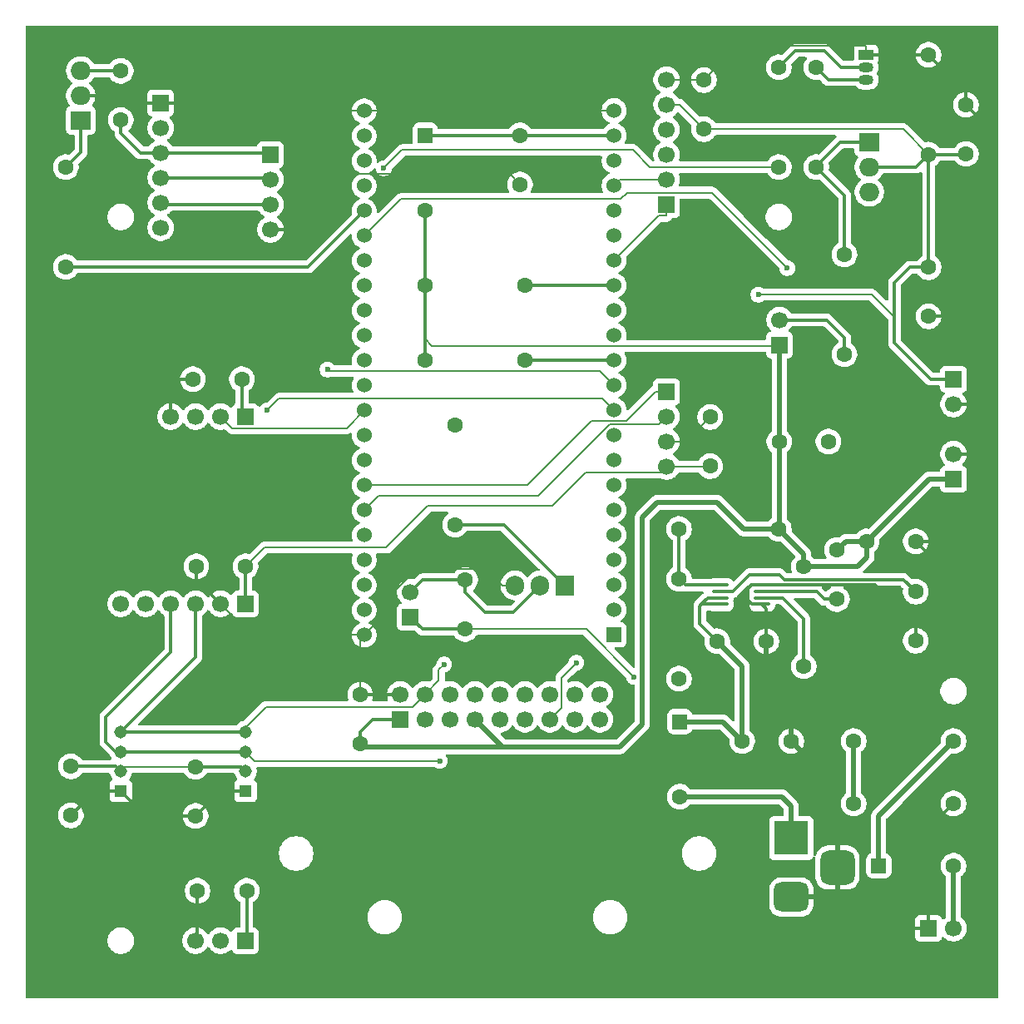
<source format=gbr>
%TF.GenerationSoftware,KiCad,Pcbnew,9.0.7-9.0.7~ubuntu24.04.1*%
%TF.CreationDate,2026-02-02T16:30:08+01:00*%
%TF.ProjectId,Main,4d61696e-2e6b-4696-9361-645f70636258,rev?*%
%TF.SameCoordinates,Original*%
%TF.FileFunction,Copper,L1,Top*%
%TF.FilePolarity,Positive*%
%FSLAX46Y46*%
G04 Gerber Fmt 4.6, Leading zero omitted, Abs format (unit mm)*
G04 Created by KiCad (PCBNEW 9.0.7-9.0.7~ubuntu24.04.1) date 2026-02-02 16:30:08*
%MOMM*%
%LPD*%
G01*
G04 APERTURE LIST*
G04 Aperture macros list*
%AMRoundRect*
0 Rectangle with rounded corners*
0 $1 Rounding radius*
0 $2 $3 $4 $5 $6 $7 $8 $9 X,Y pos of 4 corners*
0 Add a 4 corners polygon primitive as box body*
4,1,4,$2,$3,$4,$5,$6,$7,$8,$9,$2,$3,0*
0 Add four circle primitives for the rounded corners*
1,1,$1+$1,$2,$3*
1,1,$1+$1,$4,$5*
1,1,$1+$1,$6,$7*
1,1,$1+$1,$8,$9*
0 Add four rect primitives between the rounded corners*
20,1,$1+$1,$2,$3,$4,$5,0*
20,1,$1+$1,$4,$5,$6,$7,0*
20,1,$1+$1,$6,$7,$8,$9,0*
20,1,$1+$1,$8,$9,$2,$3,0*%
G04 Aperture macros list end*
%TA.AperFunction,ComponentPad*%
%ADD10C,1.600000*%
%TD*%
%TA.AperFunction,ComponentPad*%
%ADD11R,2.000000X1.905000*%
%TD*%
%TA.AperFunction,ComponentPad*%
%ADD12O,2.000000X1.905000*%
%TD*%
%TA.AperFunction,ComponentPad*%
%ADD13R,1.700000X1.700000*%
%TD*%
%TA.AperFunction,ComponentPad*%
%ADD14C,1.700000*%
%TD*%
%TA.AperFunction,ComponentPad*%
%ADD15R,1.500000X1.050000*%
%TD*%
%TA.AperFunction,ComponentPad*%
%ADD16O,1.500000X1.050000*%
%TD*%
%TA.AperFunction,ComponentPad*%
%ADD17R,1.530000X1.530000*%
%TD*%
%TA.AperFunction,ComponentPad*%
%ADD18C,1.530000*%
%TD*%
%TA.AperFunction,ComponentPad*%
%ADD19R,3.500000X3.500000*%
%TD*%
%TA.AperFunction,ComponentPad*%
%ADD20RoundRect,0.750000X1.000000X-0.750000X1.000000X0.750000X-1.000000X0.750000X-1.000000X-0.750000X0*%
%TD*%
%TA.AperFunction,ComponentPad*%
%ADD21RoundRect,0.875000X0.875000X-0.875000X0.875000X0.875000X-0.875000X0.875000X-0.875000X-0.875000X0*%
%TD*%
%TA.AperFunction,ComponentPad*%
%ADD22RoundRect,0.250000X-0.550000X0.550000X-0.550000X-0.550000X0.550000X-0.550000X0.550000X0.550000X0*%
%TD*%
%TA.AperFunction,ComponentPad*%
%ADD23RoundRect,0.250000X-0.550000X-0.550000X0.550000X-0.550000X0.550000X0.550000X-0.550000X0.550000X0*%
%TD*%
%TA.AperFunction,SMDPad,CuDef*%
%ADD24RoundRect,0.100000X-0.712500X-0.100000X0.712500X-0.100000X0.712500X0.100000X-0.712500X0.100000X0*%
%TD*%
%TA.AperFunction,ComponentPad*%
%ADD25R,1.308000X1.308000*%
%TD*%
%TA.AperFunction,ComponentPad*%
%ADD26C,1.308000*%
%TD*%
%TA.AperFunction,ComponentPad*%
%ADD27R,1.905000X2.000000*%
%TD*%
%TA.AperFunction,ComponentPad*%
%ADD28O,1.905000X2.000000*%
%TD*%
%TA.AperFunction,ViaPad*%
%ADD29C,0.600000*%
%TD*%
%TA.AperFunction,Conductor*%
%ADD30C,0.300000*%
%TD*%
%TA.AperFunction,Conductor*%
%ADD31C,0.500000*%
%TD*%
%TA.AperFunction,Conductor*%
%ADD32C,0.200000*%
%TD*%
G04 APERTURE END LIST*
D10*
%TO.P,C3,1*%
%TO.N,+5V*%
X121550000Y-87300000D03*
%TO.P,C3,2*%
%TO.N,GND*%
X116550000Y-87300000D03*
%TD*%
D11*
%TO.P,Q1,1,G*%
%TO.N,Net-(Q1-G)*%
X105156000Y-60960000D03*
D12*
%TO.P,Q1,2,D*%
%TO.N,GND*%
X105156000Y-58420000D03*
%TO.P,Q1,3,S*%
%TO.N,Net-(Q1-S)*%
X105156000Y-55880000D03*
%TD*%
D10*
%TO.P,C15,1*%
%TO.N,+5V*%
X195250000Y-64360000D03*
%TO.P,C15,2*%
%TO.N,GND*%
X195250000Y-59360000D03*
%TD*%
%TO.P,C12,1*%
%TO.N,/Cam/+VCC_Alim*%
X176240000Y-93650000D03*
%TO.P,C12,2*%
%TO.N,GND*%
X181240000Y-93650000D03*
%TD*%
D13*
%TO.P,J5,1,Pin_1*%
%TO.N,/Stockage/CS*%
X164770000Y-69520000D03*
D14*
%TO.P,J5,2,Pin_2*%
%TO.N,/Stockage/SCK*%
X164770000Y-66980000D03*
%TO.P,J5,3,Pin_3*%
%TO.N,/Stockage/MOSI*%
X164770000Y-64440000D03*
%TO.P,J5,4,Pin_4*%
%TO.N,/Stockage/MISO*%
X164770000Y-61900000D03*
%TO.P,J5,5,Pin_5*%
%TO.N,+5V*%
X164770000Y-59360000D03*
%TO.P,J5,6,Pin_6*%
%TO.N,GND*%
X164770000Y-56820000D03*
%TD*%
D10*
%TO.P,C19,1*%
%TO.N,+5V*%
X121920000Y-106350000D03*
%TO.P,C19,2*%
%TO.N,GND*%
X116920000Y-106350000D03*
%TD*%
%TO.P,C5,1*%
%TO.N,GND*%
X169207500Y-91150000D03*
%TO.P,C5,2*%
%TO.N,+5V*%
X169207500Y-96150000D03*
%TD*%
D13*
%TO.P,J1,1,Pin_1*%
%TO.N,/Transmission/RX*%
X164770000Y-88570000D03*
D14*
%TO.P,J1,2,Pin_2*%
%TO.N,/Transmission/TX*%
X164770000Y-91110000D03*
%TO.P,J1,3,Pin_3*%
%TO.N,GND*%
X164770000Y-93650000D03*
%TO.P,J1,4,Pin_4*%
%TO.N,+5V*%
X164770000Y-96190000D03*
%TD*%
D13*
%TO.P,J6,1,Pin_1*%
%TO.N,+5V*%
X124460000Y-64440000D03*
D14*
%TO.P,J6,2,Pin_2*%
%TO.N,/Sensors/TX0*%
X124460000Y-66980000D03*
%TO.P,J6,3,Pin_3*%
%TO.N,/Sensors/RX0*%
X124460000Y-69520000D03*
%TO.P,J6,4,Pin_4*%
%TO.N,GND*%
X124460000Y-72060000D03*
%TD*%
D15*
%TO.P,Q2,1,E*%
%TO.N,GND*%
X185090000Y-54280000D03*
D16*
%TO.P,Q2,2,B*%
%TO.N,Net-(Q2-B)*%
X185090000Y-55550000D03*
%TO.P,Q2,3,C*%
%TO.N,Net-(Q2-C)*%
X185090000Y-56820000D03*
%TD*%
D10*
%TO.P,C9,1*%
%TO.N,+12V*%
X169930000Y-113970000D03*
%TO.P,C9,2*%
%TO.N,GND*%
X174930000Y-113970000D03*
%TD*%
%TO.P,C17,1*%
%TO.N,+5V*%
X104140000Y-126710000D03*
%TO.P,C17,2*%
%TO.N,GND*%
X104140000Y-131710000D03*
%TD*%
D17*
%TO.P,U4,J1_1,3V3*%
%TO.N,/uc/+3.3V*%
X159430000Y-113310000D03*
D18*
%TO.P,U4,J1_2,3V3.*%
X159430000Y-110770000D03*
%TO.P,U4,J1_3,RST*%
%TO.N,unconnected-(U4-RST-PadJ1_3)*%
X159430000Y-108230000D03*
%TO.P,U4,J1_4,GPIO4*%
%TO.N,/Cam/D7*%
X159430000Y-105690000D03*
%TO.P,U4,J1_5,GPIO5*%
%TO.N,/Cam/D6*%
X159430000Y-103150000D03*
%TO.P,U4,J1_6,GPIO6*%
%TO.N,/Cam/D5*%
X159430000Y-100610000D03*
%TO.P,U4,J1_7,GPIO7*%
%TO.N,/Cam/D4*%
X159430000Y-98070000D03*
%TO.P,U4,J1_8,GPIO15*%
%TO.N,/Cam/D3*%
X159430000Y-95530000D03*
%TO.P,U4,J1_9,GPIO16*%
%TO.N,/Cam/D2*%
X159430000Y-92990000D03*
%TO.P,U4,J1_10,GPIO17*%
%TO.N,/Sensors/TX0*%
X159430000Y-90450000D03*
%TO.P,U4,J1_11,GPIO18*%
%TO.N,/Sensors/RX0*%
X159430000Y-87910000D03*
%TO.P,U4,J1_12,GPIO8*%
%TO.N,/Cam/SDA*%
X159430000Y-85370000D03*
%TO.P,U4,J1_13,GPIO3*%
%TO.N,/Cam/D1*%
X159430000Y-82830000D03*
%TO.P,U4,J1_14,GPIO46*%
%TO.N,/Cam/D0*%
X159430000Y-80290000D03*
%TO.P,U4,J1_15,GPIO9*%
%TO.N,/Cam/SCL*%
X159430000Y-77750000D03*
%TO.P,U4,J1_16,GPIO10*%
%TO.N,/Stockage/CS*%
X159430000Y-75210000D03*
%TO.P,U4,J1_17,GPIO11*%
%TO.N,/Stockage/MOSI*%
X159430000Y-72670000D03*
%TO.P,U4,J1_18,GPIO12*%
%TO.N,/Stockage/MISO*%
X159430000Y-70130000D03*
%TO.P,U4,J1_19,GPIO13*%
%TO.N,/Stockage/SCK*%
X159430000Y-67590000D03*
%TO.P,U4,J1_20,GPIO14*%
%TO.N,/Cam/DCLK*%
X159430000Y-65050000D03*
%TO.P,U4,J1_21,5V0*%
%TO.N,Net-(D3-K)*%
X159430000Y-62510000D03*
%TO.P,U4,J1_22,GND3*%
%TO.N,GND*%
X159430000Y-59970000D03*
%TO.P,U4,J3_1,GND*%
X134000000Y-113340000D03*
%TO.P,U4,J3_2,U0TXD/GPIO43*%
%TO.N,unconnected-(U4-U0TXD{slash}GPIO43-PadJ3_2)*%
X134000000Y-110800000D03*
%TO.P,U4,J3_3,U0RXD/GPIO44*%
%TO.N,unconnected-(U4-U0RXD{slash}GPIO44-PadJ3_3)*%
X134000000Y-108260000D03*
%TO.P,U4,J3_4,GPIO1*%
%TO.N,/Sensors/PIR_MOUV*%
X134000000Y-105720000D03*
%TO.P,U4,J3_5,GPIO2*%
%TO.N,/Power/PWR_U{slash}D*%
X134000000Y-103180000D03*
%TO.P,U4,J3_6,MTMS/GPIO42*%
%TO.N,/Transmission/TX*%
X134000000Y-100640000D03*
%TO.P,U4,J3_7,MTDI/GPIO41*%
%TO.N,/Transmission/RX*%
X134000000Y-98100000D03*
%TO.P,U4,J3_8,MTDO/GPIO40*%
%TO.N,/Cam/VREF*%
X134000000Y-95560000D03*
%TO.P,U4,J3_9,MTCK/GPIO39*%
%TO.N,/Cam/HREF*%
X134000000Y-93020000D03*
%TO.P,U4,J3_10,GPIO38*%
%TO.N,/Sensors/DATA_DHT22*%
X134000000Y-90480000D03*
%TO.P,U4,J3_11,GPIO37*%
%TO.N,unconnected-(U4-GPIO37-PadJ3_11)*%
X134000000Y-87940000D03*
%TO.P,U4,J3_12,GPIO36*%
%TO.N,unconnected-(U4-GPIO36-PadJ3_12)*%
X134000000Y-85400000D03*
%TO.P,U4,J3_13,GPIO35*%
%TO.N,unconnected-(U4-GPIO35-PadJ3_13)*%
X134000000Y-82860000D03*
%TO.P,U4,J3_14,GPIO0*%
%TO.N,unconnected-(U4-GPIO0-PadJ3_14)*%
X134000000Y-80320000D03*
%TO.P,U4,J3_15,GPIO45*%
%TO.N,/uc/D45*%
X134000000Y-77780000D03*
%TO.P,U4,J3_16,GPIO48*%
%TO.N,/Cam/LED_IR*%
X134000000Y-75240000D03*
%TO.P,U4,J3_17,GPIO47*%
%TO.N,/Power/VOLTAGE_BAT*%
X134000000Y-72700000D03*
%TO.P,U4,J3_18,GPIO21*%
%TO.N,/Sensors/ENA_GPS*%
X134000000Y-70160000D03*
%TO.P,U4,J3_19,USB_D+/GPIO20*%
%TO.N,unconnected-(U4-USB_D+{slash}GPIO20-PadJ3_19)*%
X134000000Y-67620000D03*
%TO.P,U4,J3_20,USB_D-/GPIO19*%
%TO.N,unconnected-(U4-USB_D-{slash}GPIO19-PadJ3_20)*%
X134000000Y-65080000D03*
%TO.P,U4,J3_21,GND1*%
%TO.N,GND*%
X134000000Y-62540000D03*
%TO.P,U4,J3_22,GND2*%
X134000000Y-60000000D03*
%TD*%
D13*
%TO.P,J4,1,Pin_1*%
%TO.N,+5V*%
X121920000Y-91110000D03*
D14*
%TO.P,J4,2,Pin_2*%
%TO.N,/Sensors/DATA_DHT22*%
X119380000Y-91110000D03*
%TO.P,J4,3,Pin_3*%
%TO.N,unconnected-(J4-Pin_3-Pad3)*%
X116840000Y-91110000D03*
%TO.P,J4,4,Pin_4*%
%TO.N,GND*%
X114300000Y-91110000D03*
%TD*%
D10*
%TO.P,R7,1*%
%TO.N,Net-(U3-Vfb)*%
X166040000Y-107620000D03*
%TO.P,R7,2*%
%TO.N,GND*%
X166040000Y-117780000D03*
%TD*%
D13*
%TO.P,J8,1,Pin_1*%
%TO.N,+5V*%
X121920000Y-110160000D03*
D14*
%TO.P,J8,2,Pin_2*%
%TO.N,GND*%
X119380000Y-110160000D03*
%TO.P,J8,3,Pin_3*%
%TO.N,/Cam/SCL*%
X116840000Y-110160000D03*
%TO.P,J8,4,Pin_4*%
%TO.N,/Cam/SDA*%
X114300000Y-110160000D03*
%TO.P,J8,5,Pin_5*%
%TO.N,unconnected-(J8-Pin_5-Pad5)*%
X111760000Y-110160000D03*
%TO.P,J8,6,Pin_6*%
%TO.N,unconnected-(J8-Pin_6-Pad6)*%
X109220000Y-110160000D03*
%TD*%
D10*
%TO.P,R2,1*%
%TO.N,/Power/VOLTAGE_BAT*%
X183820000Y-130480000D03*
%TO.P,R2,2*%
%TO.N,GND*%
X193980000Y-130480000D03*
%TD*%
%TO.P,R4,1*%
%TO.N,/Cam/+VCC_Alim*%
X176200000Y-102540000D03*
%TO.P,R4,2*%
%TO.N,Net-(U3-Vfb)*%
X166040000Y-102540000D03*
%TD*%
%TO.P,C14,1*%
%TO.N,+5V*%
X191440000Y-75910000D03*
%TO.P,C14,2*%
%TO.N,GND*%
X191440000Y-80910000D03*
%TD*%
%TO.P,C10,1*%
%TO.N,Net-(U3-V_{CC})*%
X190130000Y-108930000D03*
%TO.P,C10,2*%
%TO.N,GND*%
X190130000Y-113930000D03*
%TD*%
D11*
%TO.P,Q3,1,G*%
%TO.N,/Cam/PWDN*%
X185410000Y-63170000D03*
D12*
%TO.P,Q3,2,D*%
%TO.N,+5V*%
X185410000Y-65710000D03*
%TO.P,Q3,3,S*%
%TO.N,Net-(JP1-B)*%
X185410000Y-68250000D03*
%TD*%
D13*
%TO.P,J3,1,Pin_1*%
%TO.N,+5V*%
X121920000Y-144450000D03*
D14*
%TO.P,J3,2,Pin_2*%
%TO.N,/Sensors/PIR_MOUV*%
X119380000Y-144450000D03*
%TO.P,J3,3,Pin_3*%
%TO.N,GND*%
X116840000Y-144450000D03*
%TD*%
D10*
%TO.P,C8,1*%
%TO.N,+12V*%
X172470000Y-124130000D03*
%TO.P,C8,2*%
%TO.N,GND*%
X177470000Y-124130000D03*
%TD*%
%TO.P,R9,1*%
%TO.N,Net-(JP1-B)*%
X182880000Y-84760000D03*
%TO.P,R9,2*%
%TO.N,/Cam/PWDN*%
X182880000Y-74600000D03*
%TD*%
%TO.P,R3,1*%
%TO.N,/Sensors/ENA_GPS*%
X103632000Y-75870000D03*
%TO.P,R3,2*%
%TO.N,Net-(Q1-G)*%
X103632000Y-65710000D03*
%TD*%
%TO.P,C16,1*%
%TO.N,+5V*%
X116840000Y-126750000D03*
%TO.P,C16,2*%
%TO.N,GND*%
X116840000Y-131750000D03*
%TD*%
%TO.P,C6,1*%
%TO.N,+5V*%
X122034000Y-139370000D03*
%TO.P,C6,2*%
%TO.N,GND*%
X117034000Y-139370000D03*
%TD*%
D19*
%TO.P,J17,1*%
%TO.N,Net-(D1-A)*%
X177470000Y-134005000D03*
D20*
%TO.P,J17,2*%
%TO.N,GND*%
X177470000Y-140005000D03*
D21*
%TO.P,J17,3*%
X182170000Y-137005000D03*
%TD*%
D10*
%TO.P,R8,1*%
%TO.N,/Power/PWR_U{slash}D*%
X176200000Y-65710000D03*
%TO.P,R8,2*%
%TO.N,Net-(Q2-B)*%
X176200000Y-55550000D03*
%TD*%
D13*
%TO.P,J7,1,Pin_1*%
%TO.N,GND*%
X113284000Y-59182000D03*
D14*
%TO.P,J7,2,Pin_2*%
%TO.N,unconnected-(J7-Pin_2-Pad2)*%
X113284000Y-61722000D03*
%TO.P,J7,3,Pin_3*%
%TO.N,+5V*%
X113284000Y-64262000D03*
%TO.P,J7,4,Pin_4*%
%TO.N,/Sensors/TX0*%
X113284000Y-66802000D03*
%TO.P,J7,5,Pin_5*%
%TO.N,/Sensors/RX0*%
X113284000Y-69342000D03*
%TO.P,J7,6,Pin_6*%
%TO.N,unconnected-(J7-Pin_6-Pad6)*%
X113284000Y-71882000D03*
%TD*%
D13*
%TO.P,J10,1,Pin_1*%
%TO.N,GND*%
X191440000Y-143180000D03*
D14*
%TO.P,J10,2,Pin_2*%
%TO.N,Net-(D2-A)*%
X193980000Y-143180000D03*
%TD*%
D10*
%TO.P,C4,1*%
%TO.N,+5V*%
X168580000Y-61860000D03*
%TO.P,C4,2*%
%TO.N,GND*%
X168580000Y-56860000D03*
%TD*%
D22*
%TO.P,D1,1,K*%
%TO.N,+12V*%
X166116000Y-122174000D03*
D10*
%TO.P,D1,2,A*%
%TO.N,Net-(D1-A)*%
X166116000Y-129794000D03*
%TD*%
D13*
%TO.P,JP1,1,A*%
%TO.N,/Cam/+VCC_Alim*%
X176276000Y-83820000D03*
D14*
%TO.P,JP1,2,B*%
%TO.N,Net-(JP1-B)*%
X176276000Y-81280000D03*
%TD*%
D10*
%TO.P,R1,1*%
%TO.N,+12V*%
X193980000Y-124130000D03*
%TO.P,R1,2*%
%TO.N,/Power/VOLTAGE_BAT*%
X183820000Y-124130000D03*
%TD*%
%TO.P,R10,1*%
%TO.N,/Cam/PWDN*%
X180010000Y-65710000D03*
%TO.P,R10,2*%
%TO.N,Net-(Q2-C)*%
X180010000Y-55550000D03*
%TD*%
%TO.P,C11,1*%
%TO.N,Net-(U3-BOOST)*%
X182118000Y-109688000D03*
%TO.P,C11,2*%
%TO.N,/Cam/+VCC_Alim*%
X182118000Y-104688000D03*
%TD*%
D13*
%TO.P,J16,1,Pin_1*%
%TO.N,+5V*%
X193980000Y-87300000D03*
D14*
%TO.P,J16,2,Pin_2*%
%TO.N,GND*%
X193980000Y-89840000D03*
%TD*%
D10*
%TO.P,R11,1*%
%TO.N,+5V*%
X191440000Y-64440000D03*
%TO.P,R11,2*%
%TO.N,GND*%
X191440000Y-54280000D03*
%TD*%
D13*
%TO.P,J14,1,Pin_1*%
%TO.N,/Cam/+VCC_Alim*%
X193980000Y-97460000D03*
D14*
%TO.P,J14,2,Pin_2*%
%TO.N,GND*%
X193980000Y-94920000D03*
%TD*%
D23*
%TO.P,D2,1,K*%
%TO.N,+12V*%
X186360000Y-136830000D03*
D10*
%TO.P,D2,2,A*%
%TO.N,Net-(D2-A)*%
X193980000Y-136830000D03*
%TD*%
%TO.P,C13,1*%
%TO.N,/Cam/+VCC_Alim*%
X185130000Y-103810000D03*
%TO.P,C13,2*%
%TO.N,GND*%
X190130000Y-103810000D03*
%TD*%
D24*
%TO.P,U3,1,Vfb*%
%TO.N,Net-(U3-Vfb)*%
X170277500Y-108265000D03*
%TO.P,U3,2,V_{CC}*%
%TO.N,Net-(U3-V_{CC})*%
X170277500Y-108915000D03*
%TO.P,U3,3,EN*%
%TO.N,+12V*%
X170277500Y-109565000D03*
%TO.P,U3,4,V_{IN}*%
X170277500Y-110215000D03*
%TO.P,U3,5,GND*%
%TO.N,GND*%
X174502500Y-110215000D03*
%TO.P,U3,6,SW*%
%TO.N,Net-(U3-SW)*%
X174502500Y-109565000D03*
%TO.P,U3,7,BOOST*%
%TO.N,Net-(U3-BOOST)*%
X174502500Y-108915000D03*
%TO.P,U3,8,GND*%
%TO.N,GND*%
X174502500Y-108265000D03*
%TD*%
D25*
%TO.P,J12,1,1*%
%TO.N,GND*%
X109220000Y-129210000D03*
D26*
%TO.P,J12,2,2*%
%TO.N,+5V*%
X109220000Y-127210000D03*
%TO.P,J12,3,3*%
%TO.N,/Cam/SDA*%
X109220000Y-125210000D03*
%TO.P,J12,4,4*%
%TO.N,/Cam/SCL*%
X109220000Y-123210000D03*
%TD*%
D10*
%TO.P,C2,1*%
%TO.N,+5V*%
X109220000Y-60920000D03*
%TO.P,C2,2*%
%TO.N,Net-(Q1-S)*%
X109220000Y-55920000D03*
%TD*%
%TO.P,L1,1,1*%
%TO.N,Net-(U3-SW)*%
X178740000Y-116510000D03*
%TO.P,L1,2,2*%
%TO.N,/Cam/+VCC_Alim*%
X178740000Y-106350000D03*
%TD*%
D25*
%TO.P,J11,1,1*%
%TO.N,GND*%
X121920000Y-129210000D03*
D26*
%TO.P,J11,2,2*%
%TO.N,+5V*%
X121920000Y-127210000D03*
%TO.P,J11,3,3*%
%TO.N,/Cam/SDA*%
X121920000Y-125210000D03*
%TO.P,J11,4,4*%
%TO.N,/Cam/SCL*%
X121920000Y-123210000D03*
%TD*%
D10*
%TO.P,C7,1*%
%TO.N,+12V*%
X144272000Y-112736000D03*
%TO.P,C7,2*%
%TO.N,Net-(J2-Pin_2)*%
X144272000Y-107736000D03*
%TD*%
D13*
%TO.P,J2,1,Pin_1*%
%TO.N,+12V*%
X138684000Y-111511000D03*
D14*
%TO.P,J2,2,Pin_2*%
%TO.N,Net-(J2-Pin_2)*%
X138684000Y-108971000D03*
%TD*%
D13*
%TO.P,J9,1,Pin_1*%
%TO.N,/Cam/+VCC_Alim*%
X137668000Y-121920000D03*
D14*
%TO.P,J9,2,Pin_2*%
%TO.N,GND*%
X137668000Y-119380000D03*
%TO.P,J9,3,Pin_3*%
%TO.N,/Cam/VREF*%
X140208000Y-121920000D03*
%TO.P,J9,4,Pin_4*%
%TO.N,/Cam/SCL*%
X140208000Y-119380000D03*
%TO.P,J9,5,Pin_5*%
%TO.N,/Cam/HREF*%
X142748000Y-121920000D03*
%TO.P,J9,6,Pin_6*%
%TO.N,/Cam/SDA*%
X142748000Y-119380000D03*
%TO.P,J9,7,Pin_7*%
%TO.N,/Cam/+VCC_Alim*%
X145288000Y-121920000D03*
%TO.P,J9,8,Pin_8*%
%TO.N,/Cam/D0*%
X145288000Y-119380000D03*
%TO.P,J9,9,Pin_9*%
%TO.N,/Cam/D1*%
X147828000Y-121920000D03*
%TO.P,J9,10,Pin_10*%
%TO.N,/Cam/D2*%
X147828000Y-119380000D03*
%TO.P,J9,11,Pin_11*%
%TO.N,/Cam/D3*%
X150368000Y-121920000D03*
%TO.P,J9,12,Pin_12*%
%TO.N,/Cam/D4*%
X150368000Y-119380000D03*
%TO.P,J9,13,Pin_13*%
%TO.N,/Cam/D5*%
X152908000Y-121920000D03*
%TO.P,J9,14,Pin_14*%
%TO.N,/Cam/D6*%
X152908000Y-119380000D03*
%TO.P,J9,15,Pin_15*%
%TO.N,/Cam/D7*%
X155448000Y-121920000D03*
%TO.P,J9,16,Pin_16*%
%TO.N,/Cam/DCLK*%
X155448000Y-119380000D03*
%TO.P,J9,17,Pin_17*%
%TO.N,unconnected-(J9-Pin_17-Pad17)*%
X157988000Y-121920000D03*
%TO.P,J9,18,Pin_18*%
%TO.N,/Cam/PWDN*%
X157988000Y-119380000D03*
%TD*%
D10*
%TO.P,R19,1*%
%TO.N,/Cam/SDA*%
X150368000Y-85344000D03*
%TO.P,R19,2*%
%TO.N,/Cam/+VCC_Alim*%
X140208000Y-85344000D03*
%TD*%
%TO.P,C1,1*%
%TO.N,/Cam/+VCC_Alim*%
X133604000Y-124420000D03*
%TO.P,C1,2*%
%TO.N,GND*%
X133604000Y-119420000D03*
%TD*%
D22*
%TO.P,D3,1,K*%
%TO.N,Net-(D3-K)*%
X140208000Y-62484000D03*
D10*
%TO.P,D3,2,A*%
%TO.N,/Cam/+VCC_Alim*%
X140208000Y-70104000D03*
%TD*%
%TO.P,R5,1*%
%TO.N,/Cam/LED_IR*%
X143256000Y-91948000D03*
%TO.P,R5,2*%
%TO.N,Net-(Q4-G)*%
X143256000Y-102108000D03*
%TD*%
%TO.P,C20,1*%
%TO.N,Net-(D3-K)*%
X149860000Y-62484000D03*
%TO.P,C20,2*%
%TO.N,GND*%
X149860000Y-67484000D03*
%TD*%
D27*
%TO.P,Q4,1,G*%
%TO.N,Net-(Q4-G)*%
X154432000Y-108290000D03*
D28*
%TO.P,Q4,2,D*%
%TO.N,Net-(J2-Pin_2)*%
X151892000Y-108290000D03*
%TO.P,Q4,3,S*%
%TO.N,GND*%
X149352000Y-108290000D03*
%TD*%
D10*
%TO.P,R18,1*%
%TO.N,/Cam/SCL*%
X150368000Y-77724000D03*
%TO.P,R18,2*%
%TO.N,/Cam/+VCC_Alim*%
X140208000Y-77724000D03*
%TD*%
D29*
%TO.N,+5V*%
X174111100Y-78696000D03*
%TO.N,+12V*%
X161452600Y-117606400D03*
%TO.N,/Power/VOLTAGE_BAT*%
X177058200Y-75986200D03*
%TO.N,/Sensors/TX0*%
X124127000Y-90484400D03*
%TO.N,/Sensors/RX0*%
X130257700Y-86316900D03*
%TO.N,/Cam/SCL*%
X142138000Y-116332000D03*
%TO.N,/Cam/SDA*%
X141693000Y-126143600D03*
%TO.N,/Power/PWR_U{slash}D*%
X136000100Y-65842000D03*
%TO.N,/Cam/D5*%
X155582800Y-116162700D03*
%TD*%
D30*
%TO.N,GND*%
X195250000Y-59360000D02*
X195250000Y-58090000D01*
X121920000Y-129210000D02*
X119380000Y-129210000D01*
D31*
X177470000Y-140005000D02*
X181559000Y-140005000D01*
D30*
X190130000Y-112406000D02*
X188976000Y-111252000D01*
D32*
X174502500Y-110215000D02*
X174502000Y-110215000D01*
D30*
X117034000Y-139370000D02*
X117034000Y-144256000D01*
X196850000Y-78994000D02*
X196850000Y-60960000D01*
X192786000Y-106466000D02*
X190130000Y-103810000D01*
X116920000Y-107700000D02*
X119380000Y-110160000D01*
X133604000Y-119420000D02*
X137628000Y-119420000D01*
D32*
X133604000Y-113736000D02*
X133604000Y-119420000D01*
D30*
X106640000Y-129210000D02*
X104140000Y-131710000D01*
D32*
X166707500Y-93650000D02*
X164770000Y-93650000D01*
D31*
X174930000Y-119558000D02*
X174930000Y-113970000D01*
D30*
X174502000Y-110215000D02*
X174930000Y-110642000D01*
X194934000Y-80910000D02*
X196850000Y-78994000D01*
X174930000Y-110642000D02*
X174930000Y-113970000D01*
D32*
X168540000Y-56820000D02*
X168580000Y-56860000D01*
D30*
X193980000Y-130480000D02*
X191440000Y-133020000D01*
D32*
X168580000Y-56860000D02*
X172062300Y-53377700D01*
D30*
X109220000Y-129210000D02*
X106640000Y-129210000D01*
D32*
X172062300Y-53377700D02*
X185014400Y-53377700D01*
D30*
X191440000Y-133020000D02*
X191440000Y-143180000D01*
X185956000Y-143180000D02*
X182170000Y-139394000D01*
X191135000Y-111252000D02*
X192786000Y-109601000D01*
X117034000Y-144256000D02*
X116840000Y-144450000D01*
X119380000Y-129210000D02*
X116840000Y-131750000D01*
D32*
X148819700Y-66443700D02*
X149860000Y-67484000D01*
X136046200Y-109908400D02*
X136046200Y-111293800D01*
D30*
X191440000Y-143180000D02*
X185956000Y-143180000D01*
D32*
X185090000Y-54280000D02*
X185090000Y-53453300D01*
D30*
X125984000Y-59182000D02*
X113284000Y-59182000D01*
X173421000Y-108265000D02*
X174502500Y-108265000D01*
X114300000Y-88138000D02*
X114300000Y-91110000D01*
D31*
X181559000Y-140005000D02*
X182170000Y-139394000D01*
D30*
X195250000Y-58090000D02*
X191440000Y-54280000D01*
X196342000Y-101346000D02*
X193878000Y-103810000D01*
X116840000Y-131750000D02*
X111760000Y-131750000D01*
X174502500Y-108265000D02*
X185989000Y-108265000D01*
D32*
X128270000Y-61468000D02*
X129738000Y-60000000D01*
X159400000Y-60000000D02*
X159430000Y-59970000D01*
D30*
X128270000Y-61468000D02*
X125984000Y-59182000D01*
X196342000Y-95504000D02*
X196342000Y-101346000D01*
X172974000Y-109728000D02*
X172974000Y-108712000D01*
D32*
X134000000Y-60000000D02*
X159400000Y-60000000D01*
D30*
X195910000Y-89840000D02*
X193980000Y-89840000D01*
X111760000Y-131750000D02*
X109220000Y-129210000D01*
D32*
X119380000Y-110160000D02*
X122560000Y-113340000D01*
D30*
X196596000Y-82550000D02*
X196596000Y-89154000D01*
X188976000Y-111252000D02*
X191135000Y-111252000D01*
X196596000Y-89154000D02*
X195910000Y-89840000D01*
X193878000Y-103810000D02*
X190130000Y-103810000D01*
X137628000Y-119420000D02*
X137668000Y-119380000D01*
X128270000Y-70104000D02*
X128270000Y-66350000D01*
D31*
X177470000Y-124130000D02*
X177470000Y-122098000D01*
D30*
X124460000Y-72060000D02*
X126314000Y-72060000D01*
X173461000Y-110215000D02*
X172974000Y-109728000D01*
X196850000Y-60960000D02*
X195250000Y-59360000D01*
D32*
X146439400Y-106631600D02*
X139323000Y-106631600D01*
D30*
X109474000Y-59182000D02*
X108712000Y-58420000D01*
X172974000Y-108712000D02*
X173421000Y-108265000D01*
X126314000Y-72060000D02*
X128270000Y-70104000D01*
X191440000Y-80910000D02*
X194934000Y-80910000D01*
D32*
X185014400Y-53377700D02*
X185090000Y-53453300D01*
D30*
X108712000Y-58420000D02*
X105156000Y-58420000D01*
D31*
X177470000Y-124130000D02*
X182170000Y-128830000D01*
D30*
X192786000Y-109601000D02*
X192786000Y-106466000D01*
X190130000Y-113930000D02*
X190130000Y-112406000D01*
X133604000Y-113736000D02*
X134000000Y-113340000D01*
X115138000Y-87300000D02*
X114300000Y-88138000D01*
D31*
X177470000Y-122098000D02*
X174930000Y-119558000D01*
D30*
X128270000Y-66350000D02*
X128270000Y-61468000D01*
X191440000Y-54280000D02*
X185090000Y-54280000D01*
D32*
X149352000Y-108290000D02*
X148097800Y-108290000D01*
X139323000Y-106631600D02*
X136046200Y-109908400D01*
D30*
X185989000Y-108265000D02*
X188976000Y-111252000D01*
X113284000Y-59182000D02*
X109474000Y-59182000D01*
X194956000Y-80910000D02*
X196596000Y-82550000D01*
D32*
X136046200Y-111293800D02*
X134000000Y-113340000D01*
D30*
X194934000Y-80910000D02*
X194956000Y-80910000D01*
X193980000Y-94920000D02*
X195758000Y-94920000D01*
X195758000Y-94920000D02*
X196342000Y-95504000D01*
D32*
X164770000Y-56820000D02*
X168540000Y-56820000D01*
X169207500Y-91150000D02*
X166707500Y-93650000D01*
X128270000Y-66350000D02*
X128363700Y-66443700D01*
X128363700Y-66443700D02*
X148819700Y-66443700D01*
D31*
X182170000Y-128830000D02*
X182170000Y-137005000D01*
D32*
X148097800Y-108290000D02*
X146439400Y-106631600D01*
D30*
X116920000Y-106350000D02*
X116920000Y-107700000D01*
X174502000Y-110215000D02*
X173461000Y-110215000D01*
D31*
X182170000Y-139394000D02*
X182170000Y-137005000D01*
D30*
X116550000Y-87300000D02*
X115138000Y-87300000D01*
D32*
X129738000Y-60000000D02*
X134000000Y-60000000D01*
X122560000Y-113340000D02*
X134000000Y-113340000D01*
D30*
%TO.N,/Cam/+VCC_Alim*%
X137668000Y-121920000D02*
X134874000Y-121920000D01*
D31*
X169926000Y-99822000D02*
X163830000Y-99822000D01*
D30*
X140208000Y-70104000D02*
X140208000Y-77724000D01*
D31*
X182996000Y-103810000D02*
X182118000Y-104688000D01*
D30*
X140208000Y-85344000D02*
X140208000Y-83204500D01*
D31*
X176240000Y-93650000D02*
X176240000Y-83856000D01*
X133898000Y-124714000D02*
X133604000Y-124420000D01*
X178740000Y-106350000D02*
X178740000Y-105080000D01*
X162306000Y-122428000D02*
X160020000Y-124714000D01*
D32*
X140208000Y-83204500D02*
X140900600Y-83897100D01*
D31*
X172644000Y-102540000D02*
X169926000Y-99822000D01*
X193980000Y-97460000D02*
X191480000Y-97460000D01*
X176240000Y-93650000D02*
X176240000Y-102500000D01*
X191480000Y-97460000D02*
X185130000Y-103810000D01*
X185166000Y-103846000D02*
X185130000Y-103810000D01*
X160020000Y-124714000D02*
X148082000Y-124714000D01*
X178740000Y-105080000D02*
X176200000Y-102540000D01*
X148082000Y-124714000D02*
X133898000Y-124714000D01*
D30*
X134874000Y-121920000D02*
X133604000Y-123190000D01*
D31*
X148082000Y-124714000D02*
X145288000Y-121920000D01*
X185166000Y-105410000D02*
X185166000Y-103846000D01*
D30*
X133604000Y-123190000D02*
X133604000Y-124420000D01*
D31*
X176200000Y-102540000D02*
X172644000Y-102540000D01*
D32*
X140900600Y-83897100D02*
X176198900Y-83897100D01*
X176198900Y-83897100D02*
X176240000Y-83856000D01*
D31*
X176240000Y-102500000D02*
X176200000Y-102540000D01*
X184226000Y-106350000D02*
X185166000Y-105410000D01*
X162306000Y-101346000D02*
X162306000Y-122428000D01*
X178740000Y-106350000D02*
X184226000Y-106350000D01*
D30*
X140208000Y-83204500D02*
X140208000Y-77724000D01*
D31*
X185130000Y-103810000D02*
X182996000Y-103810000D01*
X176240000Y-83856000D02*
X176276000Y-83820000D01*
X163830000Y-99822000D02*
X162306000Y-101346000D01*
D30*
%TO.N,+5V*%
X111252000Y-64262000D02*
X113284000Y-64262000D01*
X108720000Y-126710000D02*
X109220000Y-127210000D01*
D32*
X164770000Y-96190000D02*
X169167500Y-96190000D01*
D30*
X104140000Y-126710000D02*
X108720000Y-126710000D01*
D32*
X166080000Y-59360000D02*
X168580000Y-61860000D01*
D30*
X109220000Y-62230000D02*
X111252000Y-64262000D01*
X124282000Y-64262000D02*
X124460000Y-64440000D01*
X189520000Y-75910000D02*
X191440000Y-75910000D01*
X187960000Y-77470000D02*
X189520000Y-75910000D01*
D32*
X109680000Y-126750000D02*
X109220000Y-127210000D01*
X140476000Y-100212000D02*
X136238000Y-104450000D01*
D30*
X121550000Y-87300000D02*
X121550000Y-90740000D01*
X193980000Y-87300000D02*
X191694000Y-87300000D01*
D32*
X191440000Y-64440000D02*
X188860000Y-61860000D01*
D30*
X187960000Y-80991300D02*
X187960000Y-77470000D01*
D32*
X164160000Y-96800000D02*
X156553100Y-96800000D01*
D30*
X187960000Y-83566000D02*
X187960000Y-80991300D01*
D32*
X164770000Y-59360000D02*
X166080000Y-59360000D01*
X136238000Y-104450000D02*
X123820000Y-104450000D01*
D30*
X190170000Y-65710000D02*
X191440000Y-64440000D01*
D32*
X169167500Y-96190000D02*
X169207500Y-96150000D01*
X156553100Y-96800000D02*
X153141100Y-100212000D01*
D30*
X116840000Y-126750000D02*
X121460000Y-126750000D01*
X195170000Y-64440000D02*
X195250000Y-64360000D01*
X122034000Y-144336000D02*
X121920000Y-144450000D01*
X191440000Y-75910000D02*
X191440000Y-64440000D01*
D32*
X123820000Y-104450000D02*
X121920000Y-106350000D01*
D30*
X109220000Y-60920000D02*
X109220000Y-62230000D01*
X121920000Y-106350000D02*
X121920000Y-110160000D01*
D32*
X116840000Y-126750000D02*
X109680000Y-126750000D01*
D30*
X191440000Y-64440000D02*
X195170000Y-64440000D01*
X185410000Y-65710000D02*
X190170000Y-65710000D01*
X191694000Y-87300000D02*
X187960000Y-83566000D01*
D32*
X153141100Y-100212000D02*
X140476000Y-100212000D01*
X185664700Y-78696000D02*
X174111100Y-78696000D01*
D30*
X113284000Y-64262000D02*
X124282000Y-64262000D01*
D32*
X188860000Y-61860000D02*
X168580000Y-61860000D01*
X187960000Y-80991300D02*
X185664700Y-78696000D01*
X164770000Y-96190000D02*
X164160000Y-96800000D01*
D30*
X121550000Y-90740000D02*
X121920000Y-91110000D01*
X122034000Y-139370000D02*
X122034000Y-144336000D01*
X121460000Y-126750000D02*
X121920000Y-127210000D01*
%TO.N,Net-(Q1-S)*%
X105196000Y-55920000D02*
X105156000Y-55880000D01*
X109220000Y-55920000D02*
X105196000Y-55920000D01*
%TO.N,+12V*%
X168332000Y-110215000D02*
X168148000Y-110399000D01*
X170278000Y-109565000D02*
X170277500Y-109565000D01*
X168148000Y-112188000D02*
X169930000Y-113970000D01*
D31*
X172470000Y-124130000D02*
X172470000Y-116510000D01*
X169850000Y-113970000D02*
X169930000Y-113970000D01*
D30*
X170277500Y-109565000D02*
X168982000Y-109565000D01*
D31*
X172470000Y-116510000D02*
X169930000Y-113970000D01*
D30*
X168148000Y-110399000D02*
X168148000Y-112188000D01*
D31*
X186360000Y-131750000D02*
X193980000Y-124130000D01*
D30*
X170277500Y-110215000D02*
X168332000Y-110215000D01*
D31*
X170514000Y-122174000D02*
X172470000Y-124130000D01*
D30*
X144272000Y-112736000D02*
X139909000Y-112736000D01*
D32*
X156582200Y-112736000D02*
X144272000Y-112736000D01*
D30*
X139909000Y-112736000D02*
X138684000Y-111511000D01*
D31*
X186360000Y-136830000D02*
X186360000Y-131750000D01*
D30*
X170278000Y-110215000D02*
X170277500Y-110215000D01*
D32*
X161452600Y-117606400D02*
X156582200Y-112736000D01*
D30*
X168332000Y-110215000D02*
X168148000Y-110399000D01*
D31*
X166116000Y-122174000D02*
X170514000Y-122174000D01*
D30*
X168982000Y-109565000D02*
X168332000Y-110215000D01*
D32*
%TO.N,/Power/VOLTAGE_BAT*%
X160059200Y-68977500D02*
X160726800Y-68309900D01*
D31*
X183820000Y-124130000D02*
X183820000Y-130480000D01*
D32*
X134000000Y-72700000D02*
X137722500Y-68977500D01*
X169381900Y-68309900D02*
X177058200Y-75986200D01*
X137722500Y-68977500D02*
X160059200Y-68977500D01*
X160726800Y-68309900D02*
X169381900Y-68309900D01*
D30*
%TO.N,Net-(U3-V_{CC})*%
X171501000Y-108915000D02*
X173228000Y-107188000D01*
X176784000Y-107696000D02*
X188896000Y-107696000D01*
D32*
X170277500Y-108915000D02*
X170278000Y-108915000D01*
D30*
X176276000Y-107188000D02*
X176784000Y-107696000D01*
X173228000Y-107188000D02*
X176276000Y-107188000D01*
X188896000Y-107696000D02*
X190130000Y-108930000D01*
X170278000Y-108915000D02*
X171501000Y-108915000D01*
%TO.N,Net-(U3-BOOST)*%
X180035000Y-108915000D02*
X180808000Y-109688000D01*
X174502500Y-108915000D02*
X180035000Y-108915000D01*
X180808000Y-109688000D02*
X182118000Y-109688000D01*
X174502000Y-108915000D02*
X174502500Y-108915000D01*
D31*
%TO.N,Net-(D1-A)*%
X177470000Y-134005000D02*
X177470000Y-130734000D01*
X176530000Y-129794000D02*
X166116000Y-129794000D01*
X177470000Y-130734000D02*
X176530000Y-129794000D01*
%TO.N,Net-(D2-A)*%
X193980000Y-143180000D02*
X193980000Y-136830000D01*
D30*
%TO.N,Net-(D3-K)*%
X149860000Y-62484000D02*
X140208000Y-62484000D01*
X159404000Y-62484000D02*
X159430000Y-62510000D01*
X149860000Y-62484000D02*
X159404000Y-62484000D01*
D32*
%TO.N,/Transmission/TX*%
X135474800Y-99165200D02*
X134000000Y-100640000D01*
X163956700Y-91923300D02*
X158988200Y-91923300D01*
X158988200Y-91923300D02*
X151746300Y-99165200D01*
X151746300Y-99165200D02*
X135474800Y-99165200D01*
X164770000Y-91110000D02*
X163956700Y-91923300D01*
%TO.N,/Transmission/RX*%
X163618300Y-88570000D02*
X160668400Y-91519900D01*
X150568700Y-98100000D02*
X134000000Y-98100000D01*
X157148800Y-91519900D02*
X150568700Y-98100000D01*
X160668400Y-91519900D02*
X157148800Y-91519900D01*
X164770000Y-88570000D02*
X163618300Y-88570000D01*
D30*
%TO.N,/Sensors/TX0*%
X124282000Y-66802000D02*
X124460000Y-66980000D01*
D32*
X159430000Y-90450000D02*
X158267500Y-89287500D01*
X125323900Y-89287500D02*
X124127000Y-90484400D01*
D30*
X113284000Y-66802000D02*
X124282000Y-66802000D01*
D32*
X158267500Y-89287500D02*
X125323900Y-89287500D01*
D30*
%TO.N,/Sensors/RX0*%
X113462000Y-69520000D02*
X113284000Y-69342000D01*
X124460000Y-69520000D02*
X113462000Y-69520000D01*
D32*
X130410800Y-86470000D02*
X157990000Y-86470000D01*
X130257700Y-86316900D02*
X130410800Y-86470000D01*
X157990000Y-86470000D02*
X159430000Y-87910000D01*
%TO.N,/Cam/SCL*%
X141588600Y-116881400D02*
X141588600Y-117999400D01*
D30*
X121453200Y-123210000D02*
X109220000Y-123210000D01*
X159404000Y-77724000D02*
X159430000Y-77750000D01*
D32*
X142138000Y-116332000D02*
X141588600Y-116881400D01*
X141588600Y-117999400D02*
X140208000Y-119380000D01*
D30*
X116840000Y-115590000D02*
X116840000Y-110160000D01*
X109220000Y-123210000D02*
X116840000Y-115590000D01*
D32*
X121453200Y-123210000D02*
X124013200Y-120650000D01*
D30*
X150368000Y-77724000D02*
X159404000Y-77724000D01*
D32*
X124013200Y-120650000D02*
X138938000Y-120650000D01*
X138938000Y-120650000D02*
X140208000Y-119380000D01*
D30*
X121920000Y-123210000D02*
X121453200Y-123210000D01*
%TO.N,/Cam/SDA*%
X107696000Y-121666000D02*
X114300000Y-115062000D01*
X109220000Y-125210000D02*
X121920000Y-125210000D01*
D32*
X141693000Y-126143600D02*
X122853600Y-126143600D01*
X122853600Y-126143600D02*
X121920000Y-125210000D01*
D30*
X107696000Y-124206000D02*
X107696000Y-121666000D01*
X109220000Y-125210000D02*
X108700000Y-125210000D01*
X114300000Y-115062000D02*
X114300000Y-110160000D01*
X159404000Y-85344000D02*
X159430000Y-85370000D01*
X150368000Y-85344000D02*
X159404000Y-85344000D01*
X108700000Y-125210000D02*
X107696000Y-124206000D01*
%TO.N,Net-(U3-SW)*%
X174502000Y-109565000D02*
X174502500Y-109565000D01*
X176621000Y-109565000D02*
X178740000Y-111684000D01*
X174502500Y-109565000D02*
X176621000Y-109565000D01*
X178740000Y-111684000D02*
X178740000Y-116510000D01*
%TO.N,Net-(Q1-G)*%
X105156000Y-64186000D02*
X103632000Y-65710000D01*
X105156000Y-60960000D02*
X105156000Y-64186000D01*
%TO.N,Net-(Q2-B)*%
X180848000Y-53848000D02*
X177902000Y-53848000D01*
X177902000Y-53848000D02*
X176200000Y-55550000D01*
X182550000Y-55550000D02*
X180848000Y-53848000D01*
X185090000Y-55550000D02*
X182550000Y-55550000D01*
%TO.N,Net-(Q2-C)*%
X181280000Y-56820000D02*
X185090000Y-56820000D01*
X180010000Y-55550000D02*
X181280000Y-56820000D01*
%TO.N,/Cam/PWDN*%
X182880000Y-74600000D02*
X182880000Y-68580000D01*
X180010000Y-65608000D02*
X182448000Y-63170000D01*
X180010000Y-65710000D02*
X180010000Y-65608000D01*
X182448000Y-63170000D02*
X185410000Y-63170000D01*
X182880000Y-68580000D02*
X180010000Y-65710000D01*
%TO.N,/Sensors/ENA_GPS*%
X103632000Y-75870000D02*
X128290000Y-75870000D01*
X128290000Y-75870000D02*
X134000000Y-70160000D01*
%TO.N,Net-(U3-Vfb)*%
X166685000Y-108265000D02*
X166040000Y-107620000D01*
X166040000Y-107620000D02*
X166040000Y-102540000D01*
X170277500Y-108265000D02*
X166685000Y-108265000D01*
X170278000Y-108265000D02*
X170277500Y-108265000D01*
D32*
%TO.N,/Power/PWR_U{slash}D*%
X163069100Y-65710000D02*
X176200000Y-65710000D01*
X161340300Y-63981200D02*
X163069100Y-65710000D01*
X137860900Y-63981200D02*
X161340300Y-63981200D01*
X136000100Y-65842000D02*
X137860900Y-63981200D01*
%TO.N,/Sensors/DATA_DHT22*%
X120540200Y-92270200D02*
X119380000Y-91110000D01*
X132209800Y-92270200D02*
X120540200Y-92270200D01*
X134000000Y-90480000D02*
X132209800Y-92270200D01*
%TO.N,/Stockage/SCK*%
X160040000Y-66980000D02*
X159430000Y-67590000D01*
X164770000Y-66980000D02*
X160040000Y-66980000D01*
%TO.N,/Stockage/CS*%
X163968300Y-70671700D02*
X164770000Y-70671700D01*
X164770000Y-69520000D02*
X164770000Y-70671700D01*
X159430000Y-75210000D02*
X163968300Y-70671700D01*
%TO.N,/Cam/D5*%
X154059700Y-120768300D02*
X154059700Y-117685800D01*
X154059700Y-117685800D02*
X155582800Y-116162700D01*
X152908000Y-121920000D02*
X154059700Y-120768300D01*
D30*
%TO.N,Net-(J2-Pin_2)*%
X151892000Y-108290000D02*
X149184000Y-110998000D01*
X144272000Y-108966000D02*
X144272000Y-107736000D01*
X139919000Y-107736000D02*
X144272000Y-107736000D01*
X146304000Y-110998000D02*
X144272000Y-108966000D01*
X149184000Y-110998000D02*
X146304000Y-110998000D01*
X138684000Y-108971000D02*
X139919000Y-107736000D01*
%TO.N,Net-(Q4-G)*%
X154432000Y-108290000D02*
X148250000Y-102108000D01*
X148250000Y-102108000D02*
X143256000Y-102108000D01*
%TO.N,Net-(JP1-B)*%
X176276000Y-81280000D02*
X181102000Y-81280000D01*
X182880000Y-83058000D02*
X182880000Y-84760000D01*
X181102000Y-81280000D02*
X182880000Y-83058000D01*
%TD*%
%TA.AperFunction,Conductor*%
%TO.N,GND*%
G36*
X142511966Y-100832185D02*
G01*
X142557721Y-100884989D01*
X142567665Y-100954147D01*
X142538640Y-101017703D01*
X142517812Y-101036818D01*
X142408787Y-101116028D01*
X142408782Y-101116032D01*
X142264028Y-101260786D01*
X142143715Y-101426386D01*
X142050781Y-101608776D01*
X141987522Y-101803465D01*
X141955500Y-102005648D01*
X141955500Y-102210351D01*
X141987522Y-102412534D01*
X142050781Y-102607223D01*
X142143715Y-102789613D01*
X142264028Y-102955213D01*
X142408786Y-103099971D01*
X142553459Y-103205080D01*
X142574390Y-103220287D01*
X142690607Y-103279503D01*
X142756776Y-103313218D01*
X142756778Y-103313218D01*
X142756781Y-103313220D01*
X142844172Y-103341615D01*
X142951465Y-103376477D01*
X143019287Y-103387219D01*
X143153648Y-103408500D01*
X143153649Y-103408500D01*
X143358351Y-103408500D01*
X143358352Y-103408500D01*
X143560534Y-103376477D01*
X143755219Y-103313220D01*
X143937610Y-103220287D01*
X144063739Y-103128650D01*
X144103213Y-103099971D01*
X144103215Y-103099968D01*
X144103219Y-103099966D01*
X144247966Y-102955219D01*
X144353753Y-102809613D01*
X144409082Y-102766949D01*
X144454071Y-102758500D01*
X147929192Y-102758500D01*
X147996231Y-102778185D01*
X148016873Y-102794819D01*
X151807488Y-106585434D01*
X151840973Y-106646757D01*
X151835989Y-106716449D01*
X151794117Y-106772382D01*
X151739205Y-106795588D01*
X151551753Y-106825278D01*
X151551750Y-106825278D01*
X151334244Y-106895950D01*
X151130461Y-106999783D01*
X151055302Y-107054390D01*
X150945434Y-107134214D01*
X150945432Y-107134216D01*
X150945431Y-107134216D01*
X150783716Y-107295931D01*
X150783709Y-107295940D01*
X150722007Y-107380864D01*
X150666677Y-107423530D01*
X150597063Y-107429508D01*
X150535269Y-107396901D01*
X150521372Y-107380863D01*
X150459907Y-107296263D01*
X150459902Y-107296257D01*
X150298242Y-107134597D01*
X150113276Y-107000211D01*
X149909568Y-106896417D01*
X149692124Y-106825765D01*
X149466313Y-106790000D01*
X149237687Y-106790000D01*
X149011875Y-106825765D01*
X149011874Y-106825765D01*
X148794431Y-106896417D01*
X148590723Y-107000211D01*
X148405757Y-107134597D01*
X148244097Y-107296257D01*
X148109711Y-107481223D01*
X148005917Y-107684931D01*
X147935265Y-107902374D01*
X147935265Y-107902375D01*
X147899500Y-108128186D01*
X147899500Y-108451813D01*
X147935265Y-108677624D01*
X147935265Y-108677625D01*
X148005917Y-108895068D01*
X148109711Y-109098776D01*
X148244097Y-109283742D01*
X148405757Y-109445402D01*
X148590723Y-109579788D01*
X148794431Y-109683582D01*
X149011875Y-109754234D01*
X149199641Y-109783974D01*
X149262776Y-109813903D01*
X149299707Y-109873215D01*
X149298709Y-109943077D01*
X149267925Y-109994128D01*
X149186416Y-110075638D01*
X148950871Y-110311182D01*
X148889550Y-110344666D01*
X148863192Y-110347500D01*
X146624808Y-110347500D01*
X146557769Y-110327815D01*
X146537127Y-110311181D01*
X145124246Y-108898300D01*
X145090761Y-108836977D01*
X145095745Y-108767285D01*
X145124242Y-108722942D01*
X145263966Y-108583219D01*
X145269420Y-108575713D01*
X145306692Y-108524411D01*
X145384287Y-108417610D01*
X145477220Y-108235219D01*
X145540477Y-108040534D01*
X145572500Y-107838352D01*
X145572500Y-107633648D01*
X145548358Y-107481223D01*
X145540477Y-107431465D01*
X145486302Y-107264733D01*
X145477220Y-107236781D01*
X145477218Y-107236778D01*
X145477218Y-107236776D01*
X145431804Y-107147647D01*
X145384287Y-107054390D01*
X145367739Y-107031613D01*
X145263971Y-106888786D01*
X145119213Y-106744028D01*
X144953613Y-106623715D01*
X144953612Y-106623714D01*
X144953610Y-106623713D01*
X144896653Y-106594691D01*
X144771223Y-106530781D01*
X144576534Y-106467522D01*
X144401995Y-106439878D01*
X144374352Y-106435500D01*
X144169648Y-106435500D01*
X144145329Y-106439351D01*
X143967465Y-106467522D01*
X143772776Y-106530781D01*
X143590386Y-106623715D01*
X143424786Y-106744028D01*
X143280034Y-106888780D01*
X143243994Y-106938386D01*
X143174246Y-107034386D01*
X143118918Y-107077051D01*
X143073929Y-107085500D01*
X139854929Y-107085500D01*
X139729261Y-107110497D01*
X139729255Y-107110499D01*
X139610874Y-107159534D01*
X139504326Y-107230726D01*
X139114710Y-107620342D01*
X139053387Y-107653827D01*
X139005245Y-107653315D01*
X139005055Y-107654516D01*
X138900111Y-107637894D01*
X138790287Y-107620500D01*
X138577713Y-107620500D01*
X138529042Y-107628208D01*
X138367760Y-107653753D01*
X138165585Y-107719444D01*
X137976179Y-107815951D01*
X137804213Y-107940890D01*
X137653890Y-108091213D01*
X137528951Y-108263179D01*
X137432444Y-108452585D01*
X137366753Y-108654760D01*
X137338404Y-108833751D01*
X137333500Y-108864713D01*
X137333500Y-109077287D01*
X137341832Y-109129890D01*
X137365691Y-109280535D01*
X137366754Y-109287243D01*
X137424296Y-109464339D01*
X137432444Y-109489414D01*
X137528951Y-109678820D01*
X137653890Y-109850786D01*
X137767430Y-109964326D01*
X137800915Y-110025649D01*
X137795931Y-110095341D01*
X137754059Y-110151274D01*
X137723083Y-110168189D01*
X137591669Y-110217203D01*
X137591664Y-110217206D01*
X137476455Y-110303452D01*
X137476452Y-110303455D01*
X137390206Y-110418664D01*
X137390202Y-110418671D01*
X137339908Y-110553517D01*
X137333501Y-110613116D01*
X137333501Y-110613123D01*
X137333500Y-110613135D01*
X137333500Y-112408870D01*
X137333501Y-112408876D01*
X137339908Y-112468483D01*
X137390202Y-112603328D01*
X137390206Y-112603335D01*
X137476452Y-112718544D01*
X137476455Y-112718547D01*
X137591664Y-112804793D01*
X137591671Y-112804797D01*
X137726517Y-112855091D01*
X137726516Y-112855091D01*
X137733444Y-112855835D01*
X137786127Y-112861500D01*
X139063190Y-112861499D01*
X139130229Y-112881184D01*
X139150871Y-112897818D01*
X139494325Y-113241272D01*
X139494332Y-113241278D01*
X139600863Y-113312459D01*
X139600867Y-113312461D01*
X139600874Y-113312466D01*
X139658898Y-113336500D01*
X139719256Y-113361501D01*
X139719260Y-113361501D01*
X139719261Y-113361502D01*
X139844928Y-113386500D01*
X139844931Y-113386500D01*
X139973069Y-113386500D01*
X143073929Y-113386500D01*
X143140968Y-113406185D01*
X143174245Y-113437613D01*
X143198344Y-113470781D01*
X143280034Y-113583219D01*
X143424786Y-113727971D01*
X143562029Y-113827682D01*
X143590390Y-113848287D01*
X143706607Y-113907503D01*
X143772776Y-113941218D01*
X143772778Y-113941218D01*
X143772781Y-113941220D01*
X143877137Y-113975127D01*
X143967465Y-114004477D01*
X144068557Y-114020488D01*
X144169648Y-114036500D01*
X144169649Y-114036500D01*
X144374351Y-114036500D01*
X144374352Y-114036500D01*
X144576534Y-114004477D01*
X144771219Y-113941220D01*
X144953610Y-113848287D01*
X145046590Y-113780732D01*
X145119213Y-113727971D01*
X145119215Y-113727968D01*
X145119219Y-113727966D01*
X145263966Y-113583219D01*
X145263968Y-113583215D01*
X145263971Y-113583213D01*
X145384284Y-113417614D01*
X145384283Y-113417614D01*
X145384287Y-113417610D01*
X145391117Y-113404204D01*
X145439091Y-113353409D01*
X145501602Y-113336500D01*
X156282103Y-113336500D01*
X156349142Y-113356185D01*
X156369784Y-113372819D01*
X160618025Y-117621060D01*
X160651510Y-117682383D01*
X160651961Y-117684549D01*
X160682861Y-117839891D01*
X160682864Y-117839901D01*
X160743202Y-117985572D01*
X160743209Y-117985585D01*
X160830810Y-118116688D01*
X160830813Y-118116692D01*
X160942307Y-118228186D01*
X160942311Y-118228189D01*
X161073414Y-118315790D01*
X161073427Y-118315797D01*
X161219098Y-118376135D01*
X161219103Y-118376137D01*
X161373753Y-118406899D01*
X161373756Y-118406900D01*
X161431500Y-118406900D01*
X161498539Y-118426585D01*
X161544294Y-118479389D01*
X161555500Y-118530900D01*
X161555500Y-122065770D01*
X161535815Y-122132809D01*
X161519181Y-122153451D01*
X159745451Y-123927181D01*
X159684128Y-123960666D01*
X159657770Y-123963500D01*
X148444230Y-123963500D01*
X148377191Y-123943815D01*
X148356549Y-123927181D01*
X147904003Y-123474635D01*
X147870518Y-123413312D01*
X147875502Y-123343620D01*
X147917374Y-123287687D01*
X147972284Y-123264481D01*
X148144243Y-123237246D01*
X148346412Y-123171557D01*
X148535816Y-123075051D01*
X148557789Y-123059086D01*
X148707786Y-122950109D01*
X148707788Y-122950106D01*
X148707792Y-122950104D01*
X148858104Y-122799792D01*
X148858106Y-122799788D01*
X148858109Y-122799786D01*
X148983048Y-122627820D01*
X148983047Y-122627820D01*
X148983051Y-122627816D01*
X148987514Y-122619054D01*
X149035488Y-122568259D01*
X149103308Y-122551463D01*
X149169444Y-122573999D01*
X149208486Y-122619056D01*
X149212951Y-122627820D01*
X149337890Y-122799786D01*
X149488213Y-122950109D01*
X149660179Y-123075048D01*
X149660181Y-123075049D01*
X149660184Y-123075051D01*
X149849588Y-123171557D01*
X150051757Y-123237246D01*
X150261713Y-123270500D01*
X150261714Y-123270500D01*
X150474286Y-123270500D01*
X150474287Y-123270500D01*
X150684243Y-123237246D01*
X150886412Y-123171557D01*
X151075816Y-123075051D01*
X151097789Y-123059086D01*
X151247786Y-122950109D01*
X151247788Y-122950106D01*
X151247792Y-122950104D01*
X151398104Y-122799792D01*
X151398106Y-122799788D01*
X151398109Y-122799786D01*
X151523048Y-122627820D01*
X151523047Y-122627820D01*
X151523051Y-122627816D01*
X151527514Y-122619054D01*
X151575488Y-122568259D01*
X151643308Y-122551463D01*
X151709444Y-122573999D01*
X151748486Y-122619056D01*
X151752951Y-122627820D01*
X151877890Y-122799786D01*
X152028213Y-122950109D01*
X152200179Y-123075048D01*
X152200181Y-123075049D01*
X152200184Y-123075051D01*
X152389588Y-123171557D01*
X152591757Y-123237246D01*
X152801713Y-123270500D01*
X152801714Y-123270500D01*
X153014286Y-123270500D01*
X153014287Y-123270500D01*
X153224243Y-123237246D01*
X153426412Y-123171557D01*
X153615816Y-123075051D01*
X153637789Y-123059086D01*
X153787786Y-122950109D01*
X153787788Y-122950106D01*
X153787792Y-122950104D01*
X153938104Y-122799792D01*
X153938106Y-122799788D01*
X153938109Y-122799786D01*
X154063048Y-122627820D01*
X154063047Y-122627820D01*
X154063051Y-122627816D01*
X154067514Y-122619054D01*
X154115488Y-122568259D01*
X154183308Y-122551463D01*
X154249444Y-122573999D01*
X154288486Y-122619056D01*
X154292951Y-122627820D01*
X154417890Y-122799786D01*
X154568213Y-122950109D01*
X154740179Y-123075048D01*
X154740181Y-123075049D01*
X154740184Y-123075051D01*
X154929588Y-123171557D01*
X155131757Y-123237246D01*
X155341713Y-123270500D01*
X155341714Y-123270500D01*
X155554286Y-123270500D01*
X155554287Y-123270500D01*
X155764243Y-123237246D01*
X155966412Y-123171557D01*
X156155816Y-123075051D01*
X156177789Y-123059086D01*
X156327786Y-122950109D01*
X156327788Y-122950106D01*
X156327792Y-122950104D01*
X156478104Y-122799792D01*
X156478106Y-122799788D01*
X156478109Y-122799786D01*
X156603048Y-122627820D01*
X156603047Y-122627820D01*
X156603051Y-122627816D01*
X156607514Y-122619054D01*
X156655488Y-122568259D01*
X156723308Y-122551463D01*
X156789444Y-122573999D01*
X156828486Y-122619056D01*
X156832951Y-122627820D01*
X156957890Y-122799786D01*
X157108213Y-122950109D01*
X157280179Y-123075048D01*
X157280181Y-123075049D01*
X157280184Y-123075051D01*
X157469588Y-123171557D01*
X157671757Y-123237246D01*
X157881713Y-123270500D01*
X157881714Y-123270500D01*
X158094286Y-123270500D01*
X158094287Y-123270500D01*
X158304243Y-123237246D01*
X158506412Y-123171557D01*
X158695816Y-123075051D01*
X158717789Y-123059086D01*
X158867786Y-122950109D01*
X158867788Y-122950106D01*
X158867792Y-122950104D01*
X159018104Y-122799792D01*
X159018106Y-122799788D01*
X159018109Y-122799786D01*
X159143048Y-122627820D01*
X159143047Y-122627820D01*
X159143051Y-122627816D01*
X159239557Y-122438412D01*
X159305246Y-122236243D01*
X159338500Y-122026287D01*
X159338500Y-121813713D01*
X159305246Y-121603757D01*
X159239557Y-121401588D01*
X159143051Y-121212184D01*
X159143049Y-121212181D01*
X159143048Y-121212179D01*
X159018109Y-121040213D01*
X158867786Y-120889890D01*
X158695820Y-120764951D01*
X158695115Y-120764591D01*
X158687054Y-120760485D01*
X158636259Y-120712512D01*
X158619463Y-120644692D01*
X158641999Y-120578556D01*
X158687054Y-120539515D01*
X158695816Y-120535051D01*
X158775801Y-120476939D01*
X158867786Y-120410109D01*
X158867788Y-120410106D01*
X158867792Y-120410104D01*
X159018104Y-120259792D01*
X159018106Y-120259788D01*
X159018109Y-120259786D01*
X159143048Y-120087820D01*
X159143047Y-120087820D01*
X159143051Y-120087816D01*
X159239557Y-119898412D01*
X159305246Y-119696243D01*
X159338500Y-119486287D01*
X159338500Y-119273713D01*
X159305246Y-119063757D01*
X159239557Y-118861588D01*
X159143051Y-118672184D01*
X159143049Y-118672181D01*
X159143048Y-118672179D01*
X159018109Y-118500213D01*
X158867786Y-118349890D01*
X158695820Y-118224951D01*
X158506414Y-118128444D01*
X158506413Y-118128443D01*
X158506412Y-118128443D01*
X158304243Y-118062754D01*
X158304241Y-118062753D01*
X158304240Y-118062753D01*
X158142957Y-118037208D01*
X158094287Y-118029500D01*
X157881713Y-118029500D01*
X157833042Y-118037208D01*
X157671760Y-118062753D01*
X157469585Y-118128444D01*
X157280179Y-118224951D01*
X157108213Y-118349890D01*
X156957890Y-118500213D01*
X156832949Y-118672182D01*
X156828484Y-118680946D01*
X156780509Y-118731742D01*
X156712688Y-118748536D01*
X156646553Y-118725998D01*
X156607516Y-118680946D01*
X156603050Y-118672182D01*
X156478109Y-118500213D01*
X156327786Y-118349890D01*
X156155820Y-118224951D01*
X155966414Y-118128444D01*
X155966413Y-118128443D01*
X155966412Y-118128443D01*
X155764243Y-118062754D01*
X155764241Y-118062753D01*
X155764240Y-118062753D01*
X155602957Y-118037208D01*
X155554287Y-118029500D01*
X155341713Y-118029500D01*
X155293042Y-118037208D01*
X155131760Y-118062753D01*
X154929585Y-118128444D01*
X154840495Y-118173838D01*
X154837789Y-118174346D01*
X154835711Y-118176147D01*
X154803661Y-118180755D01*
X154771826Y-118186734D01*
X154769276Y-118185699D01*
X154766553Y-118186091D01*
X154737094Y-118172637D01*
X154707085Y-118160458D01*
X154705499Y-118158208D01*
X154702997Y-118157066D01*
X154685488Y-118129822D01*
X154666828Y-118103351D01*
X154666255Y-118099894D01*
X154665223Y-118098288D01*
X154660200Y-118063353D01*
X154660200Y-117985897D01*
X154679885Y-117918858D01*
X154696519Y-117898216D01*
X155140726Y-117454009D01*
X155597464Y-116997271D01*
X155658785Y-116963788D01*
X155660952Y-116963337D01*
X155661641Y-116963200D01*
X155661642Y-116963200D01*
X155816297Y-116932437D01*
X155961979Y-116872094D01*
X156093089Y-116784489D01*
X156204589Y-116672989D01*
X156292194Y-116541879D01*
X156352537Y-116396197D01*
X156383300Y-116241542D01*
X156383300Y-116083858D01*
X156383300Y-116083855D01*
X156383299Y-116083853D01*
X156357235Y-115952821D01*
X156352537Y-115929203D01*
X156339665Y-115898127D01*
X156292197Y-115783527D01*
X156292190Y-115783514D01*
X156204589Y-115652411D01*
X156204586Y-115652407D01*
X156093092Y-115540913D01*
X156093088Y-115540910D01*
X155961985Y-115453309D01*
X155961972Y-115453302D01*
X155816301Y-115392964D01*
X155816289Y-115392961D01*
X155661645Y-115362200D01*
X155661642Y-115362200D01*
X155503958Y-115362200D01*
X155503955Y-115362200D01*
X155349310Y-115392961D01*
X155349298Y-115392964D01*
X155203627Y-115453302D01*
X155203614Y-115453309D01*
X155072511Y-115540910D01*
X155072507Y-115540913D01*
X154961013Y-115652407D01*
X154961010Y-115652411D01*
X154873409Y-115783514D01*
X154873402Y-115783527D01*
X154813064Y-115929198D01*
X154813061Y-115929208D01*
X154782162Y-116084548D01*
X154749777Y-116146459D01*
X154748226Y-116148037D01*
X153690986Y-117205278D01*
X153579181Y-117317082D01*
X153579179Y-117317085D01*
X153531945Y-117398899D01*
X153531943Y-117398901D01*
X153500125Y-117454009D01*
X153500123Y-117454012D01*
X153487274Y-117501966D01*
X153459199Y-117606743D01*
X153459199Y-117606745D01*
X153459199Y-117774846D01*
X153459200Y-117774859D01*
X153459200Y-117968424D01*
X153439515Y-118035463D01*
X153386711Y-118081218D01*
X153317553Y-118091162D01*
X153296884Y-118086356D01*
X153261199Y-118074762D01*
X153224243Y-118062754D01*
X153224239Y-118062753D01*
X153224238Y-118062753D01*
X153105028Y-118043872D01*
X153014287Y-118029500D01*
X152801713Y-118029500D01*
X152753042Y-118037208D01*
X152591760Y-118062753D01*
X152389585Y-118128444D01*
X152200179Y-118224951D01*
X152028213Y-118349890D01*
X151877890Y-118500213D01*
X151752949Y-118672182D01*
X151748484Y-118680946D01*
X151700509Y-118731742D01*
X151632688Y-118748536D01*
X151566553Y-118725998D01*
X151527516Y-118680946D01*
X151523050Y-118672182D01*
X151398109Y-118500213D01*
X151247786Y-118349890D01*
X151075820Y-118224951D01*
X150886414Y-118128444D01*
X150886413Y-118128443D01*
X150886412Y-118128443D01*
X150684243Y-118062754D01*
X150684241Y-118062753D01*
X150684240Y-118062753D01*
X150522957Y-118037208D01*
X150474287Y-118029500D01*
X150261713Y-118029500D01*
X150213042Y-118037208D01*
X150051760Y-118062753D01*
X149849585Y-118128444D01*
X149660179Y-118224951D01*
X149488213Y-118349890D01*
X149337890Y-118500213D01*
X149212949Y-118672182D01*
X149208484Y-118680946D01*
X149160509Y-118731742D01*
X149092688Y-118748536D01*
X149026553Y-118725998D01*
X148987516Y-118680946D01*
X148983050Y-118672182D01*
X148858109Y-118500213D01*
X148707786Y-118349890D01*
X148535820Y-118224951D01*
X148346414Y-118128444D01*
X148346413Y-118128443D01*
X148346412Y-118128443D01*
X148144243Y-118062754D01*
X148144241Y-118062753D01*
X148144240Y-118062753D01*
X147982957Y-118037208D01*
X147934287Y-118029500D01*
X147721713Y-118029500D01*
X147673042Y-118037208D01*
X147511760Y-118062753D01*
X147309585Y-118128444D01*
X147120179Y-118224951D01*
X146948213Y-118349890D01*
X146797890Y-118500213D01*
X146672949Y-118672182D01*
X146668484Y-118680946D01*
X146620509Y-118731742D01*
X146552688Y-118748536D01*
X146486553Y-118725998D01*
X146447516Y-118680946D01*
X146443050Y-118672182D01*
X146318109Y-118500213D01*
X146167786Y-118349890D01*
X145995820Y-118224951D01*
X145806414Y-118128444D01*
X145806413Y-118128443D01*
X145806412Y-118128443D01*
X145604243Y-118062754D01*
X145604241Y-118062753D01*
X145604240Y-118062753D01*
X145442957Y-118037208D01*
X145394287Y-118029500D01*
X145181713Y-118029500D01*
X145133042Y-118037208D01*
X144971760Y-118062753D01*
X144769585Y-118128444D01*
X144580179Y-118224951D01*
X144408213Y-118349890D01*
X144257890Y-118500213D01*
X144132949Y-118672182D01*
X144128484Y-118680946D01*
X144080509Y-118731742D01*
X144012688Y-118748536D01*
X143946553Y-118725998D01*
X143907516Y-118680946D01*
X143903050Y-118672182D01*
X143778109Y-118500213D01*
X143627786Y-118349890D01*
X143455820Y-118224951D01*
X143266414Y-118128444D01*
X143266413Y-118128443D01*
X143266412Y-118128443D01*
X143064243Y-118062754D01*
X143064241Y-118062753D01*
X143064240Y-118062753D01*
X142902957Y-118037208D01*
X142854287Y-118029500D01*
X142641713Y-118029500D01*
X142604064Y-118035463D01*
X142431759Y-118062753D01*
X142431755Y-118062754D01*
X142351417Y-118088857D01*
X142281576Y-118090852D01*
X142221743Y-118054771D01*
X142190916Y-117992069D01*
X142189100Y-117970926D01*
X142189100Y-117239782D01*
X142208785Y-117172743D01*
X142261589Y-117126988D01*
X142288909Y-117118165D01*
X142302297Y-117115501D01*
X142371497Y-117101737D01*
X142517179Y-117041394D01*
X142648289Y-116953789D01*
X142759789Y-116842289D01*
X142847394Y-116711179D01*
X142907737Y-116565497D01*
X142938500Y-116410842D01*
X142938500Y-116253158D01*
X142938500Y-116253155D01*
X142938499Y-116253153D01*
X142918878Y-116154511D01*
X142907737Y-116098503D01*
X142880019Y-116031585D01*
X142847397Y-115952827D01*
X142847390Y-115952814D01*
X142759789Y-115821711D01*
X142759786Y-115821707D01*
X142648292Y-115710213D01*
X142648288Y-115710210D01*
X142517185Y-115622609D01*
X142517172Y-115622602D01*
X142371501Y-115562264D01*
X142371489Y-115562261D01*
X142216845Y-115531500D01*
X142216842Y-115531500D01*
X142059158Y-115531500D01*
X142059155Y-115531500D01*
X141904510Y-115562261D01*
X141904498Y-115562264D01*
X141758827Y-115622602D01*
X141758814Y-115622609D01*
X141627711Y-115710210D01*
X141627707Y-115710213D01*
X141516213Y-115821707D01*
X141516210Y-115821711D01*
X141428609Y-115952814D01*
X141428602Y-115952827D01*
X141368264Y-116098498D01*
X141368261Y-116098508D01*
X141337362Y-116253848D01*
X141328597Y-116270603D01*
X141324578Y-116289082D01*
X141305832Y-116314123D01*
X141304977Y-116315759D01*
X141303427Y-116317337D01*
X141268732Y-116352032D01*
X141219886Y-116400878D01*
X141219885Y-116400878D01*
X141219884Y-116400879D01*
X141108081Y-116512682D01*
X141108080Y-116512684D01*
X141066954Y-116583917D01*
X141029023Y-116649615D01*
X140988099Y-116802343D01*
X140988099Y-116802345D01*
X140988099Y-116970446D01*
X140988100Y-116970459D01*
X140988100Y-117699302D01*
X140968415Y-117766341D01*
X140951781Y-117786983D01*
X140692522Y-118046241D01*
X140631199Y-118079726D01*
X140566523Y-118076491D01*
X140524245Y-118062754D01*
X140384272Y-118040584D01*
X140314287Y-118029500D01*
X140101713Y-118029500D01*
X140053042Y-118037208D01*
X139891760Y-118062753D01*
X139689585Y-118128444D01*
X139500179Y-118224951D01*
X139328213Y-118349890D01*
X139177890Y-118500213D01*
X139052949Y-118672182D01*
X139048202Y-118681499D01*
X139000227Y-118732293D01*
X138932405Y-118749087D01*
X138866271Y-118726548D01*
X138827234Y-118681495D01*
X138822622Y-118672444D01*
X138697727Y-118500540D01*
X138697723Y-118500535D01*
X138547464Y-118350276D01*
X138547459Y-118350272D01*
X138375557Y-118225379D01*
X138186217Y-118128904D01*
X137984129Y-118063242D01*
X137774246Y-118030000D01*
X137561754Y-118030000D01*
X137351872Y-118063242D01*
X137351869Y-118063242D01*
X137149782Y-118128904D01*
X136960442Y-118225379D01*
X136788540Y-118350272D01*
X136788535Y-118350276D01*
X136638276Y-118500535D01*
X136638272Y-118500540D01*
X136513379Y-118672442D01*
X136416904Y-118861782D01*
X136351242Y-119063869D01*
X136351242Y-119063872D01*
X136318000Y-119273753D01*
X136318000Y-119486246D01*
X136351242Y-119696127D01*
X136351242Y-119696130D01*
X136413319Y-119887182D01*
X136415314Y-119957023D01*
X136379234Y-120016856D01*
X136316533Y-120047684D01*
X136295388Y-120049500D01*
X134937035Y-120049500D01*
X134869996Y-120029815D01*
X134824241Y-119977011D01*
X134814297Y-119907853D01*
X134819104Y-119887181D01*
X134871990Y-119724417D01*
X134904000Y-119522317D01*
X134904000Y-119317682D01*
X134871990Y-119115582D01*
X134808755Y-118920968D01*
X134715859Y-118738650D01*
X134595582Y-118573105D01*
X134595582Y-118573104D01*
X134450895Y-118428417D01*
X134285349Y-118308140D01*
X134103031Y-118215244D01*
X133908417Y-118152009D01*
X133706317Y-118120000D01*
X133501683Y-118120000D01*
X133299582Y-118152009D01*
X133104968Y-118215244D01*
X132922650Y-118308140D01*
X132757105Y-118428417D01*
X132757104Y-118428417D01*
X132612417Y-118573104D01*
X132612417Y-118573105D01*
X132492140Y-118738650D01*
X132399244Y-118920968D01*
X132336009Y-119115582D01*
X132304000Y-119317682D01*
X132304000Y-119522317D01*
X132336009Y-119724417D01*
X132388896Y-119887181D01*
X132390891Y-119957022D01*
X132354811Y-120016855D01*
X132292110Y-120047684D01*
X132270965Y-120049500D01*
X124099870Y-120049500D01*
X124099854Y-120049499D01*
X124092258Y-120049499D01*
X123934143Y-120049499D01*
X123857779Y-120069961D01*
X123781414Y-120090423D01*
X123781409Y-120090426D01*
X123644490Y-120169475D01*
X123644482Y-120169481D01*
X121773653Y-122040310D01*
X121712330Y-122073795D01*
X121705372Y-122075102D01*
X121649655Y-122083927D01*
X121476828Y-122140081D01*
X121476825Y-122140083D01*
X121314909Y-122222583D01*
X121245279Y-122273173D01*
X121167894Y-122329397D01*
X121167892Y-122329399D01*
X121167891Y-122329399D01*
X121039396Y-122457894D01*
X121002711Y-122508387D01*
X120947381Y-122551052D01*
X120902394Y-122559500D01*
X111089808Y-122559500D01*
X111022769Y-122539815D01*
X110977014Y-122487011D01*
X110967070Y-122417853D01*
X110996095Y-122354297D01*
X111002127Y-122347819D01*
X117345271Y-116004675D01*
X117345276Y-116004670D01*
X117395704Y-115929198D01*
X117416464Y-115898129D01*
X117416465Y-115898127D01*
X117465501Y-115779744D01*
X117469528Y-115759500D01*
X117479332Y-115710213D01*
X117490500Y-115654071D01*
X117490500Y-111419617D01*
X117510185Y-111352578D01*
X117544592Y-111318902D01*
X117543874Y-111317914D01*
X117547811Y-111315053D01*
X117547816Y-111315051D01*
X117719792Y-111190104D01*
X117870104Y-111039792D01*
X117870106Y-111039788D01*
X117870109Y-111039786D01*
X117960407Y-110915500D01*
X117995051Y-110867816D01*
X117999793Y-110858508D01*
X118047763Y-110807711D01*
X118115583Y-110790911D01*
X118181719Y-110813445D01*
X118220763Y-110858500D01*
X118225377Y-110867555D01*
X118350272Y-111039459D01*
X118350276Y-111039464D01*
X118500535Y-111189723D01*
X118500540Y-111189727D01*
X118672442Y-111314620D01*
X118861782Y-111411095D01*
X119063870Y-111476757D01*
X119273754Y-111510000D01*
X119486246Y-111510000D01*
X119696127Y-111476757D01*
X119696130Y-111476757D01*
X119898217Y-111411095D01*
X120087557Y-111314620D01*
X120259458Y-111189728D01*
X120373133Y-111076053D01*
X120434456Y-111042568D01*
X120504148Y-111047552D01*
X120560082Y-111089423D01*
X120576997Y-111120401D01*
X120626202Y-111252328D01*
X120626206Y-111252335D01*
X120712452Y-111367544D01*
X120712455Y-111367547D01*
X120827664Y-111453793D01*
X120827671Y-111453797D01*
X120962517Y-111504091D01*
X120962516Y-111504091D01*
X120969444Y-111504835D01*
X121022127Y-111510500D01*
X122817872Y-111510499D01*
X122877483Y-111504091D01*
X123012331Y-111453796D01*
X123127546Y-111367546D01*
X123213796Y-111252331D01*
X123264091Y-111117483D01*
X123270500Y-111057873D01*
X123270499Y-109262128D01*
X123264091Y-109202517D01*
X123263002Y-109199598D01*
X123213797Y-109067671D01*
X123213793Y-109067664D01*
X123127547Y-108952455D01*
X123127544Y-108952452D01*
X123012335Y-108866206D01*
X123012328Y-108866202D01*
X122877482Y-108815908D01*
X122877483Y-108815908D01*
X122817883Y-108809501D01*
X122817881Y-108809500D01*
X122817873Y-108809500D01*
X122817865Y-108809500D01*
X122694500Y-108809500D01*
X122627461Y-108789815D01*
X122581706Y-108737011D01*
X122570500Y-108685500D01*
X122570500Y-107548070D01*
X122590185Y-107481031D01*
X122621613Y-107447753D01*
X122767219Y-107341966D01*
X122911966Y-107197219D01*
X122911968Y-107197215D01*
X122911971Y-107197213D01*
X122999272Y-107077051D01*
X123032287Y-107031610D01*
X123125220Y-106849219D01*
X123188477Y-106654534D01*
X123220500Y-106452352D01*
X123220500Y-106247648D01*
X123188477Y-106045466D01*
X123183826Y-106031154D01*
X123181832Y-105961315D01*
X123214075Y-105905159D01*
X124032417Y-105086819D01*
X124093740Y-105053334D01*
X124120098Y-105050500D01*
X132718473Y-105050500D01*
X132785512Y-105070185D01*
X132831267Y-105122989D01*
X132841211Y-105192147D01*
X132828960Y-105230790D01*
X132827215Y-105234214D01*
X132827214Y-105234217D01*
X132765661Y-105423656D01*
X132765661Y-105423659D01*
X132734500Y-105620403D01*
X132734500Y-105819596D01*
X132765661Y-106016340D01*
X132765661Y-106016343D01*
X132827213Y-106205780D01*
X132902361Y-106353266D01*
X132917647Y-106383266D01*
X133034731Y-106544418D01*
X133175582Y-106685269D01*
X133336734Y-106802353D01*
X133381727Y-106825278D01*
X133488172Y-106879515D01*
X133538968Y-106927490D01*
X133555763Y-106995311D01*
X133533225Y-107061446D01*
X133488172Y-107100485D01*
X133336733Y-107177647D01*
X133263681Y-107230723D01*
X133175582Y-107294731D01*
X133175580Y-107294733D01*
X133175579Y-107294733D01*
X133034733Y-107435579D01*
X133034733Y-107435580D01*
X133034731Y-107435582D01*
X133001710Y-107481031D01*
X132917647Y-107596733D01*
X132827213Y-107774219D01*
X132765661Y-107963656D01*
X132765661Y-107963659D01*
X132765661Y-107963661D01*
X132734500Y-108160403D01*
X132734500Y-108359597D01*
X132746857Y-108437615D01*
X132765661Y-108556340D01*
X132765661Y-108556343D01*
X132827213Y-108745780D01*
X132892576Y-108874062D01*
X132917647Y-108923266D01*
X133034731Y-109084418D01*
X133175582Y-109225269D01*
X133336734Y-109342353D01*
X133406453Y-109377877D01*
X133488172Y-109419515D01*
X133538968Y-109467490D01*
X133555763Y-109535311D01*
X133533225Y-109601446D01*
X133488172Y-109640485D01*
X133336733Y-109717647D01*
X133254740Y-109777219D01*
X133175582Y-109834731D01*
X133175580Y-109834733D01*
X133175579Y-109834733D01*
X133034733Y-109975579D01*
X133034733Y-109975580D01*
X133034731Y-109975582D01*
X133021257Y-109994128D01*
X132917647Y-110136733D01*
X132827213Y-110314219D01*
X132765661Y-110503656D01*
X132765661Y-110503659D01*
X132746973Y-110621650D01*
X132734500Y-110700403D01*
X132734500Y-110899597D01*
X132737019Y-110915499D01*
X132765661Y-111096340D01*
X132765661Y-111096343D01*
X132827213Y-111285780D01*
X132912820Y-111453793D01*
X132917647Y-111463266D01*
X133034731Y-111624418D01*
X133175582Y-111765269D01*
X133336734Y-111882353D01*
X133376968Y-111902853D01*
X133488722Y-111959795D01*
X133539518Y-112007770D01*
X133556313Y-112075591D01*
X133533776Y-112141726D01*
X133488723Y-112180764D01*
X133336997Y-112258073D01*
X133175906Y-112375114D01*
X133175905Y-112375114D01*
X133035114Y-112515905D01*
X133035114Y-112515906D01*
X132918075Y-112676994D01*
X132827679Y-112854405D01*
X132766147Y-113043777D01*
X132735000Y-113240436D01*
X132735000Y-113439563D01*
X132766147Y-113636222D01*
X132827679Y-113825594D01*
X132918075Y-114003005D01*
X133035114Y-114164093D01*
X133035114Y-114164094D01*
X133175905Y-114304885D01*
X133336994Y-114421924D01*
X133514405Y-114512320D01*
X133703777Y-114573852D01*
X133900437Y-114605000D01*
X134099563Y-114605000D01*
X134296222Y-114573852D01*
X134485594Y-114512320D01*
X134663005Y-114421924D01*
X134824093Y-114304885D01*
X134824094Y-114304885D01*
X134964885Y-114164094D01*
X134964885Y-114164093D01*
X135081924Y-114003005D01*
X135172320Y-113825594D01*
X135233852Y-113636222D01*
X135265000Y-113439563D01*
X135265000Y-113240436D01*
X135233852Y-113043777D01*
X135172320Y-112854405D01*
X135081924Y-112676994D01*
X134964885Y-112515906D01*
X134964885Y-112515905D01*
X134824094Y-112375114D01*
X134663005Y-112258075D01*
X134511277Y-112180765D01*
X134460481Y-112132790D01*
X134443686Y-112064969D01*
X134466224Y-111998834D01*
X134511277Y-111959795D01*
X134520937Y-111954873D01*
X134663266Y-111882353D01*
X134824418Y-111765269D01*
X134965269Y-111624418D01*
X135082353Y-111463266D01*
X135172785Y-111285783D01*
X135203995Y-111189728D01*
X135234338Y-111096343D01*
X135234338Y-111096342D01*
X135234339Y-111096339D01*
X135265500Y-110899597D01*
X135265500Y-110700403D01*
X135234339Y-110503661D01*
X135234338Y-110503657D01*
X135234338Y-110503656D01*
X135172786Y-110314219D01*
X135147435Y-110264465D01*
X135082353Y-110136734D01*
X134965269Y-109975582D01*
X134824418Y-109834731D01*
X134663266Y-109717647D01*
X134637189Y-109704360D01*
X134511827Y-109640485D01*
X134461031Y-109592510D01*
X134444236Y-109524689D01*
X134466773Y-109458554D01*
X134511827Y-109419515D01*
X134570705Y-109389515D01*
X134663266Y-109342353D01*
X134824418Y-109225269D01*
X134965269Y-109084418D01*
X135082353Y-108923266D01*
X135172785Y-108745783D01*
X135182534Y-108715780D01*
X135234338Y-108556343D01*
X135234338Y-108556342D01*
X135234339Y-108556339D01*
X135265500Y-108359597D01*
X135265500Y-108160403D01*
X135234339Y-107963661D01*
X135234338Y-107963657D01*
X135234338Y-107963656D01*
X135172786Y-107774219D01*
X135147596Y-107724781D01*
X135082353Y-107596734D01*
X134965269Y-107435582D01*
X134824418Y-107294731D01*
X134663266Y-107177647D01*
X134549213Y-107119534D01*
X134511827Y-107100485D01*
X134461031Y-107052510D01*
X134444236Y-106984689D01*
X134466773Y-106918554D01*
X134511827Y-106879515D01*
X134571278Y-106849223D01*
X134663266Y-106802353D01*
X134824418Y-106685269D01*
X134965269Y-106544418D01*
X135082353Y-106383266D01*
X135172785Y-106205783D01*
X135182535Y-106175777D01*
X135234338Y-106016343D01*
X135234338Y-106016342D01*
X135234339Y-106016339D01*
X135265500Y-105819597D01*
X135265500Y-105620403D01*
X135234339Y-105423661D01*
X135234338Y-105423657D01*
X135234338Y-105423656D01*
X135172785Y-105234217D01*
X135172784Y-105234214D01*
X135171040Y-105230790D01*
X135158147Y-105162120D01*
X135184426Y-105097381D01*
X135241534Y-105057126D01*
X135281527Y-105050500D01*
X136151331Y-105050500D01*
X136151347Y-105050501D01*
X136158943Y-105050501D01*
X136317054Y-105050501D01*
X136317057Y-105050501D01*
X136469785Y-105009577D01*
X136519904Y-104980639D01*
X136606716Y-104930520D01*
X136718520Y-104818716D01*
X136718520Y-104818714D01*
X136728728Y-104808507D01*
X136728729Y-104808504D01*
X140688416Y-100848819D01*
X140749739Y-100815334D01*
X140776097Y-100812500D01*
X142444927Y-100812500D01*
X142511966Y-100832185D01*
G37*
%TD.AperFunction*%
%TA.AperFunction,Conductor*%
G36*
X174810186Y-84500150D02*
G01*
X174819148Y-84498862D01*
X174843188Y-84509840D01*
X174868540Y-84517285D01*
X174874467Y-84524125D01*
X174882704Y-84527887D01*
X174896993Y-84550121D01*
X174914295Y-84570089D01*
X174916582Y-84580603D01*
X174920478Y-84586665D01*
X174925501Y-84621600D01*
X174925501Y-84717876D01*
X174931908Y-84777483D01*
X174982202Y-84912328D01*
X174982206Y-84912335D01*
X175068452Y-85027544D01*
X175068455Y-85027547D01*
X175183664Y-85113793D01*
X175183671Y-85113797D01*
X175318517Y-85164091D01*
X175318515Y-85164091D01*
X175378756Y-85170568D01*
X175443307Y-85197306D01*
X175483155Y-85254699D01*
X175489500Y-85293857D01*
X175489500Y-92524582D01*
X175469815Y-92591621D01*
X175438385Y-92624900D01*
X175392787Y-92658028D01*
X175392782Y-92658032D01*
X175248028Y-92802786D01*
X175127715Y-92968386D01*
X175034781Y-93150776D01*
X174971522Y-93345465D01*
X174939500Y-93547648D01*
X174939500Y-93752351D01*
X174971522Y-93954534D01*
X175034781Y-94149223D01*
X175074661Y-94227490D01*
X175127629Y-94331446D01*
X175127715Y-94331613D01*
X175248028Y-94497213D01*
X175248034Y-94497219D01*
X175392781Y-94641966D01*
X175438384Y-94675098D01*
X175481050Y-94730425D01*
X175489500Y-94775416D01*
X175489500Y-101385521D01*
X175469815Y-101452560D01*
X175438385Y-101485839D01*
X175352784Y-101548031D01*
X175352778Y-101548036D01*
X175208032Y-101692782D01*
X175208028Y-101692787D01*
X175174900Y-101738385D01*
X175119571Y-101781051D01*
X175074582Y-101789500D01*
X173006229Y-101789500D01*
X172939190Y-101769815D01*
X172918548Y-101753181D01*
X170404421Y-99239052D01*
X170404420Y-99239051D01*
X170390148Y-99229515D01*
X170319564Y-99182353D01*
X170319563Y-99182352D01*
X170281500Y-99156919D01*
X170281488Y-99156912D01*
X170144917Y-99100343D01*
X170144907Y-99100340D01*
X169999920Y-99071500D01*
X169999918Y-99071500D01*
X163756082Y-99071500D01*
X163756080Y-99071500D01*
X163611092Y-99100340D01*
X163611082Y-99100343D01*
X163474511Y-99156912D01*
X163474498Y-99156919D01*
X163351584Y-99239048D01*
X163351580Y-99239051D01*
X161723047Y-100867584D01*
X161723043Y-100867589D01*
X161678170Y-100934750D01*
X161678169Y-100934752D01*
X161665210Y-100954147D01*
X161640916Y-100990504D01*
X161640912Y-100990511D01*
X161584343Y-101127082D01*
X161584340Y-101127092D01*
X161555500Y-101272079D01*
X161555500Y-116560702D01*
X161535815Y-116627741D01*
X161483011Y-116673496D01*
X161413853Y-116683440D01*
X161350297Y-116654415D01*
X161343819Y-116648383D01*
X159482616Y-114787180D01*
X159449131Y-114725857D01*
X159454115Y-114656165D01*
X159495987Y-114600232D01*
X159561451Y-114575815D01*
X159570297Y-114575499D01*
X160242871Y-114575499D01*
X160242872Y-114575499D01*
X160302483Y-114569091D01*
X160437331Y-114518796D01*
X160552546Y-114432546D01*
X160638796Y-114317331D01*
X160689091Y-114182483D01*
X160695500Y-114122873D01*
X160695499Y-112497128D01*
X160689091Y-112437517D01*
X160678406Y-112408870D01*
X160638797Y-112302671D01*
X160638793Y-112302664D01*
X160552547Y-112187455D01*
X160552544Y-112187452D01*
X160437335Y-112101206D01*
X160437328Y-112101202D01*
X160302482Y-112050908D01*
X160302483Y-112050908D01*
X160242883Y-112044501D01*
X160242881Y-112044500D01*
X160242873Y-112044500D01*
X160242865Y-112044500D01*
X160210431Y-112044500D01*
X160143392Y-112024815D01*
X160097637Y-111972011D01*
X160087693Y-111902853D01*
X160116718Y-111839297D01*
X160137543Y-111820183D01*
X160254418Y-111735269D01*
X160395269Y-111594418D01*
X160512353Y-111433266D01*
X160602785Y-111255783D01*
X160646773Y-111120401D01*
X160664338Y-111066343D01*
X160664338Y-111066342D01*
X160664339Y-111066339D01*
X160695500Y-110869597D01*
X160695500Y-110670403D01*
X160664339Y-110473661D01*
X160664338Y-110473657D01*
X160664338Y-110473656D01*
X160602786Y-110284219D01*
X160586277Y-110251819D01*
X160512353Y-110106734D01*
X160395269Y-109945582D01*
X160254418Y-109804731D01*
X160093266Y-109687647D01*
X159941827Y-109610485D01*
X159891031Y-109562510D01*
X159874236Y-109494689D01*
X159896773Y-109428554D01*
X159941827Y-109389515D01*
X159959188Y-109380669D01*
X160093266Y-109312353D01*
X160254418Y-109195269D01*
X160395269Y-109054418D01*
X160512353Y-108893266D01*
X160602785Y-108715783D01*
X160621482Y-108658239D01*
X160664338Y-108526343D01*
X160664338Y-108526342D01*
X160664339Y-108526339D01*
X160695500Y-108329597D01*
X160695500Y-108130403D01*
X160664339Y-107933661D01*
X160664338Y-107933657D01*
X160664338Y-107933656D01*
X160602786Y-107744219D01*
X160591644Y-107722351D01*
X160512353Y-107566734D01*
X160395269Y-107405582D01*
X160254418Y-107264731D01*
X160093266Y-107147647D01*
X159971296Y-107085500D01*
X159941827Y-107070485D01*
X159891031Y-107022510D01*
X159874236Y-106954689D01*
X159896773Y-106888554D01*
X159941827Y-106849515D01*
X159972632Y-106833819D01*
X160093266Y-106772353D01*
X160254418Y-106655269D01*
X160395269Y-106514418D01*
X160512353Y-106353266D01*
X160602785Y-106175783D01*
X160602787Y-106175777D01*
X160602788Y-106175777D01*
X160664338Y-105986343D01*
X160664338Y-105986342D01*
X160664339Y-105986339D01*
X160695500Y-105789597D01*
X160695500Y-105590403D01*
X160664339Y-105393661D01*
X160664338Y-105393657D01*
X160664338Y-105393656D01*
X160602786Y-105204219D01*
X160594124Y-105187219D01*
X160512353Y-105026734D01*
X160395269Y-104865582D01*
X160254418Y-104724731D01*
X160093266Y-104607647D01*
X160051378Y-104586304D01*
X159941827Y-104530485D01*
X159891031Y-104482510D01*
X159874236Y-104414689D01*
X159896773Y-104348554D01*
X159941827Y-104309515D01*
X159951116Y-104304781D01*
X160093266Y-104232353D01*
X160254418Y-104115269D01*
X160395269Y-103974418D01*
X160512353Y-103813266D01*
X160602785Y-103635783D01*
X160645090Y-103505582D01*
X160664338Y-103446343D01*
X160664338Y-103446342D01*
X160664339Y-103446339D01*
X160695500Y-103249597D01*
X160695500Y-103050403D01*
X160664339Y-102853661D01*
X160664338Y-102853657D01*
X160664338Y-102853656D01*
X160602786Y-102664219D01*
X160533482Y-102528202D01*
X160512353Y-102486734D01*
X160395269Y-102325582D01*
X160254418Y-102184731D01*
X160093266Y-102067647D01*
X159941827Y-101990485D01*
X159891031Y-101942510D01*
X159874236Y-101874689D01*
X159896773Y-101808554D01*
X159941827Y-101769515D01*
X159973884Y-101753181D01*
X160093266Y-101692353D01*
X160254418Y-101575269D01*
X160395269Y-101434418D01*
X160512353Y-101273266D01*
X160602785Y-101095783D01*
X160636992Y-100990504D01*
X160664338Y-100906343D01*
X160664338Y-100906342D01*
X160664339Y-100906339D01*
X160695500Y-100709597D01*
X160695500Y-100510403D01*
X160664339Y-100313661D01*
X160664338Y-100313657D01*
X160664338Y-100313656D01*
X160602786Y-100124219D01*
X160527968Y-99977381D01*
X160512353Y-99946734D01*
X160395269Y-99785582D01*
X160254418Y-99644731D01*
X160093266Y-99527647D01*
X159941827Y-99450485D01*
X159891031Y-99402510D01*
X159874236Y-99334689D01*
X159896773Y-99268554D01*
X159941827Y-99229515D01*
X159951116Y-99224781D01*
X160093266Y-99152353D01*
X160254418Y-99035269D01*
X160395269Y-98894418D01*
X160512353Y-98733266D01*
X160602785Y-98555783D01*
X160606284Y-98545015D01*
X160664338Y-98366343D01*
X160664338Y-98366342D01*
X160664339Y-98366339D01*
X160695500Y-98169597D01*
X160695500Y-97970403D01*
X160664339Y-97773661D01*
X160664338Y-97773657D01*
X160664338Y-97773656D01*
X160602785Y-97584217D01*
X160602784Y-97584214D01*
X160601040Y-97580790D01*
X160588147Y-97512120D01*
X160614426Y-97447381D01*
X160671534Y-97407126D01*
X160711527Y-97400500D01*
X164073333Y-97400500D01*
X164080939Y-97400500D01*
X164080943Y-97400501D01*
X164141243Y-97400501D01*
X164141251Y-97400503D01*
X164197535Y-97414015D01*
X164251588Y-97441557D01*
X164453757Y-97507246D01*
X164663713Y-97540500D01*
X164663714Y-97540500D01*
X164876286Y-97540500D01*
X164876287Y-97540500D01*
X165086243Y-97507246D01*
X165288412Y-97441557D01*
X165477816Y-97345051D01*
X165573433Y-97275582D01*
X165649786Y-97220109D01*
X165649788Y-97220106D01*
X165649792Y-97220104D01*
X165800104Y-97069792D01*
X165800106Y-97069788D01*
X165800109Y-97069786D01*
X165894050Y-96940485D01*
X165925051Y-96897816D01*
X165927755Y-96892510D01*
X165945235Y-96858205D01*
X165993209Y-96807409D01*
X166055719Y-96790500D01*
X168002163Y-96790500D01*
X168069202Y-96810185D01*
X168102481Y-96841615D01*
X168215528Y-96997212D01*
X168215532Y-96997217D01*
X168360286Y-97141971D01*
X168467836Y-97220109D01*
X168525890Y-97262287D01*
X168642107Y-97321503D01*
X168708276Y-97355218D01*
X168708278Y-97355218D01*
X168708281Y-97355220D01*
X168812637Y-97389127D01*
X168902965Y-97418477D01*
X169004057Y-97434488D01*
X169105148Y-97450500D01*
X169105149Y-97450500D01*
X169309851Y-97450500D01*
X169309852Y-97450500D01*
X169512034Y-97418477D01*
X169706719Y-97355220D01*
X169889110Y-97262287D01*
X169982090Y-97194732D01*
X170054713Y-97141971D01*
X170054715Y-97141968D01*
X170054719Y-97141966D01*
X170199466Y-96997219D01*
X170199468Y-96997215D01*
X170199471Y-96997213D01*
X170252232Y-96924590D01*
X170319787Y-96831610D01*
X170412720Y-96649219D01*
X170475977Y-96454534D01*
X170508000Y-96252352D01*
X170508000Y-96047648D01*
X170501984Y-96009662D01*
X170475977Y-95845465D01*
X170446627Y-95755137D01*
X170412720Y-95650781D01*
X170412718Y-95650778D01*
X170412718Y-95650776D01*
X170346998Y-95521795D01*
X170319787Y-95468390D01*
X170292188Y-95430403D01*
X170199471Y-95302786D01*
X170054713Y-95158028D01*
X169889113Y-95037715D01*
X169889112Y-95037714D01*
X169889110Y-95037713D01*
X169780219Y-94982230D01*
X169706723Y-94944781D01*
X169512034Y-94881522D01*
X169337495Y-94853878D01*
X169309852Y-94849500D01*
X169105148Y-94849500D01*
X169080829Y-94853351D01*
X168902965Y-94881522D01*
X168708276Y-94944781D01*
X168525886Y-95037715D01*
X168360286Y-95158028D01*
X168215528Y-95302786D01*
X168095215Y-95468385D01*
X168068002Y-95521795D01*
X168020028Y-95572591D01*
X167957517Y-95589500D01*
X166055719Y-95589500D01*
X165988680Y-95569815D01*
X165945235Y-95521795D01*
X165925052Y-95482185D01*
X165925051Y-95482184D01*
X165800109Y-95310213D01*
X165649786Y-95159890D01*
X165477817Y-95034949D01*
X165468504Y-95030204D01*
X165417707Y-94982230D01*
X165400912Y-94914409D01*
X165423449Y-94848274D01*
X165468507Y-94809232D01*
X165477558Y-94804620D01*
X165649459Y-94679727D01*
X165649464Y-94679723D01*
X165799723Y-94529464D01*
X165799727Y-94529459D01*
X165924620Y-94357557D01*
X166021095Y-94168217D01*
X166086757Y-93966130D01*
X166086757Y-93966127D01*
X166120000Y-93756246D01*
X166120000Y-93543753D01*
X166086757Y-93333872D01*
X166086757Y-93333869D01*
X166021095Y-93131782D01*
X165924620Y-92942442D01*
X165799727Y-92770540D01*
X165799723Y-92770535D01*
X165649464Y-92620276D01*
X165649459Y-92620272D01*
X165477555Y-92495377D01*
X165468500Y-92490763D01*
X165417706Y-92442788D01*
X165400912Y-92374966D01*
X165423451Y-92308832D01*
X165468508Y-92269793D01*
X165477816Y-92265051D01*
X165577139Y-92192889D01*
X165649786Y-92140109D01*
X165649788Y-92140106D01*
X165649792Y-92140104D01*
X165800104Y-91989792D01*
X165800106Y-91989788D01*
X165800109Y-91989786D01*
X165925048Y-91817820D01*
X165925050Y-91817817D01*
X165925051Y-91817816D01*
X166021557Y-91628412D01*
X166087246Y-91426243D01*
X166120500Y-91216287D01*
X166120500Y-91047682D01*
X167907500Y-91047682D01*
X167907500Y-91252317D01*
X167939509Y-91454417D01*
X168002744Y-91649031D01*
X168095640Y-91831349D01*
X168215917Y-91996894D01*
X168215917Y-91996895D01*
X168360604Y-92141582D01*
X168526150Y-92261859D01*
X168708468Y-92354755D01*
X168903082Y-92417990D01*
X169105183Y-92450000D01*
X169309817Y-92450000D01*
X169511917Y-92417990D01*
X169706531Y-92354755D01*
X169888849Y-92261859D01*
X170054394Y-92141582D01*
X170054395Y-92141582D01*
X170199082Y-91996895D01*
X170199082Y-91996894D01*
X170319359Y-91831349D01*
X170412255Y-91649031D01*
X170475490Y-91454417D01*
X170507500Y-91252317D01*
X170507500Y-91047682D01*
X170475490Y-90845582D01*
X170412255Y-90650968D01*
X170319359Y-90468650D01*
X170199082Y-90303105D01*
X170199082Y-90303104D01*
X170054395Y-90158417D01*
X169888849Y-90038140D01*
X169706531Y-89945244D01*
X169511917Y-89882009D01*
X169309817Y-89850000D01*
X169105183Y-89850000D01*
X168903082Y-89882009D01*
X168708468Y-89945244D01*
X168526150Y-90038140D01*
X168360605Y-90158417D01*
X168360604Y-90158417D01*
X168215917Y-90303104D01*
X168215917Y-90303105D01*
X168095640Y-90468650D01*
X168002744Y-90650968D01*
X167939509Y-90845582D01*
X167907500Y-91047682D01*
X166120500Y-91047682D01*
X166120500Y-91003713D01*
X166087246Y-90793757D01*
X166021557Y-90591588D01*
X165925051Y-90402184D01*
X165925049Y-90402181D01*
X165925048Y-90402179D01*
X165800109Y-90230213D01*
X165686569Y-90116673D01*
X165653084Y-90055350D01*
X165658068Y-89985658D01*
X165699940Y-89929725D01*
X165730915Y-89912810D01*
X165862331Y-89863796D01*
X165977546Y-89777546D01*
X166063796Y-89662331D01*
X166114091Y-89527483D01*
X166120500Y-89467873D01*
X166120499Y-87672128D01*
X166114214Y-87613659D01*
X166114091Y-87612516D01*
X166063797Y-87477671D01*
X166063793Y-87477664D01*
X165977547Y-87362455D01*
X165977544Y-87362452D01*
X165862335Y-87276206D01*
X165862328Y-87276202D01*
X165727482Y-87225908D01*
X165727483Y-87225908D01*
X165667883Y-87219501D01*
X165667881Y-87219500D01*
X165667873Y-87219500D01*
X165667864Y-87219500D01*
X163872129Y-87219500D01*
X163872123Y-87219501D01*
X163812516Y-87225908D01*
X163677671Y-87276202D01*
X163677664Y-87276206D01*
X163562455Y-87362452D01*
X163562452Y-87362455D01*
X163476206Y-87477664D01*
X163476202Y-87477671D01*
X163425908Y-87612517D01*
X163419501Y-87672116D01*
X163419501Y-87672123D01*
X163419500Y-87672135D01*
X163419500Y-87919787D01*
X163399815Y-87986826D01*
X163357500Y-88027174D01*
X163249587Y-88089477D01*
X163249582Y-88089481D01*
X160907083Y-90431980D01*
X160845760Y-90465465D01*
X160776068Y-90460481D01*
X160720135Y-90418609D01*
X160695784Y-90354020D01*
X160695500Y-90350411D01*
X160695500Y-90350403D01*
X160664339Y-90153661D01*
X160664338Y-90153657D01*
X160664338Y-90153656D01*
X160602786Y-89964219D01*
X160582456Y-89924319D01*
X160512353Y-89786734D01*
X160395269Y-89625582D01*
X160254418Y-89484731D01*
X160093266Y-89367647D01*
X159941827Y-89290485D01*
X159891031Y-89242510D01*
X159874236Y-89174689D01*
X159896773Y-89108554D01*
X159941827Y-89069515D01*
X159981428Y-89049337D01*
X160093266Y-88992353D01*
X160254418Y-88875269D01*
X160395269Y-88734418D01*
X160512353Y-88573266D01*
X160602785Y-88395783D01*
X160636642Y-88291582D01*
X160664338Y-88206343D01*
X160664338Y-88206342D01*
X160664339Y-88206339D01*
X160695500Y-88009597D01*
X160695500Y-87810403D01*
X160664339Y-87613661D01*
X160664338Y-87613657D01*
X160664338Y-87613656D01*
X160602786Y-87424219D01*
X160571314Y-87362452D01*
X160512353Y-87246734D01*
X160395269Y-87085582D01*
X160254418Y-86944731D01*
X160093266Y-86827647D01*
X159941827Y-86750485D01*
X159891031Y-86702510D01*
X159874236Y-86634689D01*
X159896773Y-86568554D01*
X159941827Y-86529515D01*
X159981428Y-86509337D01*
X160093266Y-86452353D01*
X160254418Y-86335269D01*
X160395269Y-86194418D01*
X160512353Y-86033266D01*
X160602785Y-85855783D01*
X160651069Y-85707180D01*
X160664338Y-85666343D01*
X160664338Y-85666342D01*
X160664339Y-85666339D01*
X160695500Y-85469597D01*
X160695500Y-85270403D01*
X160664339Y-85073661D01*
X160664338Y-85073657D01*
X160664338Y-85073656D01*
X160602786Y-84884219D01*
X160548401Y-84777482D01*
X160512353Y-84706734D01*
X160512351Y-84706731D01*
X160512350Y-84706729D01*
X160503455Y-84694486D01*
X160479974Y-84628680D01*
X160495799Y-84560626D01*
X160545904Y-84511931D01*
X160603772Y-84497600D01*
X174801501Y-84497600D01*
X174810186Y-84500150D01*
G37*
%TD.AperFunction*%
%TA.AperFunction,Conductor*%
G36*
X181437799Y-108366185D02*
G01*
X181483554Y-108418989D01*
X181493498Y-108488147D01*
X181464473Y-108551703D01*
X181440027Y-108572431D01*
X181440331Y-108572849D01*
X181270786Y-108696028D01*
X181126036Y-108840778D01*
X181126031Y-108840784D01*
X181108142Y-108865406D01*
X181052811Y-108908070D01*
X180983198Y-108914048D01*
X180921404Y-108881440D01*
X180920145Y-108880199D01*
X180598128Y-108558181D01*
X180564643Y-108496858D01*
X180569627Y-108427166D01*
X180611499Y-108371233D01*
X180676963Y-108346816D01*
X180685809Y-108346500D01*
X181370760Y-108346500D01*
X181437799Y-108366185D01*
G37*
%TD.AperFunction*%
%TA.AperFunction,Conductor*%
G36*
X158147902Y-64601385D02*
G01*
X158193657Y-64654189D01*
X158203601Y-64723347D01*
X158198794Y-64744019D01*
X158195660Y-64753662D01*
X158170503Y-64912500D01*
X158164500Y-64950403D01*
X158164500Y-65149597D01*
X158174190Y-65210776D01*
X158195661Y-65346340D01*
X158195661Y-65346343D01*
X158257213Y-65535780D01*
X158320761Y-65660500D01*
X158347647Y-65713266D01*
X158464731Y-65874418D01*
X158605582Y-66015269D01*
X158766734Y-66132353D01*
X158836340Y-66167819D01*
X158918172Y-66209515D01*
X158968968Y-66257490D01*
X158985763Y-66325311D01*
X158963225Y-66391446D01*
X158918172Y-66430485D01*
X158766733Y-66507647D01*
X158706517Y-66551397D01*
X158605582Y-66624731D01*
X158605580Y-66624733D01*
X158605579Y-66624733D01*
X158464733Y-66765579D01*
X158464733Y-66765580D01*
X158464731Y-66765582D01*
X158426441Y-66818284D01*
X158347647Y-66926733D01*
X158257213Y-67104219D01*
X158195661Y-67293656D01*
X158195661Y-67293659D01*
X158190909Y-67323661D01*
X158164500Y-67490403D01*
X158164500Y-67689597D01*
X158169252Y-67719597D01*
X158195661Y-67886340D01*
X158195661Y-67886343D01*
X158257213Y-68075780D01*
X158291691Y-68143447D01*
X158309580Y-68178556D01*
X158318828Y-68196705D01*
X158331724Y-68265374D01*
X158305448Y-68330115D01*
X158248341Y-68370372D01*
X158208343Y-68377000D01*
X151061450Y-68377000D01*
X150994411Y-68357315D01*
X150948656Y-68304511D01*
X150938712Y-68235353D01*
X150961133Y-68180113D01*
X150971859Y-68165350D01*
X151064755Y-67983031D01*
X151127990Y-67788417D01*
X151160000Y-67586317D01*
X151160000Y-67381682D01*
X151127990Y-67179582D01*
X151064755Y-66984968D01*
X150971859Y-66802650D01*
X150851582Y-66637105D01*
X150851582Y-66637104D01*
X150706895Y-66492417D01*
X150541349Y-66372140D01*
X150359031Y-66279244D01*
X150164417Y-66216009D01*
X149962317Y-66184000D01*
X149757683Y-66184000D01*
X149555582Y-66216009D01*
X149360968Y-66279244D01*
X149178650Y-66372140D01*
X149013105Y-66492417D01*
X149013104Y-66492417D01*
X148868417Y-66637104D01*
X148868417Y-66637105D01*
X148748140Y-66802650D01*
X148655244Y-66984968D01*
X148592009Y-67179582D01*
X148560000Y-67381682D01*
X148560000Y-67586317D01*
X148592009Y-67788417D01*
X148655244Y-67983031D01*
X148748140Y-68165350D01*
X148758867Y-68180113D01*
X148782348Y-68245919D01*
X148766524Y-68313973D01*
X148716419Y-68362669D01*
X148658550Y-68377000D01*
X137809169Y-68377000D01*
X137809153Y-68376999D01*
X137801557Y-68376999D01*
X137643443Y-68376999D01*
X137528897Y-68407692D01*
X137490714Y-68417923D01*
X137473837Y-68427668D01*
X137473834Y-68427669D01*
X137353790Y-68496975D01*
X137353782Y-68496981D01*
X137241978Y-68608786D01*
X135474066Y-70376697D01*
X135412743Y-70410182D01*
X135343051Y-70405198D01*
X135287118Y-70363326D01*
X135262701Y-70297862D01*
X135263912Y-70269618D01*
X135265500Y-70259597D01*
X135265500Y-70060403D01*
X135234339Y-69863661D01*
X135234338Y-69863657D01*
X135234338Y-69863656D01*
X135172786Y-69674219D01*
X135140393Y-69610644D01*
X135082353Y-69496734D01*
X134965269Y-69335582D01*
X134824418Y-69194731D01*
X134663266Y-69077647D01*
X134511827Y-69000485D01*
X134461031Y-68952510D01*
X134444236Y-68884689D01*
X134466773Y-68818554D01*
X134511827Y-68779515D01*
X134521116Y-68774781D01*
X134663266Y-68702353D01*
X134824418Y-68585269D01*
X134965269Y-68444418D01*
X135082353Y-68283266D01*
X135172785Y-68105783D01*
X135206975Y-68000556D01*
X135234338Y-67916343D01*
X135234338Y-67916342D01*
X135234339Y-67916339D01*
X135265500Y-67719597D01*
X135265500Y-67520403D01*
X135234339Y-67323661D01*
X135234338Y-67323657D01*
X135234338Y-67323656D01*
X135172786Y-67134219D01*
X135117130Y-67024988D01*
X135082353Y-66956734D01*
X134965269Y-66795582D01*
X134824418Y-66654731D01*
X134663266Y-66537647D01*
X134518311Y-66463789D01*
X134511827Y-66460485D01*
X134461031Y-66412510D01*
X134444236Y-66344689D01*
X134466773Y-66278554D01*
X134511827Y-66239515D01*
X134544661Y-66222785D01*
X134663266Y-66162353D01*
X134824418Y-66045269D01*
X134965269Y-65904418D01*
X134980040Y-65884087D01*
X135035367Y-65841423D01*
X135104980Y-65835442D01*
X135166776Y-65868047D01*
X135201134Y-65928885D01*
X135201974Y-65932781D01*
X135230361Y-66075491D01*
X135230364Y-66075501D01*
X135290702Y-66221172D01*
X135290709Y-66221185D01*
X135378310Y-66352288D01*
X135378313Y-66352292D01*
X135489807Y-66463786D01*
X135489811Y-66463789D01*
X135620914Y-66551390D01*
X135620927Y-66551397D01*
X135766598Y-66611735D01*
X135766603Y-66611737D01*
X135894131Y-66637104D01*
X135921253Y-66642499D01*
X135921256Y-66642500D01*
X135921258Y-66642500D01*
X136078944Y-66642500D01*
X136078945Y-66642499D01*
X136233597Y-66611737D01*
X136379279Y-66551394D01*
X136510389Y-66463789D01*
X136621889Y-66352289D01*
X136709494Y-66221179D01*
X136711636Y-66216009D01*
X136741854Y-66143054D01*
X136769837Y-66075497D01*
X136793198Y-65958055D01*
X136800738Y-65920150D01*
X136833123Y-65858239D01*
X136834617Y-65856717D01*
X138073317Y-64618019D01*
X138134640Y-64584534D01*
X138160998Y-64581700D01*
X158080863Y-64581700D01*
X158147902Y-64601385D01*
G37*
%TD.AperFunction*%
%TA.AperFunction,Conductor*%
G36*
X198502539Y-51320185D02*
G01*
X198548294Y-51372989D01*
X198559500Y-51424500D01*
X198559500Y-150175500D01*
X198539815Y-150242539D01*
X198487011Y-150288294D01*
X198435500Y-150299500D01*
X99684500Y-150299500D01*
X99617461Y-150279815D01*
X99571706Y-150227011D01*
X99560500Y-150175500D01*
X99560500Y-144343713D01*
X107869500Y-144343713D01*
X107869500Y-144556286D01*
X107902753Y-144766239D01*
X107968444Y-144968414D01*
X108064951Y-145157820D01*
X108189890Y-145329786D01*
X108340213Y-145480109D01*
X108512179Y-145605048D01*
X108512181Y-145605049D01*
X108512184Y-145605051D01*
X108701588Y-145701557D01*
X108903757Y-145767246D01*
X109113713Y-145800500D01*
X109113714Y-145800500D01*
X109326286Y-145800500D01*
X109326287Y-145800500D01*
X109536243Y-145767246D01*
X109738412Y-145701557D01*
X109927816Y-145605051D01*
X110014138Y-145542335D01*
X110099786Y-145480109D01*
X110099788Y-145480106D01*
X110099792Y-145480104D01*
X110250104Y-145329792D01*
X110250106Y-145329788D01*
X110250109Y-145329786D01*
X110375048Y-145157820D01*
X110375050Y-145157817D01*
X110375051Y-145157816D01*
X110471557Y-144968412D01*
X110537246Y-144766243D01*
X110570500Y-144556287D01*
X110570500Y-144343753D01*
X115490000Y-144343753D01*
X115490000Y-144556246D01*
X115523242Y-144766127D01*
X115523242Y-144766130D01*
X115588904Y-144968217D01*
X115685379Y-145157557D01*
X115810272Y-145329459D01*
X115810276Y-145329464D01*
X115960535Y-145479723D01*
X115960540Y-145479727D01*
X116132442Y-145604620D01*
X116321782Y-145701095D01*
X116523870Y-145766757D01*
X116733754Y-145800000D01*
X116946246Y-145800000D01*
X117156127Y-145766757D01*
X117156130Y-145766757D01*
X117358217Y-145701095D01*
X117547557Y-145604620D01*
X117719459Y-145479727D01*
X117719464Y-145479723D01*
X117869723Y-145329464D01*
X117869727Y-145329459D01*
X117994620Y-145157558D01*
X117999232Y-145148507D01*
X118047205Y-145097709D01*
X118115025Y-145080912D01*
X118181161Y-145103447D01*
X118220204Y-145148504D01*
X118224949Y-145157817D01*
X118349890Y-145329786D01*
X118500213Y-145480109D01*
X118672179Y-145605048D01*
X118672181Y-145605049D01*
X118672184Y-145605051D01*
X118861588Y-145701557D01*
X119063757Y-145767246D01*
X119273713Y-145800500D01*
X119273714Y-145800500D01*
X119486286Y-145800500D01*
X119486287Y-145800500D01*
X119696243Y-145767246D01*
X119898412Y-145701557D01*
X120087816Y-145605051D01*
X120259792Y-145480104D01*
X120373329Y-145366566D01*
X120434648Y-145333084D01*
X120504340Y-145338068D01*
X120560274Y-145379939D01*
X120577189Y-145410917D01*
X120626202Y-145542328D01*
X120626206Y-145542335D01*
X120712452Y-145657544D01*
X120712455Y-145657547D01*
X120827664Y-145743793D01*
X120827671Y-145743797D01*
X120962517Y-145794091D01*
X120962516Y-145794091D01*
X120969444Y-145794835D01*
X121022127Y-145800500D01*
X122817872Y-145800499D01*
X122877483Y-145794091D01*
X123012331Y-145743796D01*
X123127546Y-145657546D01*
X123213796Y-145542331D01*
X123264091Y-145407483D01*
X123270500Y-145347873D01*
X123270499Y-143552128D01*
X123264091Y-143492517D01*
X123262810Y-143489083D01*
X123213797Y-143357671D01*
X123213793Y-143357664D01*
X123127547Y-143242455D01*
X123127544Y-143242452D01*
X123012335Y-143156206D01*
X123012328Y-143156202D01*
X122877482Y-143105908D01*
X122877483Y-143105908D01*
X122817883Y-143099501D01*
X122817881Y-143099500D01*
X122817873Y-143099500D01*
X122817865Y-143099500D01*
X122808500Y-143099500D01*
X122741461Y-143079815D01*
X122695706Y-143027011D01*
X122684500Y-142975500D01*
X122684500Y-141965258D01*
X134317500Y-141965258D01*
X134317500Y-142194741D01*
X134342446Y-142384215D01*
X134347452Y-142422238D01*
X134360835Y-142472184D01*
X134406842Y-142643887D01*
X134494650Y-142855876D01*
X134494656Y-142855888D01*
X134603618Y-143044617D01*
X134609392Y-143054617D01*
X134749081Y-143236661D01*
X134749089Y-143236670D01*
X134911330Y-143398911D01*
X134911338Y-143398918D01*
X135093382Y-143538607D01*
X135093385Y-143538608D01*
X135093388Y-143538611D01*
X135292112Y-143653344D01*
X135292117Y-143653346D01*
X135292123Y-143653349D01*
X135383480Y-143691190D01*
X135504113Y-143741158D01*
X135725762Y-143800548D01*
X135953266Y-143830500D01*
X135953273Y-143830500D01*
X136182727Y-143830500D01*
X136182734Y-143830500D01*
X136410238Y-143800548D01*
X136631887Y-143741158D01*
X136843888Y-143653344D01*
X137042612Y-143538611D01*
X137224661Y-143398919D01*
X137224665Y-143398914D01*
X137224670Y-143398911D01*
X137386911Y-143236670D01*
X137386914Y-143236665D01*
X137386919Y-143236661D01*
X137526611Y-143054612D01*
X137641344Y-142855888D01*
X137729158Y-142643887D01*
X137788548Y-142422238D01*
X137818500Y-142194734D01*
X137818500Y-141965266D01*
X137817182Y-141955258D01*
X157267500Y-141955258D01*
X157267500Y-142184741D01*
X157282703Y-142300213D01*
X157297452Y-142412238D01*
X157356842Y-142633887D01*
X157444650Y-142845876D01*
X157444657Y-142845890D01*
X157559392Y-143044617D01*
X157699081Y-143226661D01*
X157699089Y-143226670D01*
X157861330Y-143388911D01*
X157861338Y-143388918D01*
X158043382Y-143528607D01*
X158043385Y-143528608D01*
X158043388Y-143528611D01*
X158242112Y-143643344D01*
X158242117Y-143643346D01*
X158242123Y-143643349D01*
X158333480Y-143681190D01*
X158454113Y-143731158D01*
X158675762Y-143790548D01*
X158903266Y-143820500D01*
X158903273Y-143820500D01*
X159132727Y-143820500D01*
X159132734Y-143820500D01*
X159360238Y-143790548D01*
X159581887Y-143731158D01*
X159793888Y-143643344D01*
X159992612Y-143528611D01*
X160174661Y-143388919D01*
X160174665Y-143388914D01*
X160174670Y-143388911D01*
X160336911Y-143226670D01*
X160336914Y-143226665D01*
X160336919Y-143226661D01*
X160476611Y-143044612D01*
X160591344Y-142845888D01*
X160679158Y-142633887D01*
X160738548Y-142412238D01*
X160755674Y-142282155D01*
X190090000Y-142282155D01*
X190090000Y-144077844D01*
X190096401Y-144137372D01*
X190096403Y-144137379D01*
X190146645Y-144272086D01*
X190146649Y-144272093D01*
X190232809Y-144387187D01*
X190232812Y-144387190D01*
X190347906Y-144473350D01*
X190347913Y-144473354D01*
X190482620Y-144523596D01*
X190482627Y-144523598D01*
X190542155Y-144529999D01*
X190542172Y-144530000D01*
X192337828Y-144530000D01*
X192337844Y-144529999D01*
X192397372Y-144523598D01*
X192397379Y-144523596D01*
X192532086Y-144473354D01*
X192532093Y-144473350D01*
X192647187Y-144387190D01*
X192647190Y-144387187D01*
X192733350Y-144272093D01*
X192733354Y-144272086D01*
X192782422Y-144140529D01*
X192824293Y-144084595D01*
X192889757Y-144060178D01*
X192958030Y-144075030D01*
X192986285Y-144096181D01*
X193100213Y-144210109D01*
X193272179Y-144335048D01*
X193272181Y-144335049D01*
X193272184Y-144335051D01*
X193461588Y-144431557D01*
X193663757Y-144497246D01*
X193873713Y-144530500D01*
X193873714Y-144530500D01*
X194086286Y-144530500D01*
X194086287Y-144530500D01*
X194296243Y-144497246D01*
X194498412Y-144431557D01*
X194687816Y-144335051D01*
X194774471Y-144272093D01*
X194859786Y-144210109D01*
X194859788Y-144210106D01*
X194859792Y-144210104D01*
X195010104Y-144059792D01*
X195010106Y-144059788D01*
X195010109Y-144059786D01*
X195135048Y-143887820D01*
X195135047Y-143887820D01*
X195135051Y-143887816D01*
X195231557Y-143698412D01*
X195297246Y-143496243D01*
X195330500Y-143286287D01*
X195330500Y-143073713D01*
X195297246Y-142863757D01*
X195231557Y-142661588D01*
X195135051Y-142472184D01*
X195135049Y-142472181D01*
X195135048Y-142472179D01*
X195010109Y-142300213D01*
X194859794Y-142149898D01*
X194859788Y-142149893D01*
X194781615Y-142093097D01*
X194738949Y-142037767D01*
X194730500Y-141992779D01*
X194730500Y-137955416D01*
X194750185Y-137888377D01*
X194781613Y-137855099D01*
X194827219Y-137821966D01*
X194971966Y-137677219D01*
X194971968Y-137677215D01*
X194971971Y-137677213D01*
X195076892Y-137532799D01*
X195092287Y-137511610D01*
X195185220Y-137329219D01*
X195248477Y-137134534D01*
X195280500Y-136932352D01*
X195280500Y-136727648D01*
X195248477Y-136525466D01*
X195185220Y-136330781D01*
X195185218Y-136330778D01*
X195185218Y-136330776D01*
X195133865Y-136229991D01*
X195092287Y-136148390D01*
X195066244Y-136112544D01*
X194971971Y-135982786D01*
X194827213Y-135838028D01*
X194661613Y-135717715D01*
X194661612Y-135717714D01*
X194661610Y-135717713D01*
X194601898Y-135687288D01*
X194479223Y-135624781D01*
X194284534Y-135561522D01*
X194106382Y-135533306D01*
X194082352Y-135529500D01*
X193877648Y-135529500D01*
X193853618Y-135533306D01*
X193675465Y-135561522D01*
X193480776Y-135624781D01*
X193298386Y-135717715D01*
X193132786Y-135838028D01*
X192988028Y-135982786D01*
X192867715Y-136148386D01*
X192774781Y-136330776D01*
X192711522Y-136525465D01*
X192679500Y-136727648D01*
X192679500Y-136932351D01*
X192711522Y-137134534D01*
X192774781Y-137329223D01*
X192867715Y-137511613D01*
X192988028Y-137677213D01*
X192988034Y-137677219D01*
X193132781Y-137821966D01*
X193178384Y-137855098D01*
X193221050Y-137910425D01*
X193229500Y-137955416D01*
X193229500Y-141992779D01*
X193209815Y-142059818D01*
X193178385Y-142093097D01*
X193100211Y-142149893D01*
X192986285Y-142263819D01*
X192924962Y-142297303D01*
X192855270Y-142292319D01*
X192799337Y-142250447D01*
X192782422Y-142219470D01*
X192733354Y-142087913D01*
X192733350Y-142087906D01*
X192647190Y-141972812D01*
X192647187Y-141972809D01*
X192532093Y-141886649D01*
X192532086Y-141886645D01*
X192397379Y-141836403D01*
X192397372Y-141836401D01*
X192337844Y-141830000D01*
X190542155Y-141830000D01*
X190482627Y-141836401D01*
X190482620Y-141836403D01*
X190347913Y-141886645D01*
X190347906Y-141886649D01*
X190232812Y-141972809D01*
X190232809Y-141972812D01*
X190146649Y-142087906D01*
X190146645Y-142087913D01*
X190096403Y-142222620D01*
X190096401Y-142222627D01*
X190090000Y-142282155D01*
X160755674Y-142282155D01*
X160768500Y-142184734D01*
X160768500Y-141955266D01*
X160738548Y-141727762D01*
X160679158Y-141506113D01*
X160595491Y-141304123D01*
X160591349Y-141294123D01*
X160591346Y-141294117D01*
X160591344Y-141294112D01*
X160476611Y-141095388D01*
X160476608Y-141095385D01*
X160476607Y-141095382D01*
X160344592Y-140923339D01*
X160336919Y-140913339D01*
X160336918Y-140913338D01*
X160336911Y-140913330D01*
X160174670Y-140751089D01*
X160174661Y-140751081D01*
X159992617Y-140611392D01*
X159793890Y-140496657D01*
X159793876Y-140496650D01*
X159581887Y-140408842D01*
X159360238Y-140349452D01*
X159322215Y-140344446D01*
X159132741Y-140319500D01*
X159132734Y-140319500D01*
X158903266Y-140319500D01*
X158903258Y-140319500D01*
X158686715Y-140348009D01*
X158675762Y-140349452D01*
X158582076Y-140374554D01*
X158454112Y-140408842D01*
X158242123Y-140496650D01*
X158242109Y-140496657D01*
X158043382Y-140611392D01*
X157861338Y-140751081D01*
X157699081Y-140913338D01*
X157559392Y-141095382D01*
X157444657Y-141294109D01*
X157444650Y-141294123D01*
X157356842Y-141506112D01*
X157342581Y-141559335D01*
X157299953Y-141718430D01*
X157297453Y-141727759D01*
X157297451Y-141727770D01*
X157267500Y-141955258D01*
X137817182Y-141955258D01*
X137788548Y-141737762D01*
X137729158Y-141516113D01*
X137641344Y-141304112D01*
X137526611Y-141105388D01*
X137526608Y-141105385D01*
X137526607Y-141105382D01*
X137386918Y-140923338D01*
X137386911Y-140923330D01*
X137224670Y-140761089D01*
X137224661Y-140761081D01*
X137042617Y-140621392D01*
X137025296Y-140611392D01*
X136958620Y-140572896D01*
X136843890Y-140506657D01*
X136843876Y-140506650D01*
X136631887Y-140418842D01*
X136594566Y-140408842D01*
X136410238Y-140359452D01*
X136372215Y-140354446D01*
X136182741Y-140329500D01*
X136182734Y-140329500D01*
X135953266Y-140329500D01*
X135953258Y-140329500D01*
X135736715Y-140358009D01*
X135725762Y-140359452D01*
X135632076Y-140384554D01*
X135504112Y-140418842D01*
X135292123Y-140506650D01*
X135292109Y-140506657D01*
X135093382Y-140621392D01*
X134911338Y-140761081D01*
X134749081Y-140923338D01*
X134609392Y-141105382D01*
X134494657Y-141304109D01*
X134494650Y-141304123D01*
X134410984Y-141506113D01*
X134406842Y-141516113D01*
X134350132Y-141727762D01*
X134347453Y-141737759D01*
X134347451Y-141737770D01*
X134317500Y-141965258D01*
X122684500Y-141965258D01*
X122684500Y-140568070D01*
X122704185Y-140501031D01*
X122735613Y-140467753D01*
X122881219Y-140361966D01*
X123025966Y-140217219D01*
X123025968Y-140217215D01*
X123025971Y-140217213D01*
X123078732Y-140144590D01*
X123146287Y-140051610D01*
X123239220Y-139869219D01*
X123302477Y-139674534D01*
X123334500Y-139472352D01*
X123334500Y-139267648D01*
X123322329Y-139190803D01*
X175220000Y-139190803D01*
X175220000Y-140819182D01*
X175220001Y-140819197D01*
X175230400Y-140951332D01*
X175285377Y-141169519D01*
X175378428Y-141374374D01*
X175378431Y-141374380D01*
X175506559Y-141559323D01*
X175506569Y-141559335D01*
X175665664Y-141718430D01*
X175665676Y-141718440D01*
X175850619Y-141846568D01*
X175850625Y-141846571D01*
X176055480Y-141939622D01*
X176273667Y-141994599D01*
X176405809Y-142004999D01*
X178534182Y-142004999D01*
X178534197Y-142004998D01*
X178666332Y-141994599D01*
X178884519Y-141939622D01*
X179089374Y-141846571D01*
X179089380Y-141846568D01*
X179274323Y-141718440D01*
X179274335Y-141718430D01*
X179433430Y-141559335D01*
X179433440Y-141559323D01*
X179561568Y-141374380D01*
X179561571Y-141374374D01*
X179654622Y-141169519D01*
X179709599Y-140951332D01*
X179719999Y-140819196D01*
X179719999Y-139190817D01*
X179719998Y-139190802D01*
X179709599Y-139058667D01*
X179654622Y-138840480D01*
X179561571Y-138635625D01*
X179561568Y-138635619D01*
X179433440Y-138450676D01*
X179433430Y-138450664D01*
X179274335Y-138291569D01*
X179274323Y-138291559D01*
X179089380Y-138163431D01*
X179089374Y-138163428D01*
X178884519Y-138070377D01*
X178666332Y-138015400D01*
X178534190Y-138005000D01*
X176405817Y-138005000D01*
X176405802Y-138005001D01*
X176273667Y-138015400D01*
X176055480Y-138070377D01*
X175850625Y-138163428D01*
X175850619Y-138163431D01*
X175665676Y-138291559D01*
X175665664Y-138291569D01*
X175506569Y-138450664D01*
X175506559Y-138450676D01*
X175378431Y-138635619D01*
X175378428Y-138635625D01*
X175285377Y-138840480D01*
X175230400Y-139058667D01*
X175220000Y-139190803D01*
X123322329Y-139190803D01*
X123302477Y-139065466D01*
X123239220Y-138870781D01*
X123239218Y-138870778D01*
X123239218Y-138870776D01*
X123146419Y-138688650D01*
X123146287Y-138688390D01*
X123137896Y-138676841D01*
X123025971Y-138522786D01*
X122881213Y-138378028D01*
X122715613Y-138257715D01*
X122715612Y-138257714D01*
X122715610Y-138257713D01*
X122658653Y-138228691D01*
X122533223Y-138164781D01*
X122338534Y-138101522D01*
X122163995Y-138073878D01*
X122136352Y-138069500D01*
X121931648Y-138069500D01*
X121907329Y-138073351D01*
X121729465Y-138101522D01*
X121534776Y-138164781D01*
X121352386Y-138257715D01*
X121186786Y-138378028D01*
X121042028Y-138522786D01*
X120921715Y-138688386D01*
X120828781Y-138870776D01*
X120765522Y-139065465D01*
X120733500Y-139267648D01*
X120733500Y-139472351D01*
X120765522Y-139674534D01*
X120828781Y-139869223D01*
X120921715Y-140051613D01*
X121042028Y-140217213D01*
X121186784Y-140361969D01*
X121251301Y-140408842D01*
X121332385Y-140467753D01*
X121375051Y-140523081D01*
X121383500Y-140568070D01*
X121383500Y-142975500D01*
X121363815Y-143042539D01*
X121311011Y-143088294D01*
X121259501Y-143099500D01*
X121022130Y-143099500D01*
X121022123Y-143099501D01*
X120962516Y-143105908D01*
X120827671Y-143156202D01*
X120827664Y-143156206D01*
X120712455Y-143242452D01*
X120712452Y-143242455D01*
X120626206Y-143357664D01*
X120626203Y-143357669D01*
X120577189Y-143489083D01*
X120535317Y-143545016D01*
X120469853Y-143569433D01*
X120401580Y-143554581D01*
X120373326Y-143533430D01*
X120259786Y-143419890D01*
X120087820Y-143294951D01*
X119898414Y-143198444D01*
X119898413Y-143198443D01*
X119898412Y-143198443D01*
X119696243Y-143132754D01*
X119696241Y-143132753D01*
X119696240Y-143132753D01*
X119534957Y-143107208D01*
X119486287Y-143099500D01*
X119273713Y-143099500D01*
X119225042Y-143107208D01*
X119063760Y-143132753D01*
X118861585Y-143198444D01*
X118672179Y-143294951D01*
X118500213Y-143419890D01*
X118349890Y-143570213D01*
X118224949Y-143742182D01*
X118220202Y-143751499D01*
X118172227Y-143802293D01*
X118104405Y-143819087D01*
X118038271Y-143796548D01*
X117999234Y-143751495D01*
X117994622Y-143742444D01*
X117869727Y-143570540D01*
X117869723Y-143570535D01*
X117719464Y-143420276D01*
X117719459Y-143420272D01*
X117547557Y-143295379D01*
X117358217Y-143198904D01*
X117156129Y-143133242D01*
X116946246Y-143100000D01*
X116733754Y-143100000D01*
X116523872Y-143133242D01*
X116523869Y-143133242D01*
X116321782Y-143198904D01*
X116132442Y-143295379D01*
X115960540Y-143420272D01*
X115960535Y-143420276D01*
X115810276Y-143570535D01*
X115810272Y-143570540D01*
X115685379Y-143742442D01*
X115588904Y-143931782D01*
X115523242Y-144133869D01*
X115523242Y-144133872D01*
X115490000Y-144343753D01*
X110570500Y-144343753D01*
X110570500Y-144343713D01*
X110537246Y-144133757D01*
X110471557Y-143931588D01*
X110375051Y-143742184D01*
X110375049Y-143742181D01*
X110375048Y-143742179D01*
X110250109Y-143570213D01*
X110099786Y-143419890D01*
X109927820Y-143294951D01*
X109738414Y-143198444D01*
X109738413Y-143198443D01*
X109738412Y-143198443D01*
X109536243Y-143132754D01*
X109536241Y-143132753D01*
X109536240Y-143132753D01*
X109374957Y-143107208D01*
X109326287Y-143099500D01*
X109113713Y-143099500D01*
X109065042Y-143107208D01*
X108903760Y-143132753D01*
X108701585Y-143198444D01*
X108512179Y-143294951D01*
X108340213Y-143419890D01*
X108189890Y-143570213D01*
X108064951Y-143742179D01*
X107968444Y-143931585D01*
X107902753Y-144133760D01*
X107869500Y-144343713D01*
X99560500Y-144343713D01*
X99560500Y-139267682D01*
X115734000Y-139267682D01*
X115734000Y-139472317D01*
X115766009Y-139674417D01*
X115829244Y-139869031D01*
X115922140Y-140051349D01*
X116042417Y-140216894D01*
X116042417Y-140216895D01*
X116187104Y-140361582D01*
X116352650Y-140481859D01*
X116534968Y-140574755D01*
X116729582Y-140637990D01*
X116931683Y-140670000D01*
X117136317Y-140670000D01*
X117338417Y-140637990D01*
X117533031Y-140574755D01*
X117715349Y-140481859D01*
X117880894Y-140361582D01*
X117880895Y-140361582D01*
X118025582Y-140216895D01*
X118025582Y-140216894D01*
X118145859Y-140051349D01*
X118238755Y-139869031D01*
X118301990Y-139674417D01*
X118334000Y-139472317D01*
X118334000Y-139267682D01*
X118301990Y-139065582D01*
X118238755Y-138870968D01*
X118145859Y-138688650D01*
X118025582Y-138523105D01*
X118025582Y-138523104D01*
X117880895Y-138378417D01*
X117715349Y-138258140D01*
X117533031Y-138165244D01*
X117338417Y-138102009D01*
X117136317Y-138070000D01*
X116931683Y-138070000D01*
X116729582Y-138102009D01*
X116534968Y-138165244D01*
X116352650Y-138258140D01*
X116187105Y-138378417D01*
X116187104Y-138378417D01*
X116042417Y-138523104D01*
X116042417Y-138523105D01*
X115922140Y-138688650D01*
X115829244Y-138870968D01*
X115766009Y-139065582D01*
X115734000Y-139267682D01*
X99560500Y-139267682D01*
X99560500Y-135465258D01*
X125317500Y-135465258D01*
X125317500Y-135694741D01*
X125339585Y-135862483D01*
X125347452Y-135922238D01*
X125398444Y-136112544D01*
X125406842Y-136143887D01*
X125494650Y-136355876D01*
X125494657Y-136355890D01*
X125609392Y-136554617D01*
X125749081Y-136736661D01*
X125749089Y-136736670D01*
X125911330Y-136898911D01*
X125911338Y-136898918D01*
X126093382Y-137038607D01*
X126093385Y-137038608D01*
X126093388Y-137038611D01*
X126292112Y-137153344D01*
X126292117Y-137153346D01*
X126292123Y-137153349D01*
X126383480Y-137191190D01*
X126504113Y-137241158D01*
X126725762Y-137300548D01*
X126953266Y-137330500D01*
X126953273Y-137330500D01*
X127182727Y-137330500D01*
X127182734Y-137330500D01*
X127410238Y-137300548D01*
X127631887Y-137241158D01*
X127843888Y-137153344D01*
X128042612Y-137038611D01*
X128224661Y-136898919D01*
X128224665Y-136898914D01*
X128224670Y-136898911D01*
X128386911Y-136736670D01*
X128386914Y-136736665D01*
X128386919Y-136736661D01*
X128526611Y-136554612D01*
X128641344Y-136355888D01*
X128729158Y-136143887D01*
X128788548Y-135922238D01*
X128818500Y-135694734D01*
X128818500Y-135465266D01*
X128818499Y-135465258D01*
X166317500Y-135465258D01*
X166317500Y-135694741D01*
X166339585Y-135862483D01*
X166347452Y-135922238D01*
X166398444Y-136112544D01*
X166406842Y-136143887D01*
X166494650Y-136355876D01*
X166494657Y-136355890D01*
X166609392Y-136554617D01*
X166749081Y-136736661D01*
X166749089Y-136736670D01*
X166911330Y-136898911D01*
X166911338Y-136898918D01*
X167093382Y-137038607D01*
X167093385Y-137038608D01*
X167093388Y-137038611D01*
X167292112Y-137153344D01*
X167292117Y-137153346D01*
X167292123Y-137153349D01*
X167383480Y-137191190D01*
X167504113Y-137241158D01*
X167725762Y-137300548D01*
X167953266Y-137330500D01*
X167953273Y-137330500D01*
X168182727Y-137330500D01*
X168182734Y-137330500D01*
X168410238Y-137300548D01*
X168631887Y-137241158D01*
X168843888Y-137153344D01*
X169042612Y-137038611D01*
X169224661Y-136898919D01*
X169224665Y-136898914D01*
X169224670Y-136898911D01*
X169386911Y-136736670D01*
X169386914Y-136736665D01*
X169386919Y-136736661D01*
X169526611Y-136554612D01*
X169641344Y-136355888D01*
X169729158Y-136143887D01*
X169788548Y-135922238D01*
X169818500Y-135694734D01*
X169818500Y-135465266D01*
X169788548Y-135237762D01*
X169729158Y-135016113D01*
X169641344Y-134804112D01*
X169526611Y-134605388D01*
X169526608Y-134605385D01*
X169526607Y-134605382D01*
X169386918Y-134423338D01*
X169386911Y-134423330D01*
X169224670Y-134261089D01*
X169224661Y-134261081D01*
X169042617Y-134121392D01*
X168843890Y-134006657D01*
X168843876Y-134006650D01*
X168631887Y-133918842D01*
X168410238Y-133859452D01*
X168372215Y-133854446D01*
X168182741Y-133829500D01*
X168182734Y-133829500D01*
X167953266Y-133829500D01*
X167953258Y-133829500D01*
X167736715Y-133858009D01*
X167725762Y-133859452D01*
X167632076Y-133884554D01*
X167504112Y-133918842D01*
X167292123Y-134006650D01*
X167292109Y-134006657D01*
X167093382Y-134121392D01*
X166911338Y-134261081D01*
X166749081Y-134423338D01*
X166609392Y-134605382D01*
X166494657Y-134804109D01*
X166494650Y-134804123D01*
X166406842Y-135016112D01*
X166347453Y-135237759D01*
X166347451Y-135237770D01*
X166317500Y-135465258D01*
X128818499Y-135465258D01*
X128788548Y-135237762D01*
X128729158Y-135016113D01*
X128641344Y-134804112D01*
X128526611Y-134605388D01*
X128526608Y-134605385D01*
X128526607Y-134605382D01*
X128386918Y-134423338D01*
X128386911Y-134423330D01*
X128224670Y-134261089D01*
X128224661Y-134261081D01*
X128042617Y-134121392D01*
X127843890Y-134006657D01*
X127843876Y-134006650D01*
X127631887Y-133918842D01*
X127410238Y-133859452D01*
X127372215Y-133854446D01*
X127182741Y-133829500D01*
X127182734Y-133829500D01*
X126953266Y-133829500D01*
X126953258Y-133829500D01*
X126736715Y-133858009D01*
X126725762Y-133859452D01*
X126632076Y-133884554D01*
X126504112Y-133918842D01*
X126292123Y-134006650D01*
X126292109Y-134006657D01*
X126093382Y-134121392D01*
X125911338Y-134261081D01*
X125749081Y-134423338D01*
X125609392Y-134605382D01*
X125494657Y-134804109D01*
X125494650Y-134804123D01*
X125406842Y-135016112D01*
X125347453Y-135237759D01*
X125347451Y-135237770D01*
X125317500Y-135465258D01*
X99560500Y-135465258D01*
X99560500Y-131607682D01*
X102840000Y-131607682D01*
X102840000Y-131812317D01*
X102872009Y-132014417D01*
X102935244Y-132209031D01*
X103028140Y-132391349D01*
X103148417Y-132556894D01*
X103148417Y-132556895D01*
X103293104Y-132701582D01*
X103458650Y-132821859D01*
X103640968Y-132914755D01*
X103835582Y-132977990D01*
X104037683Y-133010000D01*
X104242317Y-133010000D01*
X104444417Y-132977990D01*
X104639031Y-132914755D01*
X104821349Y-132821859D01*
X104986894Y-132701582D01*
X104986895Y-132701582D01*
X105131582Y-132556895D01*
X105131582Y-132556894D01*
X105251859Y-132391349D01*
X105344755Y-132209031D01*
X105407990Y-132014417D01*
X105440000Y-131812317D01*
X105440000Y-131647682D01*
X115540000Y-131647682D01*
X115540000Y-131852317D01*
X115572009Y-132054417D01*
X115635244Y-132249031D01*
X115728140Y-132431349D01*
X115848417Y-132596894D01*
X115848417Y-132596895D01*
X115993104Y-132741582D01*
X116158650Y-132861859D01*
X116340968Y-132954755D01*
X116535582Y-133017990D01*
X116737683Y-133050000D01*
X116942317Y-133050000D01*
X117144417Y-133017990D01*
X117339031Y-132954755D01*
X117521349Y-132861859D01*
X117686894Y-132741582D01*
X117686895Y-132741582D01*
X117831582Y-132596895D01*
X117831582Y-132596894D01*
X117951859Y-132431349D01*
X118044755Y-132249031D01*
X118107990Y-132054417D01*
X118140000Y-131852317D01*
X118140000Y-131647682D01*
X118107990Y-131445582D01*
X118044755Y-131250968D01*
X117951859Y-131068650D01*
X117831582Y-130903105D01*
X117831582Y-130903104D01*
X117686895Y-130758417D01*
X117521349Y-130638140D01*
X117339031Y-130545244D01*
X117144417Y-130482009D01*
X116942317Y-130450000D01*
X116737683Y-130450000D01*
X116535582Y-130482009D01*
X116340968Y-130545244D01*
X116158650Y-130638140D01*
X115993105Y-130758417D01*
X115993104Y-130758417D01*
X115848417Y-130903104D01*
X115848417Y-130903105D01*
X115728140Y-131068650D01*
X115635244Y-131250968D01*
X115572009Y-131445582D01*
X115540000Y-131647682D01*
X105440000Y-131647682D01*
X105440000Y-131607682D01*
X105407990Y-131405582D01*
X105344755Y-131210968D01*
X105251859Y-131028650D01*
X105131582Y-130863105D01*
X105131582Y-130863104D01*
X104986895Y-130718417D01*
X104821349Y-130598140D01*
X104639031Y-130505244D01*
X104444417Y-130442009D01*
X104242317Y-130410000D01*
X104037683Y-130410000D01*
X103835582Y-130442009D01*
X103640968Y-130505244D01*
X103458650Y-130598140D01*
X103293105Y-130718417D01*
X103293104Y-130718417D01*
X103148417Y-130863104D01*
X103148417Y-130863105D01*
X103028140Y-131028650D01*
X102935244Y-131210968D01*
X102872009Y-131405582D01*
X102840000Y-131607682D01*
X99560500Y-131607682D01*
X99560500Y-106247682D01*
X115620000Y-106247682D01*
X115620000Y-106452317D01*
X115652009Y-106654417D01*
X115715244Y-106849031D01*
X115808140Y-107031349D01*
X115928417Y-107196894D01*
X115928417Y-107196895D01*
X116073104Y-107341582D01*
X116238650Y-107461859D01*
X116420968Y-107554755D01*
X116615582Y-107617990D01*
X116817683Y-107650000D01*
X117022317Y-107650000D01*
X117224417Y-107617990D01*
X117419031Y-107554755D01*
X117601349Y-107461859D01*
X117766894Y-107341582D01*
X117766895Y-107341582D01*
X117911582Y-107196895D01*
X117911582Y-107196894D01*
X118031859Y-107031349D01*
X118124755Y-106849031D01*
X118187990Y-106654417D01*
X118220000Y-106452317D01*
X118220000Y-106247682D01*
X118187990Y-106045582D01*
X118124755Y-105850968D01*
X118031859Y-105668650D01*
X117911582Y-105503105D01*
X117911582Y-105503104D01*
X117766895Y-105358417D01*
X117601349Y-105238140D01*
X117419031Y-105145244D01*
X117224417Y-105082009D01*
X117022317Y-105050000D01*
X116817683Y-105050000D01*
X116615582Y-105082009D01*
X116420968Y-105145244D01*
X116238650Y-105238140D01*
X116073105Y-105358417D01*
X116073104Y-105358417D01*
X115928417Y-105503104D01*
X115928417Y-105503105D01*
X115808140Y-105668650D01*
X115715244Y-105850968D01*
X115652009Y-106045582D01*
X115620000Y-106247682D01*
X99560500Y-106247682D01*
X99560500Y-87197682D01*
X115250000Y-87197682D01*
X115250000Y-87402317D01*
X115282009Y-87604417D01*
X115345244Y-87799031D01*
X115438140Y-87981349D01*
X115558417Y-88146894D01*
X115558417Y-88146895D01*
X115703104Y-88291582D01*
X115868650Y-88411859D01*
X116050968Y-88504755D01*
X116245582Y-88567990D01*
X116447683Y-88600000D01*
X116652317Y-88600000D01*
X116854417Y-88567990D01*
X117049031Y-88504755D01*
X117231349Y-88411859D01*
X117396894Y-88291582D01*
X117396895Y-88291582D01*
X117541582Y-88146895D01*
X117541582Y-88146894D01*
X117661859Y-87981349D01*
X117754755Y-87799031D01*
X117817990Y-87604417D01*
X117850000Y-87402317D01*
X117850000Y-87197682D01*
X117817990Y-86995582D01*
X117754755Y-86800968D01*
X117661859Y-86618650D01*
X117541582Y-86453105D01*
X117541582Y-86453104D01*
X117396895Y-86308417D01*
X117231349Y-86188140D01*
X117049031Y-86095244D01*
X116854417Y-86032009D01*
X116652317Y-86000000D01*
X116447683Y-86000000D01*
X116245582Y-86032009D01*
X116050968Y-86095244D01*
X115868650Y-86188140D01*
X115703105Y-86308417D01*
X115703104Y-86308417D01*
X115558417Y-86453104D01*
X115558417Y-86453105D01*
X115438140Y-86618650D01*
X115345244Y-86800968D01*
X115282009Y-86995582D01*
X115250000Y-87197682D01*
X99560500Y-87197682D01*
X99560500Y-75767648D01*
X102331500Y-75767648D01*
X102331500Y-75972351D01*
X102363522Y-76174534D01*
X102426781Y-76369223D01*
X102470754Y-76455523D01*
X102519629Y-76551446D01*
X102519715Y-76551613D01*
X102640028Y-76717213D01*
X102784786Y-76861971D01*
X102913633Y-76955582D01*
X102950390Y-76982287D01*
X103029087Y-77022385D01*
X103132776Y-77075218D01*
X103132778Y-77075218D01*
X103132781Y-77075220D01*
X103237137Y-77109127D01*
X103327465Y-77138477D01*
X103384655Y-77147535D01*
X103529648Y-77170500D01*
X103529649Y-77170500D01*
X103734351Y-77170500D01*
X103734352Y-77170500D01*
X103936534Y-77138477D01*
X104131219Y-77075220D01*
X104313610Y-76982287D01*
X104406590Y-76914732D01*
X104479213Y-76861971D01*
X104479215Y-76861968D01*
X104479219Y-76861966D01*
X104623966Y-76717219D01*
X104729753Y-76571613D01*
X104785082Y-76528949D01*
X104830071Y-76520500D01*
X128354071Y-76520500D01*
X128438615Y-76503682D01*
X128479744Y-76495501D01*
X128598127Y-76446465D01*
X128653870Y-76409219D01*
X128704669Y-76375277D01*
X132522819Y-72557125D01*
X132584142Y-72523641D01*
X132653834Y-72528625D01*
X132709767Y-72570497D01*
X132734184Y-72635961D01*
X132734500Y-72644807D01*
X132734500Y-72799596D01*
X132765661Y-72996340D01*
X132765661Y-72996343D01*
X132827213Y-73185780D01*
X132902361Y-73333266D01*
X132917647Y-73363266D01*
X133034731Y-73524418D01*
X133175582Y-73665269D01*
X133336734Y-73782353D01*
X133389693Y-73809337D01*
X133488172Y-73859515D01*
X133538968Y-73907490D01*
X133555763Y-73975311D01*
X133533225Y-74041446D01*
X133488172Y-74080485D01*
X133336733Y-74157647D01*
X133244790Y-74224447D01*
X133175582Y-74274731D01*
X133175580Y-74274733D01*
X133175579Y-74274733D01*
X133034733Y-74415579D01*
X133034733Y-74415580D01*
X133034731Y-74415582D01*
X132984447Y-74484790D01*
X132917647Y-74576733D01*
X132827213Y-74754219D01*
X132765661Y-74943656D01*
X132765661Y-74943659D01*
X132753129Y-75022786D01*
X132734500Y-75140403D01*
X132734500Y-75339597D01*
X132750080Y-75437968D01*
X132765661Y-75536340D01*
X132765661Y-75536343D01*
X132827213Y-75725780D01*
X132840931Y-75752703D01*
X132917647Y-75903266D01*
X133034731Y-76064418D01*
X133175582Y-76205269D01*
X133336734Y-76322353D01*
X133406453Y-76357877D01*
X133488172Y-76399515D01*
X133538968Y-76447490D01*
X133555763Y-76515311D01*
X133533225Y-76581446D01*
X133488172Y-76620485D01*
X133336733Y-76697647D01*
X133254740Y-76757219D01*
X133175582Y-76814731D01*
X133175580Y-76814733D01*
X133175579Y-76814733D01*
X133034733Y-76955579D01*
X133034733Y-76955580D01*
X133034731Y-76955582D01*
X133015331Y-76982284D01*
X132917647Y-77116733D01*
X132827213Y-77294219D01*
X132765661Y-77483656D01*
X132765661Y-77483659D01*
X132734500Y-77680403D01*
X132734500Y-77879596D01*
X132765661Y-78076340D01*
X132765661Y-78076343D01*
X132827213Y-78265780D01*
X132862154Y-78334355D01*
X132917647Y-78443266D01*
X133034731Y-78604418D01*
X133175582Y-78745269D01*
X133336734Y-78862353D01*
X133406453Y-78897877D01*
X133488172Y-78939515D01*
X133538968Y-78987490D01*
X133555763Y-79055311D01*
X133533225Y-79121446D01*
X133488172Y-79160485D01*
X133336733Y-79237647D01*
X133255730Y-79296500D01*
X133175582Y-79354731D01*
X133175580Y-79354733D01*
X133175579Y-79354733D01*
X133034733Y-79495579D01*
X133034733Y-79495580D01*
X133034731Y-79495582D01*
X132984447Y-79564790D01*
X132917647Y-79656733D01*
X132827213Y-79834219D01*
X132765661Y-80023656D01*
X132765661Y-80023659D01*
X132734500Y-80220403D01*
X132734500Y-80419596D01*
X132765661Y-80616340D01*
X132765661Y-80616343D01*
X132827213Y-80805780D01*
X132889096Y-80927231D01*
X132917647Y-80983266D01*
X133034731Y-81144418D01*
X133175582Y-81285269D01*
X133336734Y-81402353D01*
X133406453Y-81437877D01*
X133488172Y-81479515D01*
X133538968Y-81527490D01*
X133555763Y-81595311D01*
X133533225Y-81661446D01*
X133488172Y-81700485D01*
X133336733Y-81777647D01*
X133244790Y-81844447D01*
X133175582Y-81894731D01*
X133175580Y-81894733D01*
X133175579Y-81894733D01*
X133034733Y-82035579D01*
X133034733Y-82035580D01*
X133034731Y-82035582D01*
X132984447Y-82104790D01*
X132917647Y-82196733D01*
X132827213Y-82374219D01*
X132765661Y-82563656D01*
X132765661Y-82563659D01*
X132734500Y-82760403D01*
X132734500Y-82959596D01*
X132765661Y-83156340D01*
X132765661Y-83156343D01*
X132827213Y-83345780D01*
X132830612Y-83352450D01*
X132917647Y-83523266D01*
X133034731Y-83684418D01*
X133175582Y-83825269D01*
X133336734Y-83942353D01*
X133406453Y-83977877D01*
X133488172Y-84019515D01*
X133538968Y-84067490D01*
X133555763Y-84135311D01*
X133533225Y-84201446D01*
X133488172Y-84240485D01*
X133336733Y-84317647D01*
X133289407Y-84352032D01*
X133175582Y-84434731D01*
X133175580Y-84434733D01*
X133175579Y-84434733D01*
X133034733Y-84575579D01*
X133034733Y-84575580D01*
X133034731Y-84575582D01*
X133026679Y-84586665D01*
X132917647Y-84736733D01*
X132827213Y-84914219D01*
X132765661Y-85103656D01*
X132765661Y-85103659D01*
X132734500Y-85300403D01*
X132734500Y-85499596D01*
X132765466Y-85695113D01*
X132765661Y-85696339D01*
X132769184Y-85707181D01*
X132771180Y-85777022D01*
X132735100Y-85836855D01*
X132672399Y-85867684D01*
X132651253Y-85869500D01*
X130987790Y-85869500D01*
X130920751Y-85849815D01*
X130884689Y-85814392D01*
X130879491Y-85806613D01*
X130879486Y-85806607D01*
X130767992Y-85695113D01*
X130767988Y-85695110D01*
X130636885Y-85607509D01*
X130636872Y-85607502D01*
X130491201Y-85547164D01*
X130491189Y-85547161D01*
X130336545Y-85516400D01*
X130336542Y-85516400D01*
X130178858Y-85516400D01*
X130178855Y-85516400D01*
X130024210Y-85547161D01*
X130024198Y-85547164D01*
X129878527Y-85607502D01*
X129878514Y-85607509D01*
X129747411Y-85695110D01*
X129747407Y-85695113D01*
X129635913Y-85806607D01*
X129635910Y-85806611D01*
X129548309Y-85937714D01*
X129548302Y-85937727D01*
X129487964Y-86083398D01*
X129487961Y-86083410D01*
X129457200Y-86238053D01*
X129457200Y-86395746D01*
X129487961Y-86550389D01*
X129487964Y-86550401D01*
X129548302Y-86696072D01*
X129548309Y-86696085D01*
X129635910Y-86827188D01*
X129635913Y-86827192D01*
X129747407Y-86938686D01*
X129747411Y-86938689D01*
X129878514Y-87026290D01*
X129878527Y-87026297D01*
X130008032Y-87079939D01*
X130024203Y-87086637D01*
X130178853Y-87117399D01*
X130178856Y-87117400D01*
X130178858Y-87117400D01*
X130336544Y-87117400D01*
X130336545Y-87117399D01*
X130491197Y-87086637D01*
X130507367Y-87079938D01*
X130554820Y-87070500D01*
X132824121Y-87070500D01*
X132891160Y-87090185D01*
X132936915Y-87142989D01*
X132946859Y-87212147D01*
X132924438Y-87267387D01*
X132917647Y-87276732D01*
X132827213Y-87454219D01*
X132765661Y-87643656D01*
X132765661Y-87643659D01*
X132734500Y-87840403D01*
X132734500Y-88039596D01*
X132765661Y-88236340D01*
X132765661Y-88236343D01*
X132827213Y-88425780D01*
X132868447Y-88506705D01*
X132881343Y-88575374D01*
X132855067Y-88640115D01*
X132797961Y-88680372D01*
X132757962Y-88687000D01*
X125402957Y-88687000D01*
X125244842Y-88687000D01*
X125092115Y-88727923D01*
X125092114Y-88727923D01*
X125092112Y-88727924D01*
X125092109Y-88727925D01*
X125041996Y-88756859D01*
X125041995Y-88756860D01*
X124998589Y-88781920D01*
X124955185Y-88806979D01*
X124955182Y-88806981D01*
X124112339Y-89649825D01*
X124051016Y-89683310D01*
X124048850Y-89683761D01*
X123893508Y-89714661D01*
X123893498Y-89714664D01*
X123747827Y-89775002D01*
X123747814Y-89775009D01*
X123616711Y-89862610D01*
X123616707Y-89862613D01*
X123505213Y-89974107D01*
X123442375Y-90068150D01*
X123388762Y-90112954D01*
X123319437Y-90121661D01*
X123256410Y-90091506D01*
X123223091Y-90042590D01*
X123213796Y-90017669D01*
X123213793Y-90017664D01*
X123127547Y-89902455D01*
X123127544Y-89902452D01*
X123012335Y-89816206D01*
X123012328Y-89816202D01*
X122877482Y-89765908D01*
X122877483Y-89765908D01*
X122817883Y-89759501D01*
X122817881Y-89759500D01*
X122817873Y-89759500D01*
X122817865Y-89759500D01*
X122324500Y-89759500D01*
X122257461Y-89739815D01*
X122211706Y-89687011D01*
X122200500Y-89635500D01*
X122200500Y-88498070D01*
X122220185Y-88431031D01*
X122251613Y-88397753D01*
X122397219Y-88291966D01*
X122541966Y-88147219D01*
X122541968Y-88147215D01*
X122541971Y-88147213D01*
X122629183Y-88027174D01*
X122662287Y-87981610D01*
X122755220Y-87799219D01*
X122818477Y-87604534D01*
X122850500Y-87402352D01*
X122850500Y-87197648D01*
X122833479Y-87090185D01*
X122818477Y-86995465D01*
X122763800Y-86827188D01*
X122755220Y-86800781D01*
X122755218Y-86800778D01*
X122755218Y-86800776D01*
X122702559Y-86697429D01*
X122662287Y-86618390D01*
X122643505Y-86592539D01*
X122541971Y-86452786D01*
X122397213Y-86308028D01*
X122231613Y-86187715D01*
X122231612Y-86187714D01*
X122231610Y-86187713D01*
X122174653Y-86158691D01*
X122049223Y-86094781D01*
X121854534Y-86031522D01*
X121679995Y-86003878D01*
X121652352Y-85999500D01*
X121447648Y-85999500D01*
X121423329Y-86003351D01*
X121245465Y-86031522D01*
X121050776Y-86094781D01*
X120868386Y-86187715D01*
X120702786Y-86308028D01*
X120558028Y-86452786D01*
X120437715Y-86618386D01*
X120344781Y-86800776D01*
X120281522Y-86995465D01*
X120249500Y-87197648D01*
X120249500Y-87402351D01*
X120281522Y-87604534D01*
X120344781Y-87799223D01*
X120437715Y-87981613D01*
X120558028Y-88147213D01*
X120702784Y-88291969D01*
X120771863Y-88342157D01*
X120848385Y-88397753D01*
X120891051Y-88453081D01*
X120899500Y-88498070D01*
X120899500Y-89703408D01*
X120879815Y-89770447D01*
X120834935Y-89812236D01*
X120827672Y-89816202D01*
X120827669Y-89816203D01*
X120827669Y-89816204D01*
X120712454Y-89902454D01*
X120712453Y-89902455D01*
X120712452Y-89902456D01*
X120626206Y-90017664D01*
X120626203Y-90017669D01*
X120577189Y-90149083D01*
X120535317Y-90205016D01*
X120469853Y-90229433D01*
X120401580Y-90214581D01*
X120373326Y-90193430D01*
X120259786Y-90079890D01*
X120087820Y-89954951D01*
X119898414Y-89858444D01*
X119898413Y-89858443D01*
X119898412Y-89858443D01*
X119696243Y-89792754D01*
X119696241Y-89792753D01*
X119696240Y-89792753D01*
X119534957Y-89767208D01*
X119486287Y-89759500D01*
X119273713Y-89759500D01*
X119225042Y-89767208D01*
X119063760Y-89792753D01*
X118861585Y-89858444D01*
X118672179Y-89954951D01*
X118500213Y-90079890D01*
X118349890Y-90230213D01*
X118224949Y-90402182D01*
X118220484Y-90410946D01*
X118172509Y-90461742D01*
X118104688Y-90478536D01*
X118038553Y-90455998D01*
X117999516Y-90410946D01*
X117995050Y-90402182D01*
X117870109Y-90230213D01*
X117719786Y-90079890D01*
X117547820Y-89954951D01*
X117358414Y-89858444D01*
X117358413Y-89858443D01*
X117358412Y-89858443D01*
X117156243Y-89792754D01*
X117156241Y-89792753D01*
X117156240Y-89792753D01*
X116994957Y-89767208D01*
X116946287Y-89759500D01*
X116733713Y-89759500D01*
X116685042Y-89767208D01*
X116523760Y-89792753D01*
X116321585Y-89858444D01*
X116132179Y-89954951D01*
X115960213Y-90079890D01*
X115809890Y-90230213D01*
X115684949Y-90402182D01*
X115680202Y-90411499D01*
X115632227Y-90462293D01*
X115564405Y-90479087D01*
X115498271Y-90456548D01*
X115459234Y-90411495D01*
X115454622Y-90402444D01*
X115329727Y-90230540D01*
X115329723Y-90230535D01*
X115179464Y-90080276D01*
X115179459Y-90080272D01*
X115007557Y-89955379D01*
X114818217Y-89858904D01*
X114616129Y-89793242D01*
X114406246Y-89760000D01*
X114193754Y-89760000D01*
X113983872Y-89793242D01*
X113983869Y-89793242D01*
X113781782Y-89858904D01*
X113592442Y-89955379D01*
X113420540Y-90080272D01*
X113420535Y-90080276D01*
X113270276Y-90230535D01*
X113270272Y-90230540D01*
X113145379Y-90402442D01*
X113048904Y-90591782D01*
X112983242Y-90793869D01*
X112983242Y-90793872D01*
X112950000Y-91003753D01*
X112950000Y-91216246D01*
X112983242Y-91426127D01*
X112983242Y-91426130D01*
X113048904Y-91628217D01*
X113145379Y-91817557D01*
X113270272Y-91989459D01*
X113270276Y-91989464D01*
X113420535Y-92139723D01*
X113420540Y-92139727D01*
X113592442Y-92264620D01*
X113781782Y-92361095D01*
X113983870Y-92426757D01*
X114193754Y-92460000D01*
X114406246Y-92460000D01*
X114616127Y-92426757D01*
X114616130Y-92426757D01*
X114818217Y-92361095D01*
X115007557Y-92264620D01*
X115179459Y-92139727D01*
X115179464Y-92139723D01*
X115329723Y-91989464D01*
X115329727Y-91989459D01*
X115454620Y-91817558D01*
X115459232Y-91808507D01*
X115507205Y-91757709D01*
X115575025Y-91740912D01*
X115641161Y-91763447D01*
X115680204Y-91808504D01*
X115684949Y-91817817D01*
X115809890Y-91989786D01*
X115960213Y-92140109D01*
X116132179Y-92265048D01*
X116132181Y-92265049D01*
X116132184Y-92265051D01*
X116321588Y-92361557D01*
X116523757Y-92427246D01*
X116733713Y-92460500D01*
X116733714Y-92460500D01*
X116946286Y-92460500D01*
X116946287Y-92460500D01*
X117156243Y-92427246D01*
X117358412Y-92361557D01*
X117547816Y-92265051D01*
X117643433Y-92195582D01*
X117719786Y-92140109D01*
X117719788Y-92140106D01*
X117719792Y-92140104D01*
X117870104Y-91989792D01*
X117870106Y-91989788D01*
X117870109Y-91989786D01*
X117995048Y-91817820D01*
X117995050Y-91817817D01*
X117995051Y-91817816D01*
X117999514Y-91809054D01*
X118047488Y-91758259D01*
X118115308Y-91741463D01*
X118181444Y-91763999D01*
X118220484Y-91809054D01*
X118224591Y-91817115D01*
X118224951Y-91817820D01*
X118349890Y-91989786D01*
X118500213Y-92140109D01*
X118672179Y-92265048D01*
X118672181Y-92265049D01*
X118672184Y-92265051D01*
X118861588Y-92361557D01*
X119063757Y-92427246D01*
X119273713Y-92460500D01*
X119273714Y-92460500D01*
X119486286Y-92460500D01*
X119486287Y-92460500D01*
X119696243Y-92427246D01*
X119738523Y-92413507D01*
X119808362Y-92411511D01*
X119864521Y-92443756D01*
X120171484Y-92750720D01*
X120171486Y-92750721D01*
X120171490Y-92750724D01*
X120308409Y-92829773D01*
X120308412Y-92829775D01*
X120308416Y-92829777D01*
X120461143Y-92870701D01*
X120461145Y-92870701D01*
X120626854Y-92870701D01*
X120626870Y-92870700D01*
X132123131Y-92870700D01*
X132123147Y-92870701D01*
X132130743Y-92870701D01*
X132288854Y-92870701D01*
X132288857Y-92870701D01*
X132441585Y-92829777D01*
X132520689Y-92784106D01*
X132554644Y-92764501D01*
X132622541Y-92748033D01*
X132688567Y-92770886D01*
X132731757Y-92825809D01*
X132739111Y-92891289D01*
X132734500Y-92920402D01*
X132734500Y-93119596D01*
X132765661Y-93316340D01*
X132765661Y-93316343D01*
X132827213Y-93505780D01*
X132890761Y-93630499D01*
X132917647Y-93683266D01*
X133034731Y-93844418D01*
X133175582Y-93985269D01*
X133336734Y-94102353D01*
X133406453Y-94137877D01*
X133488172Y-94179515D01*
X133538968Y-94227490D01*
X133555763Y-94295311D01*
X133533225Y-94361446D01*
X133488172Y-94400485D01*
X133336733Y-94477647D01*
X133265421Y-94529459D01*
X133175582Y-94594731D01*
X133175580Y-94594733D01*
X133175579Y-94594733D01*
X133034733Y-94735579D01*
X133034733Y-94735580D01*
X133034731Y-94735582D01*
X133015640Y-94761859D01*
X132917647Y-94896733D01*
X132827213Y-95074219D01*
X132765661Y-95263656D01*
X132765661Y-95263659D01*
X132734500Y-95460403D01*
X132734500Y-95659596D01*
X132765661Y-95856340D01*
X132765661Y-95856343D01*
X132827213Y-96045780D01*
X132902361Y-96193266D01*
X132917647Y-96223266D01*
X133034731Y-96384418D01*
X133175582Y-96525269D01*
X133336734Y-96642353D01*
X133406453Y-96677877D01*
X133488172Y-96719515D01*
X133538968Y-96767490D01*
X133555763Y-96835311D01*
X133533225Y-96901446D01*
X133488172Y-96940485D01*
X133336733Y-97017647D01*
X133244790Y-97084447D01*
X133175582Y-97134731D01*
X133175580Y-97134733D01*
X133175579Y-97134733D01*
X133034733Y-97275579D01*
X133034733Y-97275580D01*
X133034731Y-97275582D01*
X132984447Y-97344790D01*
X132917647Y-97436733D01*
X132827213Y-97614219D01*
X132765661Y-97803656D01*
X132765661Y-97803659D01*
X132734500Y-98000403D01*
X132734500Y-98199596D01*
X132765661Y-98396340D01*
X132765661Y-98396343D01*
X132827213Y-98585780D01*
X132827215Y-98585783D01*
X132917647Y-98763266D01*
X133034731Y-98924418D01*
X133175582Y-99065269D01*
X133336734Y-99182353D01*
X133406453Y-99217877D01*
X133488172Y-99259515D01*
X133538968Y-99307490D01*
X133555763Y-99375311D01*
X133533225Y-99441446D01*
X133488172Y-99480485D01*
X133336733Y-99557647D01*
X133262612Y-99611500D01*
X133175582Y-99674731D01*
X133175580Y-99674733D01*
X133175579Y-99674733D01*
X133034733Y-99815579D01*
X133034733Y-99815580D01*
X133034731Y-99815582D01*
X133014603Y-99843286D01*
X132917647Y-99976733D01*
X132827213Y-100154219D01*
X132765661Y-100343656D01*
X132765661Y-100343659D01*
X132734500Y-100540403D01*
X132734500Y-100739596D01*
X132765661Y-100936340D01*
X132765661Y-100936343D01*
X132827213Y-101125780D01*
X132895999Y-101260780D01*
X132917647Y-101303266D01*
X133034731Y-101464418D01*
X133175582Y-101605269D01*
X133336734Y-101722353D01*
X133406453Y-101757877D01*
X133488172Y-101799515D01*
X133538968Y-101847490D01*
X133555763Y-101915311D01*
X133533225Y-101981446D01*
X133488172Y-102020485D01*
X133336733Y-102097647D01*
X133244790Y-102164447D01*
X133175582Y-102214731D01*
X133175580Y-102214733D01*
X133175579Y-102214733D01*
X133034733Y-102355579D01*
X133034733Y-102355580D01*
X133034731Y-102355582D01*
X132993353Y-102412534D01*
X132917647Y-102516733D01*
X132827213Y-102694219D01*
X132765661Y-102883656D01*
X132765661Y-102883659D01*
X132744318Y-103018415D01*
X132734500Y-103080403D01*
X132734500Y-103279597D01*
X132749844Y-103376477D01*
X132765661Y-103476340D01*
X132765661Y-103476343D01*
X132827214Y-103665782D01*
X132827215Y-103665785D01*
X132828960Y-103669210D01*
X132841853Y-103737880D01*
X132815574Y-103802619D01*
X132758466Y-103842874D01*
X132718473Y-103849500D01*
X123906670Y-103849500D01*
X123906654Y-103849499D01*
X123899058Y-103849499D01*
X123740943Y-103849499D01*
X123677597Y-103866473D01*
X123588214Y-103890423D01*
X123588209Y-103890426D01*
X123451290Y-103969475D01*
X123451282Y-103969481D01*
X122364841Y-105055921D01*
X122303518Y-105089406D01*
X122238845Y-105086172D01*
X122224535Y-105081523D01*
X122123443Y-105065511D01*
X122022352Y-105049500D01*
X121817648Y-105049500D01*
X121793441Y-105053334D01*
X121615465Y-105081522D01*
X121420776Y-105144781D01*
X121238386Y-105237715D01*
X121072786Y-105358028D01*
X120928028Y-105502786D01*
X120807715Y-105668386D01*
X120714781Y-105850776D01*
X120651522Y-106045465D01*
X120619500Y-106247648D01*
X120619500Y-106452351D01*
X120651522Y-106654534D01*
X120714781Y-106849223D01*
X120754661Y-106927490D01*
X120807629Y-107031446D01*
X120807715Y-107031613D01*
X120928028Y-107197213D01*
X121072784Y-107341969D01*
X121126320Y-107380864D01*
X121218385Y-107447753D01*
X121261051Y-107503081D01*
X121269500Y-107548070D01*
X121269500Y-108685500D01*
X121249815Y-108752539D01*
X121197011Y-108798294D01*
X121145501Y-108809500D01*
X121022130Y-108809500D01*
X121022123Y-108809501D01*
X120962516Y-108815908D01*
X120827671Y-108866202D01*
X120827664Y-108866206D01*
X120712455Y-108952452D01*
X120712452Y-108952455D01*
X120626206Y-109067664D01*
X120626202Y-109067671D01*
X120576997Y-109199598D01*
X120535126Y-109255532D01*
X120469661Y-109279949D01*
X120401388Y-109265097D01*
X120373134Y-109243946D01*
X120259464Y-109130276D01*
X120259459Y-109130272D01*
X120087557Y-109005379D01*
X119898217Y-108908904D01*
X119696129Y-108843242D01*
X119486246Y-108810000D01*
X119273754Y-108810000D01*
X119063872Y-108843242D01*
X119063869Y-108843242D01*
X118861782Y-108908904D01*
X118672442Y-109005379D01*
X118500540Y-109130272D01*
X118500535Y-109130276D01*
X118350276Y-109280535D01*
X118350272Y-109280540D01*
X118225378Y-109452443D01*
X118220762Y-109461502D01*
X118172784Y-109512295D01*
X118104963Y-109529087D01*
X118038829Y-109506546D01*
X117999794Y-109461493D01*
X117995051Y-109452184D01*
X117995049Y-109452181D01*
X117995048Y-109452179D01*
X117870109Y-109280213D01*
X117719786Y-109129890D01*
X117547820Y-109004951D01*
X117358414Y-108908444D01*
X117358413Y-108908443D01*
X117358412Y-108908443D01*
X117156243Y-108842754D01*
X117156241Y-108842753D01*
X117156240Y-108842753D01*
X116994957Y-108817208D01*
X116946287Y-108809500D01*
X116733713Y-108809500D01*
X116685042Y-108817208D01*
X116523760Y-108842753D01*
X116427401Y-108874062D01*
X116383939Y-108888184D01*
X116321585Y-108908444D01*
X116132179Y-109004951D01*
X115960213Y-109129890D01*
X115809890Y-109280213D01*
X115684949Y-109452182D01*
X115680484Y-109460946D01*
X115632509Y-109511742D01*
X115564688Y-109528536D01*
X115498553Y-109505998D01*
X115459516Y-109460946D01*
X115455050Y-109452182D01*
X115330109Y-109280213D01*
X115179786Y-109129890D01*
X115007820Y-109004951D01*
X114818414Y-108908444D01*
X114818413Y-108908443D01*
X114818412Y-108908443D01*
X114616243Y-108842754D01*
X114616241Y-108842753D01*
X114616240Y-108842753D01*
X114454957Y-108817208D01*
X114406287Y-108809500D01*
X114193713Y-108809500D01*
X114145042Y-108817208D01*
X113983760Y-108842753D01*
X113887401Y-108874062D01*
X113843939Y-108888184D01*
X113781585Y-108908444D01*
X113592179Y-109004951D01*
X113420213Y-109129890D01*
X113269890Y-109280213D01*
X113144949Y-109452182D01*
X113140484Y-109460946D01*
X113092509Y-109511742D01*
X113024688Y-109528536D01*
X112958553Y-109505998D01*
X112919516Y-109460946D01*
X112915050Y-109452182D01*
X112790109Y-109280213D01*
X112639786Y-109129890D01*
X112467820Y-109004951D01*
X112278414Y-108908444D01*
X112278413Y-108908443D01*
X112278412Y-108908443D01*
X112076243Y-108842754D01*
X112076241Y-108842753D01*
X112076240Y-108842753D01*
X111914957Y-108817208D01*
X111866287Y-108809500D01*
X111653713Y-108809500D01*
X111605042Y-108817208D01*
X111443760Y-108842753D01*
X111347401Y-108874062D01*
X111303939Y-108888184D01*
X111241585Y-108908444D01*
X111052179Y-109004951D01*
X110880213Y-109129890D01*
X110729890Y-109280213D01*
X110604949Y-109452182D01*
X110600484Y-109460946D01*
X110552509Y-109511742D01*
X110484688Y-109528536D01*
X110418553Y-109505998D01*
X110379516Y-109460946D01*
X110375050Y-109452182D01*
X110250109Y-109280213D01*
X110099786Y-109129890D01*
X109927820Y-109004951D01*
X109738414Y-108908444D01*
X109738413Y-108908443D01*
X109738412Y-108908443D01*
X109536243Y-108842754D01*
X109536241Y-108842753D01*
X109536240Y-108842753D01*
X109374957Y-108817208D01*
X109326287Y-108809500D01*
X109113713Y-108809500D01*
X109065042Y-108817208D01*
X108903760Y-108842753D01*
X108807401Y-108874062D01*
X108763939Y-108888184D01*
X108701585Y-108908444D01*
X108512179Y-109004951D01*
X108340213Y-109129890D01*
X108189890Y-109280213D01*
X108064951Y-109452179D01*
X107968444Y-109641585D01*
X107902753Y-109843760D01*
X107869500Y-110053713D01*
X107869500Y-110266286D01*
X107902344Y-110473659D01*
X107902754Y-110476243D01*
X107948762Y-110617841D01*
X107968444Y-110678414D01*
X108064951Y-110867820D01*
X108189890Y-111039786D01*
X108340213Y-111190109D01*
X108512179Y-111315048D01*
X108512181Y-111315049D01*
X108512184Y-111315051D01*
X108701588Y-111411557D01*
X108903757Y-111477246D01*
X109113713Y-111510500D01*
X109113714Y-111510500D01*
X109326286Y-111510500D01*
X109326287Y-111510500D01*
X109536243Y-111477246D01*
X109738412Y-111411557D01*
X109927816Y-111315051D01*
X110014138Y-111252335D01*
X110099786Y-111190109D01*
X110099788Y-111190106D01*
X110099792Y-111190104D01*
X110250104Y-111039792D01*
X110250106Y-111039788D01*
X110250109Y-111039786D01*
X110375048Y-110867820D01*
X110375047Y-110867820D01*
X110375051Y-110867816D01*
X110379514Y-110859054D01*
X110427488Y-110808259D01*
X110495308Y-110791463D01*
X110561444Y-110813999D01*
X110600486Y-110859056D01*
X110604951Y-110867820D01*
X110729890Y-111039786D01*
X110880213Y-111190109D01*
X111052179Y-111315048D01*
X111052181Y-111315049D01*
X111052184Y-111315051D01*
X111241588Y-111411557D01*
X111443757Y-111477246D01*
X111653713Y-111510500D01*
X111653714Y-111510500D01*
X111866286Y-111510500D01*
X111866287Y-111510500D01*
X112076243Y-111477246D01*
X112278412Y-111411557D01*
X112467816Y-111315051D01*
X112554138Y-111252335D01*
X112639786Y-111190109D01*
X112639788Y-111190106D01*
X112639792Y-111190104D01*
X112790104Y-111039792D01*
X112790106Y-111039788D01*
X112790109Y-111039786D01*
X112915048Y-110867820D01*
X112915047Y-110867820D01*
X112915051Y-110867816D01*
X112919514Y-110859054D01*
X112967488Y-110808259D01*
X113035308Y-110791463D01*
X113101444Y-110813999D01*
X113140486Y-110859056D01*
X113144951Y-110867820D01*
X113269890Y-111039786D01*
X113269896Y-111039792D01*
X113420208Y-111190104D01*
X113592184Y-111315051D01*
X113592188Y-111315053D01*
X113596126Y-111317914D01*
X113595146Y-111319262D01*
X113637160Y-111365690D01*
X113649500Y-111419617D01*
X113649500Y-114741191D01*
X113629815Y-114808230D01*
X113613181Y-114828872D01*
X107190727Y-121251325D01*
X107190726Y-121251326D01*
X107180923Y-121265998D01*
X107155087Y-121304666D01*
X107133451Y-121337047D01*
X107133450Y-121337047D01*
X107119536Y-121357870D01*
X107119534Y-121357874D01*
X107070499Y-121476255D01*
X107070497Y-121476261D01*
X107045500Y-121601928D01*
X107045500Y-121601931D01*
X107045500Y-124270069D01*
X107063092Y-124358506D01*
X107070499Y-124395744D01*
X107119535Y-124514127D01*
X107190723Y-124620669D01*
X107190726Y-124620673D01*
X107190727Y-124620674D01*
X108093826Y-125523772D01*
X108124076Y-125573135D01*
X108150081Y-125653171D01*
X108232585Y-125815094D01*
X108267111Y-125862614D01*
X108290592Y-125928420D01*
X108274767Y-125996474D01*
X108224662Y-126045169D01*
X108166794Y-126059500D01*
X105338071Y-126059500D01*
X105271032Y-126039815D01*
X105237754Y-126008386D01*
X105131966Y-125862781D01*
X104987219Y-125718034D01*
X104987213Y-125718028D01*
X104821613Y-125597715D01*
X104821612Y-125597714D01*
X104821610Y-125597713D01*
X104717810Y-125544824D01*
X104639223Y-125504781D01*
X104444534Y-125441522D01*
X104256854Y-125411797D01*
X104242352Y-125409500D01*
X104037648Y-125409500D01*
X104023146Y-125411797D01*
X103835465Y-125441522D01*
X103640776Y-125504781D01*
X103458386Y-125597715D01*
X103292786Y-125718028D01*
X103148028Y-125862786D01*
X103027715Y-126028386D01*
X102934781Y-126210776D01*
X102871522Y-126405465D01*
X102839500Y-126607648D01*
X102839500Y-126812351D01*
X102871522Y-127014534D01*
X102934781Y-127209223D01*
X102981473Y-127300860D01*
X103016796Y-127370185D01*
X103027715Y-127391613D01*
X103148028Y-127557213D01*
X103292786Y-127701971D01*
X103447749Y-127814556D01*
X103458390Y-127822287D01*
X103574607Y-127881503D01*
X103640776Y-127915218D01*
X103640778Y-127915218D01*
X103640781Y-127915220D01*
X103745137Y-127949127D01*
X103835465Y-127978477D01*
X103936557Y-127994488D01*
X104037648Y-128010500D01*
X104037649Y-128010500D01*
X104242351Y-128010500D01*
X104242352Y-128010500D01*
X104444534Y-127978477D01*
X104639219Y-127915220D01*
X104821610Y-127822287D01*
X104914590Y-127754732D01*
X104987213Y-127701971D01*
X104987215Y-127701968D01*
X104987219Y-127701966D01*
X105131966Y-127557219D01*
X105237753Y-127411613D01*
X105293082Y-127368949D01*
X105338071Y-127360500D01*
X107969040Y-127360500D01*
X108036079Y-127380185D01*
X108081834Y-127432989D01*
X108091513Y-127465099D01*
X108093929Y-127480351D01*
X108150081Y-127653171D01*
X108150083Y-127653174D01*
X108232583Y-127815090D01*
X108332933Y-127953209D01*
X108356413Y-128019016D01*
X108340588Y-128087070D01*
X108306927Y-128125361D01*
X108208809Y-128198812D01*
X108122649Y-128313906D01*
X108122645Y-128313913D01*
X108072403Y-128448620D01*
X108072401Y-128448627D01*
X108066000Y-128508155D01*
X108066000Y-129911844D01*
X108072401Y-129971372D01*
X108072403Y-129971379D01*
X108122645Y-130106086D01*
X108122649Y-130106093D01*
X108208809Y-130221187D01*
X108208812Y-130221190D01*
X108323906Y-130307350D01*
X108323913Y-130307354D01*
X108458620Y-130357596D01*
X108458627Y-130357598D01*
X108518155Y-130363999D01*
X108518172Y-130364000D01*
X109921828Y-130364000D01*
X109921844Y-130363999D01*
X109981372Y-130357598D01*
X109981379Y-130357596D01*
X110116086Y-130307354D01*
X110116093Y-130307350D01*
X110231187Y-130221190D01*
X110231190Y-130221187D01*
X110317350Y-130106093D01*
X110317354Y-130106086D01*
X110367596Y-129971379D01*
X110367598Y-129971372D01*
X110373999Y-129911844D01*
X110374000Y-129911827D01*
X110374000Y-128508172D01*
X110373999Y-128508155D01*
X110367598Y-128448627D01*
X110367596Y-128448620D01*
X110317354Y-128313913D01*
X110317350Y-128313906D01*
X110231190Y-128198812D01*
X110133072Y-128125360D01*
X110091202Y-128069426D01*
X110086218Y-127999734D01*
X110107067Y-127953209D01*
X110207417Y-127815090D01*
X110289917Y-127653174D01*
X110321095Y-127557219D01*
X110346070Y-127480353D01*
X110346070Y-127480351D01*
X110346072Y-127480346D01*
X110350070Y-127455100D01*
X110379998Y-127391969D01*
X110439309Y-127355037D01*
X110472543Y-127350500D01*
X115610398Y-127350500D01*
X115677437Y-127370185D01*
X115720883Y-127418205D01*
X115727715Y-127431614D01*
X115848028Y-127597213D01*
X115992786Y-127741971D01*
X116103330Y-127822284D01*
X116158390Y-127862287D01*
X116262273Y-127915218D01*
X116340776Y-127955218D01*
X116340778Y-127955218D01*
X116340781Y-127955220D01*
X116412359Y-127978477D01*
X116535465Y-128018477D01*
X116636557Y-128034488D01*
X116737648Y-128050500D01*
X116737649Y-128050500D01*
X116942351Y-128050500D01*
X116942352Y-128050500D01*
X117144534Y-128018477D01*
X117339219Y-127955220D01*
X117521610Y-127862287D01*
X117614590Y-127794732D01*
X117687213Y-127741971D01*
X117687215Y-127741968D01*
X117687219Y-127741966D01*
X117831966Y-127597219D01*
X117937753Y-127451613D01*
X117993082Y-127408949D01*
X118038071Y-127400500D01*
X120677894Y-127400500D01*
X120744933Y-127420185D01*
X120790688Y-127472989D01*
X120795825Y-127486183D01*
X120850080Y-127653168D01*
X120850083Y-127653174D01*
X120932583Y-127815090D01*
X121032933Y-127953209D01*
X121056413Y-128019016D01*
X121040588Y-128087070D01*
X121006927Y-128125361D01*
X120908809Y-128198812D01*
X120822649Y-128313906D01*
X120822645Y-128313913D01*
X120772403Y-128448620D01*
X120772401Y-128448627D01*
X120766000Y-128508155D01*
X120766000Y-129911844D01*
X120772401Y-129971372D01*
X120772403Y-129971379D01*
X120822645Y-130106086D01*
X120822649Y-130106093D01*
X120908809Y-130221187D01*
X120908812Y-130221190D01*
X121023906Y-130307350D01*
X121023913Y-130307354D01*
X121158620Y-130357596D01*
X121158627Y-130357598D01*
X121218155Y-130363999D01*
X121218172Y-130364000D01*
X122621828Y-130364000D01*
X122621844Y-130363999D01*
X122681372Y-130357598D01*
X122681379Y-130357596D01*
X122816086Y-130307354D01*
X122816093Y-130307350D01*
X122931187Y-130221190D01*
X122931190Y-130221187D01*
X123017350Y-130106093D01*
X123017354Y-130106086D01*
X123067596Y-129971379D01*
X123067598Y-129971372D01*
X123073999Y-129911844D01*
X123074000Y-129911827D01*
X123074000Y-129691648D01*
X164815500Y-129691648D01*
X164815500Y-129896351D01*
X164847522Y-130098534D01*
X164910781Y-130293223D01*
X164953816Y-130377682D01*
X164986592Y-130442009D01*
X165003715Y-130475613D01*
X165124028Y-130641213D01*
X165268786Y-130785971D01*
X165423749Y-130898556D01*
X165434390Y-130906287D01*
X165550607Y-130965503D01*
X165616776Y-130999218D01*
X165616778Y-130999218D01*
X165616781Y-130999220D01*
X165707357Y-131028650D01*
X165811465Y-131062477D01*
X165850440Y-131068650D01*
X166013648Y-131094500D01*
X166013649Y-131094500D01*
X166218351Y-131094500D01*
X166218352Y-131094500D01*
X166420534Y-131062477D01*
X166615219Y-130999220D01*
X166797610Y-130906287D01*
X166890590Y-130838732D01*
X166963213Y-130785971D01*
X166963215Y-130785968D01*
X166963219Y-130785966D01*
X167107966Y-130641219D01*
X167110650Y-130637524D01*
X167141100Y-130595615D01*
X167196429Y-130552949D01*
X167241418Y-130544500D01*
X176167770Y-130544500D01*
X176234809Y-130564185D01*
X176255451Y-130580819D01*
X176683181Y-131008549D01*
X176716666Y-131069872D01*
X176719500Y-131096230D01*
X176719500Y-131630500D01*
X176699815Y-131697539D01*
X176647011Y-131743294D01*
X176595500Y-131754500D01*
X175672129Y-131754500D01*
X175672123Y-131754501D01*
X175612516Y-131760908D01*
X175477671Y-131811202D01*
X175477664Y-131811206D01*
X175362455Y-131897452D01*
X175362452Y-131897455D01*
X175276206Y-132012664D01*
X175276202Y-132012671D01*
X175225908Y-132147517D01*
X175219501Y-132207116D01*
X175219501Y-132207123D01*
X175219500Y-132207135D01*
X175219500Y-135802870D01*
X175219501Y-135802876D01*
X175225908Y-135862483D01*
X175276202Y-135997328D01*
X175276206Y-135997335D01*
X175362452Y-136112544D01*
X175362455Y-136112547D01*
X175477664Y-136198793D01*
X175477671Y-136198797D01*
X175612517Y-136249091D01*
X175612516Y-136249091D01*
X175619444Y-136249835D01*
X175672127Y-136255500D01*
X179267872Y-136255499D01*
X179327483Y-136249091D01*
X179462331Y-136198796D01*
X179577546Y-136112546D01*
X179663796Y-135997331D01*
X179682012Y-135948491D01*
X179723880Y-135892560D01*
X179789344Y-135868141D01*
X179857617Y-135882991D01*
X179907024Y-135932396D01*
X179922018Y-135998401D01*
X179920001Y-136036374D01*
X179920000Y-136036421D01*
X179920000Y-137973576D01*
X179920001Y-137973588D01*
X179922794Y-138026191D01*
X179967237Y-138255987D01*
X180049879Y-138474975D01*
X180168339Y-138676841D01*
X180168344Y-138676848D01*
X180319211Y-138855786D01*
X180319213Y-138855788D01*
X180498151Y-139006655D01*
X180498158Y-139006660D01*
X180700024Y-139125120D01*
X180919012Y-139207762D01*
X181148809Y-139252205D01*
X181201382Y-139254998D01*
X181201421Y-139254999D01*
X183138576Y-139254999D01*
X183138588Y-139254998D01*
X183191191Y-139252205D01*
X183420987Y-139207762D01*
X183639975Y-139125120D01*
X183841841Y-139006660D01*
X183841848Y-139006655D01*
X184020786Y-138855788D01*
X184020788Y-138855786D01*
X184171655Y-138676848D01*
X184171660Y-138676841D01*
X184290120Y-138474975D01*
X184372762Y-138255987D01*
X184417205Y-138026191D01*
X184417205Y-138026190D01*
X184419998Y-137973617D01*
X184419999Y-137973578D01*
X184419999Y-136229983D01*
X185059500Y-136229983D01*
X185059500Y-137430001D01*
X185059501Y-137430018D01*
X185070000Y-137532796D01*
X185070001Y-137532799D01*
X185117856Y-137677213D01*
X185125186Y-137699334D01*
X185217288Y-137848656D01*
X185341344Y-137972712D01*
X185490666Y-138064814D01*
X185657203Y-138119999D01*
X185759991Y-138130500D01*
X186960008Y-138130499D01*
X187062797Y-138119999D01*
X187229334Y-138064814D01*
X187378656Y-137972712D01*
X187502712Y-137848656D01*
X187594814Y-137699334D01*
X187649999Y-137532797D01*
X187660500Y-137430009D01*
X187660499Y-136229992D01*
X187649999Y-136127203D01*
X187594814Y-135960666D01*
X187502712Y-135811344D01*
X187378656Y-135687288D01*
X187229334Y-135595186D01*
X187229328Y-135595184D01*
X187195494Y-135583972D01*
X187138050Y-135544199D01*
X187111228Y-135479683D01*
X187110500Y-135466267D01*
X187110500Y-132112228D01*
X187130185Y-132045189D01*
X187146814Y-132024552D01*
X188793684Y-130377682D01*
X192680000Y-130377682D01*
X192680000Y-130582317D01*
X192712009Y-130784417D01*
X192775244Y-130979031D01*
X192868140Y-131161349D01*
X192988417Y-131326894D01*
X192988417Y-131326895D01*
X193133104Y-131471582D01*
X193298650Y-131591859D01*
X193480968Y-131684755D01*
X193675582Y-131747990D01*
X193877683Y-131780000D01*
X194082317Y-131780000D01*
X194284417Y-131747990D01*
X194479031Y-131684755D01*
X194661349Y-131591859D01*
X194826894Y-131471582D01*
X194826895Y-131471582D01*
X194971582Y-131326895D01*
X194971582Y-131326894D01*
X195091859Y-131161349D01*
X195184755Y-130979031D01*
X195247990Y-130784417D01*
X195280000Y-130582317D01*
X195280000Y-130377682D01*
X195247990Y-130175582D01*
X195184755Y-129980968D01*
X195091859Y-129798650D01*
X194971582Y-129633105D01*
X194971582Y-129633104D01*
X194826895Y-129488417D01*
X194661349Y-129368140D01*
X194479031Y-129275244D01*
X194284417Y-129212009D01*
X194082317Y-129180000D01*
X193877683Y-129180000D01*
X193675582Y-129212009D01*
X193480968Y-129275244D01*
X193298650Y-129368140D01*
X193133105Y-129488417D01*
X193133104Y-129488417D01*
X192988417Y-129633104D01*
X192988417Y-129633105D01*
X192868140Y-129798650D01*
X192775244Y-129980968D01*
X192712009Y-130175582D01*
X192680000Y-130377682D01*
X188793684Y-130377682D01*
X193714894Y-125456471D01*
X193776215Y-125422988D01*
X193821970Y-125421681D01*
X193877648Y-125430500D01*
X193877649Y-125430500D01*
X194082351Y-125430500D01*
X194082352Y-125430500D01*
X194284534Y-125398477D01*
X194479219Y-125335220D01*
X194661610Y-125242287D01*
X194781619Y-125155096D01*
X194827213Y-125121971D01*
X194827215Y-125121968D01*
X194827219Y-125121966D01*
X194971966Y-124977219D01*
X194971968Y-124977215D01*
X194971971Y-124977213D01*
X195024732Y-124904590D01*
X195092287Y-124811610D01*
X195185220Y-124629219D01*
X195248477Y-124434534D01*
X195280500Y-124232352D01*
X195280500Y-124027648D01*
X195254026Y-123860500D01*
X195248477Y-123825465D01*
X195192495Y-123653171D01*
X195185220Y-123630781D01*
X195185218Y-123630778D01*
X195185218Y-123630776D01*
X195108571Y-123480350D01*
X195092287Y-123448390D01*
X195026958Y-123358471D01*
X194971971Y-123282786D01*
X194827213Y-123138028D01*
X194661613Y-123017715D01*
X194661612Y-123017714D01*
X194661610Y-123017713D01*
X194604653Y-122988691D01*
X194479223Y-122924781D01*
X194284534Y-122861522D01*
X194109995Y-122833878D01*
X194082352Y-122829500D01*
X193877648Y-122829500D01*
X193853329Y-122833351D01*
X193675465Y-122861522D01*
X193480776Y-122924781D01*
X193298386Y-123017715D01*
X193132786Y-123138028D01*
X192988028Y-123282786D01*
X192867715Y-123448386D01*
X192774781Y-123630776D01*
X192711522Y-123825465D01*
X192679500Y-124027648D01*
X192679500Y-124232351D01*
X192688318Y-124288026D01*
X192679363Y-124357320D01*
X192653526Y-124395105D01*
X185777045Y-131271586D01*
X185755379Y-131304013D01*
X185746735Y-131316952D01*
X185739879Y-131327213D01*
X185694914Y-131394507D01*
X185638343Y-131531082D01*
X185638340Y-131531092D01*
X185609500Y-131676079D01*
X185609500Y-135466267D01*
X185589815Y-135533306D01*
X185537011Y-135579061D01*
X185524506Y-135583972D01*
X185490671Y-135595184D01*
X185490663Y-135595187D01*
X185341342Y-135687289D01*
X185217289Y-135811342D01*
X185125187Y-135960663D01*
X185125186Y-135960666D01*
X185070001Y-136127203D01*
X185070001Y-136127204D01*
X185070000Y-136127204D01*
X185059500Y-136229983D01*
X184419999Y-136229983D01*
X184419999Y-136036423D01*
X184419998Y-136036411D01*
X184417205Y-135983808D01*
X184372762Y-135754012D01*
X184290120Y-135535024D01*
X184171660Y-135333158D01*
X184171655Y-135333151D01*
X184020788Y-135154213D01*
X184020786Y-135154211D01*
X183841848Y-135003344D01*
X183841841Y-135003339D01*
X183639975Y-134884879D01*
X183420987Y-134802237D01*
X183191190Y-134757794D01*
X183138617Y-134755001D01*
X183138578Y-134755000D01*
X181201423Y-134755000D01*
X181201411Y-134755001D01*
X181148808Y-134757794D01*
X180919012Y-134802237D01*
X180700024Y-134884879D01*
X180498158Y-135003339D01*
X180498151Y-135003344D01*
X180319213Y-135154211D01*
X180319211Y-135154213D01*
X180168344Y-135333151D01*
X180168339Y-135333158D01*
X180049879Y-135535024D01*
X179967236Y-135754014D01*
X179966241Y-135759161D01*
X179934179Y-135821240D01*
X179873644Y-135856130D01*
X179803856Y-135852754D01*
X179746972Y-135812184D01*
X179721052Y-135747300D01*
X179720499Y-135735624D01*
X179720499Y-132207128D01*
X179714091Y-132147517D01*
X179663796Y-132012669D01*
X179663795Y-132012668D01*
X179663793Y-132012664D01*
X179577547Y-131897455D01*
X179577544Y-131897452D01*
X179462335Y-131811206D01*
X179462328Y-131811202D01*
X179327482Y-131760908D01*
X179327483Y-131760908D01*
X179267883Y-131754501D01*
X179267881Y-131754500D01*
X179267873Y-131754500D01*
X179267865Y-131754500D01*
X178344500Y-131754500D01*
X178277461Y-131734815D01*
X178231706Y-131682011D01*
X178220500Y-131630500D01*
X178220500Y-130660079D01*
X178208201Y-130598251D01*
X178208200Y-130598249D01*
X178206960Y-130592013D01*
X178191659Y-130515088D01*
X178158518Y-130435080D01*
X178135084Y-130378505D01*
X178078098Y-130293219D01*
X178052952Y-130255584D01*
X177595754Y-129798386D01*
X177008421Y-129211052D01*
X177008414Y-129211046D01*
X176934729Y-129161812D01*
X176934729Y-129161813D01*
X176885491Y-129128913D01*
X176748917Y-129072343D01*
X176748907Y-129072340D01*
X176603920Y-129043500D01*
X176603918Y-129043500D01*
X167241418Y-129043500D01*
X167174379Y-129023815D01*
X167141100Y-128992385D01*
X167107971Y-128946787D01*
X167107967Y-128946782D01*
X166963213Y-128802028D01*
X166797613Y-128681715D01*
X166797612Y-128681714D01*
X166797610Y-128681713D01*
X166740653Y-128652691D01*
X166615223Y-128588781D01*
X166420534Y-128525522D01*
X166245995Y-128497878D01*
X166218352Y-128493500D01*
X166013648Y-128493500D01*
X165989329Y-128497351D01*
X165811465Y-128525522D01*
X165616776Y-128588781D01*
X165434386Y-128681715D01*
X165268786Y-128802028D01*
X165124028Y-128946786D01*
X165003715Y-129112386D01*
X164910781Y-129294776D01*
X164847522Y-129489465D01*
X164815500Y-129691648D01*
X123074000Y-129691648D01*
X123074000Y-128508172D01*
X123073999Y-128508155D01*
X123067598Y-128448627D01*
X123067596Y-128448620D01*
X123017354Y-128313913D01*
X123017350Y-128313906D01*
X122931190Y-128198812D01*
X122833072Y-128125360D01*
X122791202Y-128069426D01*
X122786218Y-127999734D01*
X122807067Y-127953209D01*
X122907417Y-127815090D01*
X122989917Y-127653174D01*
X123021095Y-127557219D01*
X123046071Y-127480350D01*
X123046071Y-127480349D01*
X123046072Y-127480346D01*
X123074500Y-127300861D01*
X123074500Y-127119139D01*
X123046072Y-126939654D01*
X123046070Y-126939650D01*
X123046070Y-126939645D01*
X123035274Y-126906417D01*
X123033279Y-126836576D01*
X123069360Y-126776743D01*
X123132061Y-126745916D01*
X123153205Y-126744100D01*
X141113234Y-126744100D01*
X141180273Y-126763785D01*
X141182125Y-126764998D01*
X141313814Y-126852990D01*
X141313827Y-126852997D01*
X141459498Y-126913335D01*
X141459503Y-126913337D01*
X141591797Y-126939652D01*
X141614153Y-126944099D01*
X141614156Y-126944100D01*
X141614158Y-126944100D01*
X141771844Y-126944100D01*
X141771845Y-126944099D01*
X141926497Y-126913337D01*
X142072179Y-126852994D01*
X142203289Y-126765389D01*
X142314789Y-126653889D01*
X142402394Y-126522779D01*
X142462737Y-126377097D01*
X142493500Y-126222442D01*
X142493500Y-126064758D01*
X142493500Y-126064755D01*
X142493499Y-126064753D01*
X142482577Y-126009845D01*
X142462737Y-125910103D01*
X142459704Y-125902781D01*
X142402397Y-125764427D01*
X142402390Y-125764414D01*
X142330879Y-125657391D01*
X142310001Y-125590714D01*
X142328485Y-125523333D01*
X142380464Y-125476643D01*
X142433981Y-125464500D01*
X160093920Y-125464500D01*
X160209433Y-125441522D01*
X160238913Y-125435658D01*
X160375495Y-125379084D01*
X160429349Y-125343100D01*
X160498416Y-125296952D01*
X162888951Y-122906416D01*
X162971084Y-122783495D01*
X162975010Y-122774018D01*
X163027656Y-122646917D01*
X163027658Y-122646913D01*
X163046645Y-122551463D01*
X163056500Y-122501920D01*
X163056500Y-117677682D01*
X164740000Y-117677682D01*
X164740000Y-117882317D01*
X164772009Y-118084417D01*
X164835244Y-118279031D01*
X164928140Y-118461349D01*
X165048417Y-118626894D01*
X165048417Y-118626895D01*
X165193104Y-118771582D01*
X165358650Y-118891859D01*
X165540968Y-118984755D01*
X165735582Y-119047990D01*
X165937683Y-119080000D01*
X166142317Y-119080000D01*
X166344417Y-119047990D01*
X166539031Y-118984755D01*
X166721349Y-118891859D01*
X166886894Y-118771582D01*
X166886895Y-118771582D01*
X167031582Y-118626895D01*
X167031582Y-118626894D01*
X167151859Y-118461349D01*
X167244755Y-118279031D01*
X167307990Y-118084417D01*
X167340000Y-117882317D01*
X167340000Y-117677682D01*
X167307990Y-117475582D01*
X167244755Y-117280968D01*
X167151859Y-117098650D01*
X167031582Y-116933105D01*
X167031582Y-116933104D01*
X166886895Y-116788417D01*
X166721349Y-116668140D01*
X166539031Y-116575244D01*
X166344417Y-116512009D01*
X166142317Y-116480000D01*
X165937683Y-116480000D01*
X165735582Y-116512009D01*
X165540968Y-116575244D01*
X165358650Y-116668140D01*
X165193105Y-116788417D01*
X165193104Y-116788417D01*
X165048417Y-116933104D01*
X165048417Y-116933105D01*
X164928140Y-117098650D01*
X164835244Y-117280968D01*
X164772009Y-117475582D01*
X164740000Y-117677682D01*
X163056500Y-117677682D01*
X163056500Y-101708229D01*
X163076185Y-101641190D01*
X163092819Y-101620548D01*
X164104548Y-100608819D01*
X164165871Y-100575334D01*
X164192229Y-100572500D01*
X169563770Y-100572500D01*
X169630809Y-100592185D01*
X169651451Y-100608819D01*
X170860123Y-101817490D01*
X172061048Y-103018415D01*
X172061049Y-103018416D01*
X172123036Y-103080403D01*
X172165585Y-103122952D01*
X172288498Y-103205080D01*
X172288511Y-103205087D01*
X172395969Y-103249597D01*
X172425087Y-103261658D01*
X172425091Y-103261658D01*
X172425092Y-103261659D01*
X172570079Y-103290500D01*
X172570082Y-103290500D01*
X175074582Y-103290500D01*
X175141621Y-103310185D01*
X175174900Y-103341615D01*
X175208028Y-103387212D01*
X175208032Y-103387217D01*
X175352786Y-103531971D01*
X175469400Y-103616694D01*
X175518390Y-103652287D01*
X175627042Y-103707648D01*
X175700776Y-103745218D01*
X175700778Y-103745218D01*
X175700781Y-103745220D01*
X175798624Y-103777011D01*
X175895465Y-103808477D01*
X175979564Y-103821797D01*
X176097648Y-103840500D01*
X176097649Y-103840500D01*
X176302350Y-103840500D01*
X176302352Y-103840500D01*
X176358027Y-103831681D01*
X176427319Y-103840635D01*
X176465106Y-103866473D01*
X177837043Y-105238410D01*
X177870528Y-105299733D01*
X177865544Y-105369425D01*
X177837043Y-105413772D01*
X177748032Y-105502782D01*
X177748028Y-105502786D01*
X177627715Y-105668386D01*
X177534781Y-105850776D01*
X177471522Y-106045465D01*
X177439500Y-106247648D01*
X177439500Y-106452351D01*
X177471522Y-106654534D01*
X177534782Y-106849226D01*
X177542925Y-106865206D01*
X177555821Y-106933875D01*
X177529544Y-106998615D01*
X177472438Y-107038872D01*
X177432440Y-107045500D01*
X177104808Y-107045500D01*
X177037769Y-107025815D01*
X177017127Y-107009181D01*
X176690674Y-106682727D01*
X176690673Y-106682726D01*
X176690669Y-106682723D01*
X176584127Y-106611535D01*
X176512304Y-106581785D01*
X176465744Y-106562499D01*
X176465738Y-106562497D01*
X176340071Y-106537500D01*
X176340069Y-106537500D01*
X173163931Y-106537500D01*
X173163929Y-106537500D01*
X173038261Y-106562497D01*
X173038255Y-106562499D01*
X172991696Y-106581785D01*
X172991695Y-106581785D01*
X172919876Y-106611532D01*
X172813326Y-106682726D01*
X171666339Y-107829713D01*
X171605016Y-107863198D01*
X171535324Y-107858214D01*
X171480283Y-107817520D01*
X171418282Y-107736718D01*
X171292841Y-107640464D01*
X171244262Y-107620342D01*
X171146762Y-107579956D01*
X171146760Y-107579955D01*
X171029370Y-107564501D01*
X171029367Y-107564500D01*
X171029361Y-107564500D01*
X171029354Y-107564500D01*
X169525636Y-107564500D01*
X169408246Y-107579953D01*
X169408237Y-107579956D01*
X169347630Y-107605061D01*
X169300177Y-107614500D01*
X167461745Y-107614500D01*
X167394706Y-107594815D01*
X167348951Y-107542011D01*
X167339273Y-107509901D01*
X167308477Y-107315466D01*
X167245220Y-107120781D01*
X167245218Y-107120778D01*
X167245218Y-107120776D01*
X167210434Y-107052510D01*
X167152287Y-106938390D01*
X167142078Y-106924339D01*
X167031971Y-106772786D01*
X166887217Y-106628032D01*
X166887212Y-106628028D01*
X166741615Y-106522246D01*
X166698949Y-106466916D01*
X166690500Y-106421928D01*
X166690500Y-103738070D01*
X166710185Y-103671031D01*
X166741613Y-103637753D01*
X166887219Y-103531966D01*
X167031966Y-103387219D01*
X167031968Y-103387215D01*
X167031971Y-103387213D01*
X167110158Y-103279596D01*
X167152287Y-103221610D01*
X167245220Y-103039219D01*
X167308477Y-102844534D01*
X167340500Y-102642352D01*
X167340500Y-102437648D01*
X167327502Y-102355582D01*
X167308477Y-102235465D01*
X167245218Y-102040776D01*
X167181468Y-101915661D01*
X167152287Y-101858390D01*
X167142078Y-101844339D01*
X167031971Y-101692786D01*
X166887213Y-101548028D01*
X166721613Y-101427715D01*
X166721612Y-101427714D01*
X166721610Y-101427713D01*
X166638804Y-101385521D01*
X166539223Y-101334781D01*
X166344534Y-101271522D01*
X166169995Y-101243878D01*
X166142352Y-101239500D01*
X165937648Y-101239500D01*
X165913329Y-101243351D01*
X165735465Y-101271522D01*
X165540776Y-101334781D01*
X165358386Y-101427715D01*
X165192786Y-101548028D01*
X165048028Y-101692786D01*
X164927715Y-101858386D01*
X164834781Y-102040776D01*
X164771522Y-102235465D01*
X164739500Y-102437648D01*
X164739500Y-102642351D01*
X164771522Y-102844534D01*
X164834781Y-103039223D01*
X164877444Y-103122952D01*
X164927037Y-103220284D01*
X164927715Y-103221613D01*
X165048028Y-103387213D01*
X165192784Y-103531969D01*
X165260890Y-103581450D01*
X165338385Y-103637753D01*
X165381051Y-103693081D01*
X165389500Y-103738070D01*
X165389500Y-106421928D01*
X165369815Y-106488967D01*
X165338385Y-106522246D01*
X165192787Y-106628028D01*
X165192782Y-106628032D01*
X165048028Y-106772786D01*
X164927715Y-106938386D01*
X164834781Y-107120776D01*
X164771522Y-107315465D01*
X164739500Y-107517648D01*
X164739500Y-107722351D01*
X164771522Y-107924534D01*
X164834781Y-108119223D01*
X164891203Y-108229956D01*
X164908804Y-108264500D01*
X164927715Y-108301613D01*
X165048028Y-108467213D01*
X165192786Y-108611971D01*
X165335670Y-108715780D01*
X165358390Y-108732287D01*
X165443473Y-108775639D01*
X165540776Y-108825218D01*
X165540778Y-108825218D01*
X165540781Y-108825220D01*
X165611774Y-108848287D01*
X165735465Y-108888477D01*
X165777079Y-108895068D01*
X165937648Y-108920500D01*
X165937649Y-108920500D01*
X166142351Y-108920500D01*
X166142352Y-108920500D01*
X166344534Y-108888477D01*
X166382755Y-108876057D01*
X166452593Y-108874062D01*
X166468522Y-108879427D01*
X166495256Y-108890501D01*
X166495260Y-108890501D01*
X166495261Y-108890502D01*
X166620928Y-108915500D01*
X166620931Y-108915500D01*
X168412191Y-108915500D01*
X168479230Y-108935185D01*
X168524985Y-108987989D01*
X168534929Y-109057147D01*
X168505904Y-109120703D01*
X168499872Y-109127181D01*
X167917330Y-109709724D01*
X167642722Y-109984331D01*
X167637242Y-109992534D01*
X167615378Y-110025257D01*
X167604001Y-110042284D01*
X167571534Y-110090873D01*
X167522499Y-110209255D01*
X167522497Y-110209261D01*
X167497500Y-110334928D01*
X167497500Y-110334931D01*
X167497500Y-112252069D01*
X167497500Y-112252071D01*
X167497499Y-112252071D01*
X167520417Y-112367281D01*
X167522498Y-112377741D01*
X167522499Y-112377745D01*
X167571533Y-112496125D01*
X167642726Y-112602673D01*
X167642727Y-112602674D01*
X168622862Y-113582808D01*
X168656347Y-113644131D01*
X168657654Y-113689886D01*
X168629500Y-113867647D01*
X168629500Y-114072351D01*
X168661522Y-114274534D01*
X168724781Y-114469223D01*
X168817715Y-114651613D01*
X168938028Y-114817213D01*
X169082786Y-114961971D01*
X169192745Y-115041859D01*
X169248390Y-115082287D01*
X169334317Y-115126069D01*
X169430776Y-115175218D01*
X169430778Y-115175218D01*
X169430781Y-115175220D01*
X169500860Y-115197990D01*
X169625465Y-115238477D01*
X169709179Y-115251736D01*
X169827648Y-115270500D01*
X169827649Y-115270500D01*
X170032350Y-115270500D01*
X170032352Y-115270500D01*
X170088027Y-115261681D01*
X170157319Y-115270635D01*
X170195106Y-115296473D01*
X171683181Y-116784548D01*
X171716666Y-116845871D01*
X171719500Y-116872229D01*
X171719500Y-122018769D01*
X171699815Y-122085808D01*
X171647011Y-122131563D01*
X171577853Y-122141507D01*
X171514297Y-122112482D01*
X171507819Y-122106450D01*
X170992421Y-121591052D01*
X170992414Y-121591046D01*
X170918729Y-121541812D01*
X170918729Y-121541813D01*
X170869491Y-121508913D01*
X170732917Y-121452343D01*
X170732907Y-121452340D01*
X170587920Y-121423500D01*
X170587918Y-121423500D01*
X167479733Y-121423500D01*
X167412694Y-121403815D01*
X167366939Y-121351011D01*
X167362028Y-121338506D01*
X167356886Y-121322989D01*
X167350814Y-121304666D01*
X167258712Y-121155344D01*
X167134656Y-121031288D01*
X166985334Y-120939186D01*
X166818797Y-120884001D01*
X166818795Y-120884000D01*
X166716010Y-120873500D01*
X165515998Y-120873500D01*
X165515981Y-120873501D01*
X165413203Y-120884000D01*
X165413200Y-120884001D01*
X165246668Y-120939185D01*
X165246663Y-120939187D01*
X165097342Y-121031289D01*
X164973289Y-121155342D01*
X164881187Y-121304663D01*
X164881185Y-121304668D01*
X164853349Y-121388670D01*
X164826001Y-121471203D01*
X164826001Y-121471204D01*
X164826000Y-121471204D01*
X164815500Y-121573983D01*
X164815500Y-122774001D01*
X164815501Y-122774018D01*
X164826000Y-122876796D01*
X164826001Y-122876799D01*
X164881184Y-123043328D01*
X164881186Y-123043334D01*
X164973288Y-123192656D01*
X165097344Y-123316712D01*
X165246666Y-123408814D01*
X165413203Y-123463999D01*
X165515991Y-123474500D01*
X166716008Y-123474499D01*
X166818797Y-123463999D01*
X166985334Y-123408814D01*
X167134656Y-123316712D01*
X167258712Y-123192656D01*
X167350814Y-123043334D01*
X167361086Y-123012335D01*
X167362028Y-123009494D01*
X167401801Y-122952050D01*
X167466317Y-122925228D01*
X167479733Y-122924500D01*
X170151770Y-122924500D01*
X170218809Y-122944185D01*
X170239451Y-122960819D01*
X171143526Y-123864894D01*
X171177011Y-123926217D01*
X171178318Y-123971972D01*
X171169500Y-124027647D01*
X171169500Y-124232351D01*
X171201522Y-124434534D01*
X171264781Y-124629223D01*
X171357715Y-124811613D01*
X171478028Y-124977213D01*
X171622786Y-125121971D01*
X171744535Y-125210425D01*
X171788390Y-125242287D01*
X171895666Y-125296947D01*
X171970776Y-125335218D01*
X171970778Y-125335218D01*
X171970781Y-125335220D01*
X172075137Y-125369127D01*
X172165465Y-125398477D01*
X172184255Y-125401453D01*
X172367648Y-125430500D01*
X172367649Y-125430500D01*
X172572351Y-125430500D01*
X172572352Y-125430500D01*
X172774534Y-125398477D01*
X172969219Y-125335220D01*
X173151610Y-125242287D01*
X173271619Y-125155096D01*
X173317213Y-125121971D01*
X173317215Y-125121968D01*
X173317219Y-125121966D01*
X173461966Y-124977219D01*
X173461968Y-124977215D01*
X173461971Y-124977213D01*
X173514732Y-124904590D01*
X173582287Y-124811610D01*
X173675220Y-124629219D01*
X173738477Y-124434534D01*
X173770500Y-124232352D01*
X173770500Y-124027682D01*
X176170000Y-124027682D01*
X176170000Y-124232317D01*
X176202009Y-124434417D01*
X176265244Y-124629031D01*
X176358140Y-124811349D01*
X176478417Y-124976894D01*
X176478417Y-124976895D01*
X176623104Y-125121582D01*
X176788650Y-125241859D01*
X176970968Y-125334755D01*
X177165582Y-125397990D01*
X177367683Y-125430000D01*
X177572317Y-125430000D01*
X177774417Y-125397990D01*
X177969031Y-125334755D01*
X178151349Y-125241859D01*
X178316894Y-125121582D01*
X178316895Y-125121582D01*
X178461582Y-124976895D01*
X178461582Y-124976894D01*
X178581859Y-124811349D01*
X178674755Y-124629031D01*
X178737990Y-124434417D01*
X178770000Y-124232317D01*
X178770000Y-124027682D01*
X178769995Y-124027648D01*
X182519500Y-124027648D01*
X182519500Y-124232351D01*
X182551522Y-124434534D01*
X182614781Y-124629223D01*
X182707715Y-124811613D01*
X182828028Y-124977213D01*
X182828034Y-124977219D01*
X182972781Y-125121966D01*
X183018384Y-125155098D01*
X183061050Y-125210425D01*
X183069500Y-125255416D01*
X183069500Y-129354582D01*
X183049815Y-129421621D01*
X183018385Y-129454900D01*
X182972787Y-129488028D01*
X182972782Y-129488032D01*
X182828028Y-129632786D01*
X182707715Y-129798386D01*
X182614781Y-129980776D01*
X182551522Y-130175465D01*
X182519500Y-130377648D01*
X182519500Y-130582351D01*
X182551522Y-130784534D01*
X182614781Y-130979223D01*
X182707715Y-131161613D01*
X182828028Y-131327213D01*
X182972786Y-131471971D01*
X183127749Y-131584556D01*
X183138390Y-131592287D01*
X183247109Y-131647682D01*
X183320776Y-131685218D01*
X183320778Y-131685218D01*
X183320781Y-131685220D01*
X183425137Y-131719127D01*
X183515465Y-131748477D01*
X183553499Y-131754501D01*
X183717648Y-131780500D01*
X183717649Y-131780500D01*
X183922351Y-131780500D01*
X183922352Y-131780500D01*
X184124534Y-131748477D01*
X184319219Y-131685220D01*
X184501610Y-131592287D01*
X184594590Y-131524732D01*
X184667213Y-131471971D01*
X184667215Y-131471968D01*
X184667219Y-131471966D01*
X184811966Y-131327219D01*
X184811968Y-131327215D01*
X184811971Y-131327213D01*
X184867365Y-131250968D01*
X184932287Y-131161610D01*
X185025220Y-130979219D01*
X185088477Y-130784534D01*
X185120500Y-130582352D01*
X185120500Y-130377648D01*
X185095719Y-130221187D01*
X185088477Y-130175465D01*
X185059127Y-130085137D01*
X185025220Y-129980781D01*
X185025218Y-129980778D01*
X185025218Y-129980776D01*
X184932419Y-129798650D01*
X184932287Y-129798390D01*
X184924556Y-129787749D01*
X184811971Y-129632786D01*
X184667217Y-129488032D01*
X184667212Y-129488028D01*
X184621615Y-129454900D01*
X184578949Y-129399571D01*
X184570500Y-129354582D01*
X184570500Y-125255416D01*
X184590185Y-125188377D01*
X184621613Y-125155099D01*
X184667219Y-125121966D01*
X184811966Y-124977219D01*
X184811968Y-124977215D01*
X184811971Y-124977213D01*
X184864732Y-124904590D01*
X184932287Y-124811610D01*
X185025220Y-124629219D01*
X185088477Y-124434534D01*
X185120500Y-124232352D01*
X185120500Y-124027648D01*
X185094026Y-123860500D01*
X185088477Y-123825465D01*
X185032495Y-123653171D01*
X185025220Y-123630781D01*
X185025218Y-123630778D01*
X185025218Y-123630776D01*
X184948571Y-123480350D01*
X184932287Y-123448390D01*
X184866958Y-123358471D01*
X184811971Y-123282786D01*
X184667213Y-123138028D01*
X184501613Y-123017715D01*
X184501612Y-123017714D01*
X184501610Y-123017713D01*
X184444653Y-122988691D01*
X184319223Y-122924781D01*
X184124534Y-122861522D01*
X183949995Y-122833878D01*
X183922352Y-122829500D01*
X183717648Y-122829500D01*
X183693329Y-122833351D01*
X183515465Y-122861522D01*
X183320776Y-122924781D01*
X183138386Y-123017715D01*
X182972786Y-123138028D01*
X182828028Y-123282786D01*
X182707715Y-123448386D01*
X182614781Y-123630776D01*
X182551522Y-123825465D01*
X182519500Y-124027648D01*
X178769995Y-124027648D01*
X178737990Y-123825582D01*
X178674755Y-123630968D01*
X178581859Y-123448650D01*
X178461582Y-123283105D01*
X178461582Y-123283104D01*
X178316895Y-123138417D01*
X178151349Y-123018140D01*
X177969031Y-122925244D01*
X177774417Y-122862009D01*
X177572317Y-122830000D01*
X177367683Y-122830000D01*
X177165582Y-122862009D01*
X176970968Y-122925244D01*
X176788650Y-123018140D01*
X176623105Y-123138417D01*
X176623104Y-123138417D01*
X176478417Y-123283104D01*
X176478417Y-123283105D01*
X176358140Y-123448650D01*
X176265244Y-123630968D01*
X176202009Y-123825582D01*
X176170000Y-124027682D01*
X173770500Y-124027682D01*
X173770500Y-124027648D01*
X173744026Y-123860500D01*
X173738477Y-123825465D01*
X173682495Y-123653171D01*
X173675220Y-123630781D01*
X173675218Y-123630778D01*
X173675218Y-123630776D01*
X173598571Y-123480350D01*
X173582287Y-123448390D01*
X173516958Y-123358471D01*
X173461971Y-123282786D01*
X173317217Y-123138032D01*
X173317212Y-123138028D01*
X173271615Y-123104900D01*
X173228949Y-123049571D01*
X173220500Y-123004582D01*
X173220500Y-118943713D01*
X192629500Y-118943713D01*
X192629500Y-119156286D01*
X192662753Y-119366239D01*
X192728444Y-119568414D01*
X192824951Y-119757820D01*
X192949890Y-119929786D01*
X193100213Y-120080109D01*
X193272179Y-120205048D01*
X193272181Y-120205049D01*
X193272184Y-120205051D01*
X193461588Y-120301557D01*
X193663757Y-120367246D01*
X193873713Y-120400500D01*
X193873714Y-120400500D01*
X194086286Y-120400500D01*
X194086287Y-120400500D01*
X194296243Y-120367246D01*
X194498412Y-120301557D01*
X194687816Y-120205051D01*
X194736783Y-120169475D01*
X194859786Y-120080109D01*
X194859788Y-120080106D01*
X194859792Y-120080104D01*
X195010104Y-119929792D01*
X195010106Y-119929788D01*
X195010109Y-119929786D01*
X195135048Y-119757820D01*
X195135047Y-119757820D01*
X195135051Y-119757816D01*
X195231557Y-119568412D01*
X195297246Y-119366243D01*
X195330500Y-119156287D01*
X195330500Y-118943713D01*
X195297246Y-118733757D01*
X195231557Y-118531588D01*
X195135051Y-118342184D01*
X195135049Y-118342181D01*
X195135048Y-118342179D01*
X195010109Y-118170213D01*
X194859786Y-118019890D01*
X194687820Y-117894951D01*
X194498414Y-117798444D01*
X194498413Y-117798443D01*
X194498412Y-117798443D01*
X194296243Y-117732754D01*
X194296241Y-117732753D01*
X194296240Y-117732753D01*
X194134957Y-117707208D01*
X194086287Y-117699500D01*
X193873713Y-117699500D01*
X193825042Y-117707208D01*
X193663760Y-117732753D01*
X193461585Y-117798444D01*
X193272179Y-117894951D01*
X193100213Y-118019890D01*
X192949890Y-118170213D01*
X192824951Y-118342179D01*
X192728444Y-118531585D01*
X192662753Y-118733760D01*
X192629500Y-118943713D01*
X173220500Y-118943713D01*
X173220500Y-116436079D01*
X173191659Y-116291092D01*
X173191658Y-116291091D01*
X173191658Y-116291087D01*
X173176233Y-116253848D01*
X173135087Y-116154511D01*
X173135080Y-116154498D01*
X173052952Y-116031585D01*
X173026035Y-116004668D01*
X172948416Y-115927049D01*
X171256473Y-114235106D01*
X171222988Y-114173783D01*
X171221681Y-114128028D01*
X171230500Y-114072352D01*
X171230500Y-113867682D01*
X173630000Y-113867682D01*
X173630000Y-114072317D01*
X173662009Y-114274417D01*
X173725244Y-114469031D01*
X173818140Y-114651349D01*
X173938417Y-114816894D01*
X173938417Y-114816895D01*
X174083104Y-114961582D01*
X174248650Y-115081859D01*
X174430968Y-115174755D01*
X174625582Y-115237990D01*
X174827683Y-115270000D01*
X175032317Y-115270000D01*
X175234417Y-115237990D01*
X175429031Y-115174755D01*
X175611349Y-115081859D01*
X175776894Y-114961582D01*
X175776895Y-114961582D01*
X175921582Y-114816895D01*
X175921582Y-114816894D01*
X176041859Y-114651349D01*
X176134755Y-114469031D01*
X176197990Y-114274417D01*
X176230000Y-114072317D01*
X176230000Y-113867682D01*
X176197990Y-113665582D01*
X176134755Y-113470968D01*
X176041859Y-113288650D01*
X175921582Y-113123105D01*
X175921582Y-113123104D01*
X175776895Y-112978417D01*
X175611349Y-112858140D01*
X175429031Y-112765244D01*
X175234417Y-112702009D01*
X175032317Y-112670000D01*
X174827683Y-112670000D01*
X174625582Y-112702009D01*
X174430968Y-112765244D01*
X174248650Y-112858140D01*
X174083105Y-112978417D01*
X174083104Y-112978417D01*
X173938417Y-113123104D01*
X173938417Y-113123105D01*
X173818140Y-113288650D01*
X173725244Y-113470968D01*
X173662009Y-113665582D01*
X173630000Y-113867682D01*
X171230500Y-113867682D01*
X171230500Y-113867648D01*
X171202345Y-113689886D01*
X171198477Y-113665465D01*
X171169127Y-113575137D01*
X171135220Y-113470781D01*
X171135218Y-113470778D01*
X171135218Y-113470776D01*
X171101298Y-113404205D01*
X171042287Y-113288390D01*
X171034556Y-113277749D01*
X170921971Y-113122786D01*
X170777213Y-112978028D01*
X170611613Y-112857715D01*
X170611612Y-112857714D01*
X170611610Y-112857713D01*
X170507755Y-112804796D01*
X170429223Y-112764781D01*
X170234534Y-112701522D01*
X170059995Y-112673878D01*
X170032352Y-112669500D01*
X169827648Y-112669500D01*
X169649886Y-112697654D01*
X169580593Y-112688699D01*
X169542808Y-112662862D01*
X168834819Y-111954873D01*
X168801334Y-111893550D01*
X168798500Y-111867192D01*
X168798500Y-110989500D01*
X168818185Y-110922461D01*
X168870989Y-110876706D01*
X168922500Y-110865500D01*
X169300177Y-110865500D01*
X169347629Y-110874938D01*
X169408238Y-110900044D01*
X169525639Y-110915500D01*
X171029360Y-110915499D01*
X171029363Y-110915499D01*
X171146753Y-110900046D01*
X171146757Y-110900044D01*
X171146762Y-110900044D01*
X171292841Y-110839536D01*
X171418282Y-110743282D01*
X171514536Y-110617841D01*
X171575044Y-110471762D01*
X171590500Y-110354361D01*
X171590499Y-110075640D01*
X171588552Y-110060853D01*
X171583918Y-110025649D01*
X171575044Y-109958238D01*
X171566434Y-109937454D01*
X171558315Y-109871956D01*
X171560551Y-109856748D01*
X171575044Y-109821762D01*
X171590500Y-109704361D01*
X171590499Y-109653131D01*
X171591819Y-109644161D01*
X171602792Y-109620336D01*
X171610182Y-109595168D01*
X171617176Y-109589106D01*
X171621049Y-109580700D01*
X171643160Y-109566590D01*
X171662985Y-109549412D01*
X171677354Y-109544771D01*
X171679949Y-109543116D01*
X171682455Y-109543124D01*
X171684928Y-109542325D01*
X171684912Y-109542270D01*
X171688022Y-109541326D01*
X171690312Y-109540587D01*
X171690346Y-109540580D01*
X171690744Y-109540501D01*
X171809127Y-109491465D01*
X171811434Y-109489924D01*
X171812205Y-109489409D01*
X171858383Y-109458554D01*
X171915669Y-109420277D01*
X172982144Y-108353801D01*
X172991047Y-108348940D01*
X172997270Y-108340926D01*
X173021194Y-108332478D01*
X173043465Y-108320318D01*
X173053586Y-108321041D01*
X173063153Y-108317664D01*
X173087844Y-108323491D01*
X173113156Y-108325302D01*
X173121280Y-108331383D01*
X173131154Y-108333714D01*
X173148774Y-108351965D01*
X173169090Y-108367173D01*
X173173928Y-108378019D01*
X173179683Y-108383980D01*
X173187245Y-108407871D01*
X173191434Y-108417261D01*
X173220886Y-108565122D01*
X173218821Y-108588265D01*
X173221304Y-108611364D01*
X173214776Y-108633596D01*
X173214677Y-108634715D01*
X173214309Y-108635188D01*
X173213838Y-108636794D01*
X173204956Y-108658238D01*
X173204955Y-108658239D01*
X173189500Y-108775638D01*
X173189500Y-109054363D01*
X173204953Y-109171753D01*
X173204957Y-109171765D01*
X173213566Y-109192550D01*
X173221033Y-109262019D01*
X173213566Y-109287450D01*
X173204957Y-109308234D01*
X173204955Y-109308239D01*
X173189500Y-109425638D01*
X173189500Y-109704363D01*
X173204953Y-109821753D01*
X173204956Y-109821762D01*
X173213837Y-109843203D01*
X173221304Y-109912673D01*
X173213838Y-109938103D01*
X173205444Y-109958369D01*
X173190000Y-110075669D01*
X173190000Y-110354324D01*
X173205442Y-110471628D01*
X173205444Y-110471633D01*
X173265899Y-110617585D01*
X173362075Y-110742924D01*
X173487413Y-110839100D01*
X173633365Y-110899554D01*
X173633369Y-110899555D01*
X173750676Y-110914999D01*
X175254324Y-110914999D01*
X175371628Y-110899557D01*
X175371633Y-110899555D01*
X175517585Y-110839100D01*
X175642924Y-110742924D01*
X175739100Y-110617586D01*
X175799554Y-110471634D01*
X175799555Y-110471630D01*
X175814999Y-110354330D01*
X175815000Y-110354316D01*
X175815000Y-110339500D01*
X175834685Y-110272461D01*
X175887489Y-110226706D01*
X175939000Y-110215500D01*
X176300192Y-110215500D01*
X176367231Y-110235185D01*
X176387873Y-110251819D01*
X178053181Y-111917127D01*
X178086666Y-111978450D01*
X178089500Y-112004808D01*
X178089500Y-115311928D01*
X178069815Y-115378967D01*
X178038385Y-115412246D01*
X177892787Y-115518028D01*
X177892782Y-115518032D01*
X177748028Y-115662786D01*
X177627715Y-115828386D01*
X177534781Y-116010776D01*
X177471522Y-116205465D01*
X177439500Y-116407648D01*
X177439500Y-116612351D01*
X177471522Y-116814534D01*
X177534781Y-117009223D01*
X177627715Y-117191613D01*
X177748028Y-117357213D01*
X177892786Y-117501971D01*
X178036995Y-117606743D01*
X178058390Y-117622287D01*
X178167109Y-117677682D01*
X178240776Y-117715218D01*
X178240778Y-117715218D01*
X178240781Y-117715220D01*
X178345137Y-117749127D01*
X178435465Y-117778477D01*
X178536557Y-117794488D01*
X178637648Y-117810500D01*
X178637649Y-117810500D01*
X178842351Y-117810500D01*
X178842352Y-117810500D01*
X179044534Y-117778477D01*
X179239219Y-117715220D01*
X179421610Y-117622287D01*
X179514590Y-117554732D01*
X179587213Y-117501971D01*
X179587215Y-117501968D01*
X179587219Y-117501966D01*
X179731966Y-117357219D01*
X179731968Y-117357215D01*
X179731971Y-117357213D01*
X179842355Y-117205280D01*
X179852287Y-117191610D01*
X179945220Y-117009219D01*
X180008477Y-116814534D01*
X180040500Y-116612352D01*
X180040500Y-116407648D01*
X180022038Y-116291087D01*
X180008477Y-116205465D01*
X179968963Y-116083855D01*
X179945220Y-116010781D01*
X179945218Y-116010778D01*
X179945218Y-116010776D01*
X179902556Y-115927049D01*
X179852287Y-115828390D01*
X179844556Y-115817749D01*
X179731971Y-115662786D01*
X179587217Y-115518032D01*
X179587212Y-115518028D01*
X179441615Y-115412246D01*
X179398949Y-115356916D01*
X179390500Y-115311928D01*
X179390500Y-113827682D01*
X188830000Y-113827682D01*
X188830000Y-114032317D01*
X188862009Y-114234417D01*
X188925244Y-114429031D01*
X189018140Y-114611349D01*
X189138417Y-114776894D01*
X189138417Y-114776895D01*
X189283104Y-114921582D01*
X189448650Y-115041859D01*
X189630968Y-115134755D01*
X189825582Y-115197990D01*
X190027683Y-115230000D01*
X190232317Y-115230000D01*
X190434417Y-115197990D01*
X190629031Y-115134755D01*
X190811349Y-115041859D01*
X190976894Y-114921582D01*
X190976895Y-114921582D01*
X191121582Y-114776895D01*
X191121582Y-114776894D01*
X191241859Y-114611349D01*
X191334755Y-114429031D01*
X191397990Y-114234417D01*
X191430000Y-114032317D01*
X191430000Y-113827682D01*
X191397990Y-113625582D01*
X191334755Y-113430968D01*
X191241859Y-113248650D01*
X191121582Y-113083105D01*
X191121582Y-113083104D01*
X190976895Y-112938417D01*
X190811349Y-112818140D01*
X190629031Y-112725244D01*
X190434417Y-112662009D01*
X190232317Y-112630000D01*
X190027683Y-112630000D01*
X189825582Y-112662009D01*
X189630968Y-112725244D01*
X189448650Y-112818140D01*
X189283105Y-112938417D01*
X189283104Y-112938417D01*
X189138417Y-113083104D01*
X189138417Y-113083105D01*
X189018140Y-113248650D01*
X188925244Y-113430968D01*
X188862009Y-113625582D01*
X188830000Y-113827682D01*
X179390500Y-113827682D01*
X179390500Y-111619928D01*
X179365502Y-111494261D01*
X179365501Y-111494260D01*
X179365501Y-111494256D01*
X179340238Y-111433266D01*
X179331245Y-111411555D01*
X179316469Y-111375881D01*
X179316468Y-111375880D01*
X179316466Y-111375874D01*
X179310901Y-111367546D01*
X179245278Y-111269332D01*
X179245272Y-111269325D01*
X177753127Y-109777181D01*
X177719642Y-109715858D01*
X177724626Y-109646166D01*
X177766498Y-109590233D01*
X177831962Y-109565816D01*
X177840808Y-109565500D01*
X179714192Y-109565500D01*
X179781231Y-109585185D01*
X179801873Y-109601819D01*
X180393325Y-110193272D01*
X180393328Y-110193275D01*
X180456051Y-110235185D01*
X180478290Y-110250044D01*
X180478291Y-110250045D01*
X180478290Y-110250045D01*
X180499871Y-110264464D01*
X180499872Y-110264464D01*
X180499873Y-110264465D01*
X180618256Y-110313501D01*
X180618260Y-110313501D01*
X180618261Y-110313502D01*
X180743928Y-110338500D01*
X180743931Y-110338500D01*
X180919929Y-110338500D01*
X180986968Y-110358185D01*
X181020245Y-110389613D01*
X181081310Y-110473661D01*
X181126034Y-110535219D01*
X181270786Y-110679971D01*
X181423485Y-110790911D01*
X181436390Y-110800287D01*
X181550639Y-110858500D01*
X181618776Y-110893218D01*
X181618778Y-110893218D01*
X181618781Y-110893220D01*
X181685810Y-110914999D01*
X181813465Y-110956477D01*
X181914557Y-110972488D01*
X182015648Y-110988500D01*
X182015649Y-110988500D01*
X182220351Y-110988500D01*
X182220352Y-110988500D01*
X182422534Y-110956477D01*
X182617219Y-110893220D01*
X182799610Y-110800287D01*
X182937090Y-110700403D01*
X182965213Y-110679971D01*
X182965215Y-110679968D01*
X182965219Y-110679966D01*
X183109966Y-110535219D01*
X183109968Y-110535215D01*
X183109971Y-110535213D01*
X183194642Y-110418671D01*
X183230287Y-110369610D01*
X183323220Y-110187219D01*
X183386477Y-109992534D01*
X183418500Y-109790352D01*
X183418500Y-109585648D01*
X183411765Y-109543124D01*
X183386477Y-109383465D01*
X183357127Y-109293137D01*
X183323220Y-109188781D01*
X183323218Y-109188778D01*
X183323218Y-109188776D01*
X183261510Y-109067669D01*
X183230287Y-109006390D01*
X183210437Y-108979069D01*
X183109971Y-108840786D01*
X182965213Y-108696028D01*
X182795669Y-108572849D01*
X182796436Y-108571792D01*
X182753573Y-108524411D01*
X182742153Y-108455481D01*
X182769812Y-108391319D01*
X182827770Y-108352297D01*
X182865240Y-108346500D01*
X188575192Y-108346500D01*
X188604632Y-108355144D01*
X188634619Y-108361668D01*
X188639634Y-108365422D01*
X188642231Y-108366185D01*
X188662873Y-108382819D01*
X188822862Y-108542808D01*
X188856347Y-108604131D01*
X188857654Y-108649886D01*
X188829500Y-108827647D01*
X188829500Y-109032351D01*
X188861522Y-109234534D01*
X188924781Y-109429223D01*
X188983657Y-109544771D01*
X189012724Y-109601819D01*
X189017715Y-109611613D01*
X189138028Y-109777213D01*
X189282786Y-109921971D01*
X189437749Y-110034556D01*
X189448390Y-110042287D01*
X189548473Y-110093282D01*
X189630776Y-110135218D01*
X189630778Y-110135218D01*
X189630781Y-110135220D01*
X189708585Y-110160500D01*
X189825465Y-110198477D01*
X189893521Y-110209256D01*
X190027648Y-110230500D01*
X190027649Y-110230500D01*
X190232351Y-110230500D01*
X190232352Y-110230500D01*
X190434534Y-110198477D01*
X190629219Y-110135220D01*
X190811610Y-110042287D01*
X190918915Y-109964326D01*
X190977213Y-109921971D01*
X190977215Y-109921968D01*
X190977219Y-109921966D01*
X191121966Y-109777219D01*
X191121968Y-109777215D01*
X191121971Y-109777213D01*
X191216178Y-109647546D01*
X191242287Y-109611610D01*
X191335220Y-109429219D01*
X191398477Y-109234534D01*
X191430500Y-109032352D01*
X191430500Y-108827648D01*
X191398477Y-108625466D01*
X191382689Y-108576877D01*
X191353859Y-108488147D01*
X191335220Y-108430781D01*
X191335218Y-108430778D01*
X191335218Y-108430776D01*
X191293520Y-108348940D01*
X191242287Y-108248390D01*
X191228894Y-108229956D01*
X191121971Y-108082786D01*
X190977213Y-107938028D01*
X190811613Y-107817715D01*
X190811612Y-107817714D01*
X190811610Y-107817713D01*
X190754653Y-107788691D01*
X190629223Y-107724781D01*
X190434534Y-107661522D01*
X190258541Y-107633648D01*
X190232352Y-107629500D01*
X190027648Y-107629500D01*
X189849886Y-107657654D01*
X189780593Y-107648699D01*
X189742808Y-107622862D01*
X189310674Y-107190727D01*
X189310673Y-107190726D01*
X189310669Y-107190723D01*
X189204127Y-107119535D01*
X189182312Y-107110499D01*
X189085744Y-107070499D01*
X189085738Y-107070497D01*
X188960071Y-107045500D01*
X188960069Y-107045500D01*
X184891230Y-107045500D01*
X184824191Y-107025815D01*
X184778436Y-106973011D01*
X184768492Y-106903853D01*
X184797517Y-106840297D01*
X184803549Y-106833819D01*
X185748950Y-105888418D01*
X185748952Y-105888416D01*
X185807837Y-105800287D01*
X185831084Y-105765495D01*
X185873559Y-105662951D01*
X185887659Y-105628912D01*
X185916083Y-105486013D01*
X185916500Y-105483918D01*
X185916500Y-104909261D01*
X185936185Y-104842222D01*
X185967617Y-104808941D01*
X185977219Y-104801966D01*
X186121966Y-104657219D01*
X186121968Y-104657215D01*
X186121971Y-104657213D01*
X186192236Y-104560500D01*
X186242287Y-104491610D01*
X186335220Y-104309219D01*
X186398477Y-104114534D01*
X186430500Y-103912352D01*
X186430500Y-103707682D01*
X188830000Y-103707682D01*
X188830000Y-103912317D01*
X188862009Y-104114417D01*
X188925244Y-104309031D01*
X189018140Y-104491349D01*
X189138417Y-104656894D01*
X189138417Y-104656895D01*
X189283104Y-104801582D01*
X189448650Y-104921859D01*
X189630968Y-105014755D01*
X189825582Y-105077990D01*
X190027683Y-105110000D01*
X190232317Y-105110000D01*
X190434417Y-105077990D01*
X190629031Y-105014755D01*
X190811349Y-104921859D01*
X190976894Y-104801582D01*
X190976895Y-104801582D01*
X191121582Y-104656895D01*
X191121582Y-104656894D01*
X191241859Y-104491349D01*
X191334755Y-104309031D01*
X191397990Y-104114417D01*
X191430000Y-103912317D01*
X191430000Y-103707682D01*
X191397990Y-103505582D01*
X191334755Y-103310968D01*
X191241859Y-103128650D01*
X191121582Y-102963105D01*
X191121582Y-102963104D01*
X190976895Y-102818417D01*
X190811349Y-102698140D01*
X190629031Y-102605244D01*
X190434417Y-102542009D01*
X190232317Y-102510000D01*
X190027683Y-102510000D01*
X189825582Y-102542009D01*
X189630968Y-102605244D01*
X189448650Y-102698140D01*
X189283105Y-102818417D01*
X189283104Y-102818417D01*
X189138417Y-102963104D01*
X189138417Y-102963105D01*
X189018140Y-103128650D01*
X188925244Y-103310968D01*
X188862009Y-103505582D01*
X188830000Y-103707682D01*
X186430500Y-103707682D01*
X186430500Y-103707648D01*
X186421576Y-103651309D01*
X186421478Y-103650642D01*
X186426239Y-103616694D01*
X186430635Y-103582679D01*
X186431107Y-103581987D01*
X186431183Y-103581450D01*
X186432606Y-103579795D01*
X186456470Y-103544895D01*
X191754548Y-98246819D01*
X191815871Y-98213334D01*
X191842229Y-98210500D01*
X192505501Y-98210500D01*
X192572540Y-98230185D01*
X192618295Y-98282989D01*
X192629501Y-98334500D01*
X192629501Y-98357876D01*
X192635908Y-98417483D01*
X192686202Y-98552328D01*
X192686206Y-98552335D01*
X192772452Y-98667544D01*
X192772455Y-98667547D01*
X192887664Y-98753793D01*
X192887671Y-98753797D01*
X193022517Y-98804091D01*
X193022516Y-98804091D01*
X193029444Y-98804835D01*
X193082127Y-98810500D01*
X194877872Y-98810499D01*
X194937483Y-98804091D01*
X195072331Y-98753796D01*
X195187546Y-98667546D01*
X195273796Y-98552331D01*
X195324091Y-98417483D01*
X195330500Y-98357873D01*
X195330499Y-96562128D01*
X195324091Y-96502517D01*
X195280043Y-96384419D01*
X195273797Y-96367671D01*
X195273793Y-96367664D01*
X195187547Y-96252455D01*
X195187544Y-96252452D01*
X195072335Y-96166206D01*
X195072328Y-96166202D01*
X194940401Y-96116997D01*
X194884467Y-96075126D01*
X194860050Y-96009662D01*
X194874902Y-95941389D01*
X194896053Y-95913133D01*
X195009728Y-95799458D01*
X195134620Y-95627557D01*
X195231095Y-95438217D01*
X195296757Y-95236130D01*
X195296757Y-95236127D01*
X195330000Y-95026246D01*
X195330000Y-94813753D01*
X195296757Y-94603872D01*
X195296757Y-94603869D01*
X195231095Y-94401782D01*
X195134620Y-94212442D01*
X195009727Y-94040540D01*
X195009723Y-94040535D01*
X194859464Y-93890276D01*
X194859459Y-93890272D01*
X194687557Y-93765379D01*
X194498217Y-93668904D01*
X194296129Y-93603242D01*
X194086246Y-93570000D01*
X193873754Y-93570000D01*
X193663872Y-93603242D01*
X193663869Y-93603242D01*
X193461782Y-93668904D01*
X193272442Y-93765379D01*
X193100540Y-93890272D01*
X193100535Y-93890276D01*
X192950276Y-94040535D01*
X192950272Y-94040540D01*
X192825379Y-94212442D01*
X192728904Y-94401782D01*
X192663242Y-94603869D01*
X192663242Y-94603872D01*
X192630000Y-94813753D01*
X192630000Y-95026246D01*
X192663242Y-95236127D01*
X192663242Y-95236130D01*
X192728904Y-95438217D01*
X192825379Y-95627557D01*
X192950272Y-95799459D01*
X192950276Y-95799464D01*
X193063946Y-95913134D01*
X193097431Y-95974457D01*
X193092447Y-96044149D01*
X193050575Y-96100082D01*
X193019598Y-96116997D01*
X192887671Y-96166202D01*
X192887664Y-96166206D01*
X192772455Y-96252452D01*
X192772452Y-96252455D01*
X192686206Y-96367664D01*
X192686202Y-96367671D01*
X192635908Y-96502517D01*
X192629501Y-96562116D01*
X192629501Y-96562123D01*
X192629500Y-96562135D01*
X192629500Y-96585500D01*
X192609815Y-96652539D01*
X192557011Y-96698294D01*
X192505500Y-96709500D01*
X191406080Y-96709500D01*
X191261092Y-96738340D01*
X191261082Y-96738343D01*
X191124511Y-96794912D01*
X191124498Y-96794919D01*
X191001584Y-96877048D01*
X191001580Y-96877051D01*
X185395105Y-102483526D01*
X185333782Y-102517011D01*
X185288026Y-102518318D01*
X185232352Y-102509500D01*
X185027648Y-102509500D01*
X185003329Y-102513351D01*
X184825465Y-102541522D01*
X184630776Y-102604781D01*
X184448386Y-102697715D01*
X184282786Y-102818028D01*
X184138032Y-102962782D01*
X184138028Y-102962787D01*
X184104900Y-103008385D01*
X184049571Y-103051051D01*
X184004582Y-103059500D01*
X182922076Y-103059500D01*
X182893242Y-103065234D01*
X182893243Y-103065235D01*
X182777093Y-103088339D01*
X182777089Y-103088340D01*
X182715058Y-103114035D01*
X182640507Y-103144914D01*
X182640498Y-103144919D01*
X182586628Y-103180915D01*
X182517586Y-103227047D01*
X182383105Y-103361527D01*
X182321781Y-103395011D01*
X182276026Y-103396318D01*
X182220352Y-103387500D01*
X182015648Y-103387500D01*
X181991329Y-103391351D01*
X181813465Y-103419522D01*
X181618776Y-103482781D01*
X181436386Y-103575715D01*
X181270786Y-103696028D01*
X181126028Y-103840786D01*
X181005715Y-104006386D01*
X180912781Y-104188776D01*
X180849522Y-104383465D01*
X180817500Y-104585648D01*
X180817500Y-104790351D01*
X180849522Y-104992534D01*
X180912781Y-105187223D01*
X180999812Y-105358028D01*
X181005713Y-105369610D01*
X181023185Y-105393659D01*
X181029692Y-105402614D01*
X181053172Y-105468421D01*
X181037347Y-105536475D01*
X180987241Y-105585170D01*
X180929374Y-105599500D01*
X179865418Y-105599500D01*
X179798379Y-105579815D01*
X179765100Y-105548385D01*
X179731971Y-105502787D01*
X179731967Y-105502782D01*
X179587217Y-105358032D01*
X179587212Y-105358028D01*
X179541615Y-105324900D01*
X179498949Y-105269571D01*
X179490500Y-105224582D01*
X179490500Y-105006079D01*
X179461659Y-104861092D01*
X179461658Y-104861091D01*
X179461658Y-104861087D01*
X179453844Y-104842222D01*
X179405087Y-104724511D01*
X179405080Y-104724498D01*
X179322952Y-104601585D01*
X179281867Y-104560500D01*
X179218416Y-104497049D01*
X177526473Y-102805106D01*
X177492988Y-102743783D01*
X177491681Y-102698028D01*
X177500500Y-102642352D01*
X177500500Y-102437648D01*
X177487502Y-102355582D01*
X177468477Y-102235465D01*
X177405218Y-102040776D01*
X177341468Y-101915661D01*
X177312287Y-101858390D01*
X177302078Y-101844339D01*
X177191971Y-101692786D01*
X177047221Y-101548036D01*
X177047215Y-101548031D01*
X177041612Y-101543960D01*
X176998948Y-101488629D01*
X176990500Y-101443644D01*
X176990500Y-94775416D01*
X177010185Y-94708377D01*
X177041613Y-94675099D01*
X177087219Y-94641966D01*
X177231966Y-94497219D01*
X177231968Y-94497215D01*
X177231971Y-94497213D01*
X177311888Y-94387215D01*
X177352287Y-94331610D01*
X177445220Y-94149219D01*
X177508477Y-93954534D01*
X177540500Y-93752352D01*
X177540500Y-93547682D01*
X179940000Y-93547682D01*
X179940000Y-93752317D01*
X179972009Y-93954417D01*
X180035244Y-94149031D01*
X180128140Y-94331349D01*
X180248417Y-94496894D01*
X180248417Y-94496895D01*
X180393104Y-94641582D01*
X180558650Y-94761859D01*
X180740968Y-94854755D01*
X180935582Y-94917990D01*
X181137683Y-94950000D01*
X181342317Y-94950000D01*
X181544417Y-94917990D01*
X181739031Y-94854755D01*
X181921349Y-94761859D01*
X182086894Y-94641582D01*
X182086895Y-94641582D01*
X182231582Y-94496895D01*
X182231582Y-94496894D01*
X182351859Y-94331349D01*
X182444755Y-94149031D01*
X182507990Y-93954417D01*
X182540000Y-93752317D01*
X182540000Y-93547682D01*
X182507990Y-93345582D01*
X182444755Y-93150968D01*
X182351859Y-92968650D01*
X182231582Y-92803105D01*
X182231582Y-92803104D01*
X182086895Y-92658417D01*
X181921349Y-92538140D01*
X181739031Y-92445244D01*
X181544417Y-92382009D01*
X181342317Y-92350000D01*
X181137683Y-92350000D01*
X180935582Y-92382009D01*
X180740968Y-92445244D01*
X180558650Y-92538140D01*
X180393105Y-92658417D01*
X180393104Y-92658417D01*
X180248417Y-92803104D01*
X180248417Y-92803105D01*
X180128140Y-92968650D01*
X180035244Y-93150968D01*
X179972009Y-93345582D01*
X179940000Y-93547682D01*
X177540500Y-93547682D01*
X177540500Y-93547648D01*
X177521556Y-93428041D01*
X177508477Y-93345465D01*
X177446012Y-93153220D01*
X177445220Y-93150781D01*
X177445218Y-93150778D01*
X177445218Y-93150776D01*
X177352419Y-92968650D01*
X177352287Y-92968390D01*
X177317422Y-92920402D01*
X177231971Y-92802786D01*
X177087217Y-92658032D01*
X177087212Y-92658028D01*
X177041615Y-92624900D01*
X176998949Y-92569571D01*
X176990500Y-92524582D01*
X176990500Y-85294499D01*
X177010185Y-85227460D01*
X177062989Y-85181705D01*
X177114500Y-85170499D01*
X177173871Y-85170499D01*
X177173872Y-85170499D01*
X177233483Y-85164091D01*
X177368331Y-85113796D01*
X177483546Y-85027546D01*
X177569796Y-84912331D01*
X177620091Y-84777483D01*
X177626500Y-84717873D01*
X177626499Y-82922128D01*
X177621299Y-82873757D01*
X177620091Y-82862516D01*
X177569797Y-82727671D01*
X177569793Y-82727664D01*
X177483547Y-82612455D01*
X177483544Y-82612452D01*
X177368335Y-82526206D01*
X177368328Y-82526202D01*
X177236917Y-82477189D01*
X177180983Y-82435318D01*
X177156566Y-82369853D01*
X177171418Y-82301580D01*
X177192563Y-82273332D01*
X177306104Y-82159792D01*
X177338825Y-82114755D01*
X177433915Y-81983875D01*
X177435259Y-81984851D01*
X177481705Y-81942834D01*
X177535618Y-81930500D01*
X180781192Y-81930500D01*
X180848231Y-81950185D01*
X180868873Y-81966819D01*
X182193181Y-83291127D01*
X182207884Y-83318054D01*
X182224477Y-83343873D01*
X182225368Y-83350073D01*
X182226666Y-83352450D01*
X182229500Y-83378808D01*
X182229500Y-83561928D01*
X182209815Y-83628967D01*
X182178385Y-83662246D01*
X182032787Y-83768028D01*
X182032782Y-83768032D01*
X181888028Y-83912786D01*
X181767715Y-84078386D01*
X181674781Y-84260776D01*
X181611522Y-84455465D01*
X181579500Y-84657648D01*
X181579500Y-84862351D01*
X181611522Y-85064534D01*
X181674781Y-85259223D01*
X181767715Y-85441613D01*
X181888028Y-85607213D01*
X182032786Y-85751971D01*
X182175670Y-85855780D01*
X182198390Y-85872287D01*
X182314607Y-85931503D01*
X182380776Y-85965218D01*
X182380778Y-85965218D01*
X182380781Y-85965220D01*
X182485137Y-85999127D01*
X182575465Y-86028477D01*
X182676557Y-86044488D01*
X182777648Y-86060500D01*
X182777649Y-86060500D01*
X182982351Y-86060500D01*
X182982352Y-86060500D01*
X183184534Y-86028477D01*
X183379219Y-85965220D01*
X183561610Y-85872287D01*
X183665219Y-85797011D01*
X183727213Y-85751971D01*
X183727215Y-85751968D01*
X183727219Y-85751966D01*
X183871966Y-85607219D01*
X183871968Y-85607215D01*
X183871971Y-85607213D01*
X183971954Y-85469596D01*
X183992287Y-85441610D01*
X184085220Y-85259219D01*
X184148477Y-85064534D01*
X184180500Y-84862352D01*
X184180500Y-84657648D01*
X184167502Y-84575582D01*
X184148477Y-84455465D01*
X184085218Y-84260776D01*
X184026699Y-84145928D01*
X183992287Y-84078390D01*
X183984368Y-84067490D01*
X183871971Y-83912786D01*
X183727217Y-83768032D01*
X183727212Y-83768028D01*
X183581615Y-83662246D01*
X183538949Y-83606916D01*
X183530500Y-83561928D01*
X183530500Y-82993928D01*
X183505502Y-82868261D01*
X183505501Y-82868260D01*
X183505501Y-82868256D01*
X183456465Y-82749873D01*
X183439165Y-82723981D01*
X183385277Y-82643331D01*
X183385275Y-82643328D01*
X181516673Y-80774726D01*
X181516669Y-80774723D01*
X181410127Y-80703535D01*
X181291744Y-80654499D01*
X181291738Y-80654497D01*
X181166071Y-80629500D01*
X181166069Y-80629500D01*
X177535618Y-80629500D01*
X177468579Y-80609815D01*
X177434900Y-80575408D01*
X177433915Y-80576125D01*
X177306109Y-80400213D01*
X177155786Y-80249890D01*
X176983820Y-80124951D01*
X176794414Y-80028444D01*
X176794413Y-80028443D01*
X176794412Y-80028443D01*
X176592243Y-79962754D01*
X176592241Y-79962753D01*
X176592240Y-79962753D01*
X176430957Y-79937208D01*
X176382287Y-79929500D01*
X176169713Y-79929500D01*
X176121042Y-79937208D01*
X175959760Y-79962753D01*
X175757585Y-80028444D01*
X175568179Y-80124951D01*
X175396213Y-80249890D01*
X175245890Y-80400213D01*
X175120951Y-80572179D01*
X175024444Y-80761585D01*
X174958753Y-80963760D01*
X174934891Y-81114418D01*
X174925500Y-81173713D01*
X174925500Y-81386287D01*
X174928045Y-81402353D01*
X174958661Y-81595661D01*
X174958754Y-81596243D01*
X175010953Y-81756895D01*
X175024444Y-81798414D01*
X175120951Y-81987820D01*
X175245890Y-82159786D01*
X175359430Y-82273326D01*
X175392915Y-82334649D01*
X175387931Y-82404341D01*
X175346059Y-82460274D01*
X175315083Y-82477189D01*
X175183669Y-82526203D01*
X175183664Y-82526206D01*
X175068455Y-82612452D01*
X175068452Y-82612455D01*
X174982206Y-82727664D01*
X174982202Y-82727671D01*
X174931908Y-82862517D01*
X174931291Y-82868261D01*
X174925501Y-82922123D01*
X174925500Y-82922135D01*
X174925500Y-83172600D01*
X174905815Y-83239639D01*
X174853011Y-83285394D01*
X174801500Y-83296600D01*
X160779690Y-83296600D01*
X160712651Y-83276915D01*
X160666896Y-83224111D01*
X160656952Y-83154953D01*
X160661758Y-83134284D01*
X160662829Y-83130983D01*
X160664339Y-83126339D01*
X160695500Y-82929597D01*
X160695500Y-82730403D01*
X160664339Y-82533661D01*
X160664338Y-82533657D01*
X160664338Y-82533656D01*
X160602786Y-82344219D01*
X160597910Y-82334649D01*
X160512353Y-82166734D01*
X160395269Y-82005582D01*
X160254418Y-81864731D01*
X160093266Y-81747647D01*
X159941827Y-81670485D01*
X159891031Y-81622510D01*
X159874236Y-81554689D01*
X159896773Y-81488554D01*
X159941827Y-81449515D01*
X159951116Y-81444781D01*
X160093266Y-81372353D01*
X160254418Y-81255269D01*
X160395269Y-81114418D01*
X160512353Y-80953266D01*
X160602785Y-80775783D01*
X160654591Y-80616340D01*
X160664338Y-80586343D01*
X160664338Y-80586342D01*
X160664339Y-80586339D01*
X160695500Y-80389597D01*
X160695500Y-80190403D01*
X160664339Y-79993661D01*
X160664338Y-79993657D01*
X160664338Y-79993656D01*
X160602786Y-79804219D01*
X160552356Y-79705244D01*
X160512353Y-79626734D01*
X160395269Y-79465582D01*
X160254418Y-79324731D01*
X160093266Y-79207647D01*
X159941827Y-79130485D01*
X159891031Y-79082510D01*
X159874236Y-79014689D01*
X159896773Y-78948554D01*
X159941827Y-78909515D01*
X160005482Y-78877081D01*
X160093266Y-78832353D01*
X160254418Y-78715269D01*
X160395269Y-78574418D01*
X160512353Y-78413266D01*
X160602785Y-78235783D01*
X160609382Y-78215480D01*
X160664338Y-78046343D01*
X160664338Y-78046342D01*
X160664339Y-78046339D01*
X160695500Y-77849597D01*
X160695500Y-77650403D01*
X160664339Y-77453661D01*
X160664338Y-77453657D01*
X160664338Y-77453656D01*
X160602786Y-77264219D01*
X160550638Y-771618
... [69733 chars truncated]
</source>
